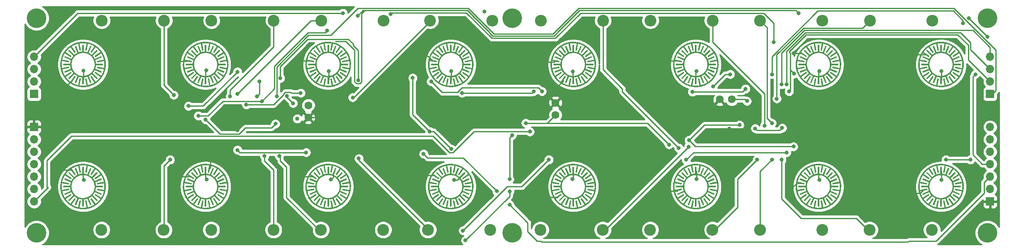
<source format=gbr>
%TF.GenerationSoftware,KiCad,Pcbnew,(5.1.7-0-10_14)*%
%TF.CreationDate,2020-11-05T14:27:49-03:00*%
%TF.ProjectId,macedo module 2,6d616365-646f-4206-9d6f-64756c652032,rev?*%
%TF.SameCoordinates,Original*%
%TF.FileFunction,Copper,L1,Top*%
%TF.FilePolarity,Positive*%
%FSLAX46Y46*%
G04 Gerber Fmt 4.6, Leading zero omitted, Abs format (unit mm)*
G04 Created by KiCad (PCBNEW (5.1.7-0-10_14)) date 2020-11-05 14:27:49*
%MOMM*%
%LPD*%
G01*
G04 APERTURE LIST*
%TA.AperFunction,WasherPad*%
%ADD10C,4.000000*%
%TD*%
%TA.AperFunction,SMDPad,CuDef*%
%ADD11O,0.500000X0.300000*%
%TD*%
%TA.AperFunction,SMDPad,CuDef*%
%ADD12O,0.300000X0.500000*%
%TD*%
%TA.AperFunction,SMDPad,CuDef*%
%ADD13O,0.300000X1.800000*%
%TD*%
%TA.AperFunction,SMDPad,CuDef*%
%ADD14O,1.800000X0.300000*%
%TD*%
%TA.AperFunction,SMDPad,CuDef*%
%ADD15O,0.400000X0.300000*%
%TD*%
%TA.AperFunction,SMDPad,CuDef*%
%ADD16O,0.300000X0.400000*%
%TD*%
%TA.AperFunction,ComponentPad*%
%ADD17O,1.700000X1.700000*%
%TD*%
%TA.AperFunction,ComponentPad*%
%ADD18R,1.700000X1.700000*%
%TD*%
%TA.AperFunction,ComponentPad*%
%ADD19O,2.400000X2.400000*%
%TD*%
%TA.AperFunction,ComponentPad*%
%ADD20C,2.400000*%
%TD*%
%TA.AperFunction,ComponentPad*%
%ADD21C,1.600000*%
%TD*%
%TA.AperFunction,ViaPad*%
%ADD22C,0.800000*%
%TD*%
%TA.AperFunction,Conductor*%
%ADD23C,0.250000*%
%TD*%
%TA.AperFunction,Conductor*%
%ADD24C,0.254000*%
%TD*%
%TA.AperFunction,Conductor*%
%ADD25C,0.100000*%
%TD*%
G04 APERTURE END LIST*
D10*
%TO.P,REF\u002A\u002A,*%
%TO.N,*%
X242000000Y-167000000D03*
%TD*%
%TO.P,REF\u002A\u002A,*%
%TO.N,*%
X145000000Y-167000000D03*
%TD*%
%TO.P,REF\u002A\u002A,*%
%TO.N,*%
X48000000Y-167000000D03*
%TD*%
%TO.P,REF\u002A\u002A,*%
%TO.N,*%
X145000000Y-123000000D03*
%TD*%
%TO.P,REF\u002A\u002A,*%
%TO.N,*%
X48000000Y-123000000D03*
%TD*%
%TO.P,REF\u002A\u002A,*%
%TO.N,*%
X242000000Y-123000000D03*
%TD*%
%TO.P,SW1,2*%
%TO.N,GND*%
%TA.AperFunction,SMDPad,CuDef*%
G36*
G01*
X61884399Y-133525050D02*
X60413092Y-133232389D01*
G75*
G02*
X60295238Y-133056007I29264J147118D01*
G01*
X60295238Y-133056007D01*
G75*
G02*
X60471620Y-132938153I147118J-29264D01*
G01*
X61942798Y-133230789D01*
G75*
G02*
X62060652Y-133407171I-29264J-147118D01*
G01*
X62060652Y-133407171D01*
G75*
G02*
X61884270Y-133525025I-147118J29264D01*
G01*
G37*
%TD.AperFunction*%
%TA.AperFunction,SMDPad,CuDef*%
G36*
G01*
X61158386Y-135124859D02*
X59911073Y-134291430D01*
G75*
G02*
X59869689Y-134083374I83336J124720D01*
G01*
X59869689Y-134083374D01*
G75*
G02*
X60077745Y-134041990I124720J-83336D01*
G01*
X61324949Y-134875346D01*
G75*
G02*
X61366333Y-135083402I-83336J-124720D01*
G01*
X61366333Y-135083402D01*
G75*
G02*
X61158277Y-135124786I-124720J83336D01*
G01*
G37*
%TD.AperFunction*%
%TA.AperFunction,SMDPad,CuDef*%
G36*
G01*
X59875419Y-136325057D02*
X59041991Y-135077745D01*
G75*
G02*
X59083375Y-134869689I124720J83336D01*
G01*
X59083375Y-134869689D01*
G75*
G02*
X59291431Y-134911073I83336J-124720D01*
G01*
X60124787Y-136158277D01*
G75*
G02*
X60083403Y-136366333I-124720J-83336D01*
G01*
X60083403Y-136366333D01*
G75*
G02*
X59875347Y-136324949I-83336J124720D01*
G01*
G37*
%TD.AperFunction*%
%TA.AperFunction,SMDPad,CuDef*%
G36*
G01*
X58230815Y-136942926D02*
X57938153Y-135471620D01*
G75*
G02*
X58056007Y-135295238I147118J29264D01*
G01*
X58056007Y-135295238D01*
G75*
G02*
X58232389Y-135413092I29264J-147118D01*
G01*
X58525025Y-136884270D01*
G75*
G02*
X58407171Y-137060652I-147118J-29264D01*
G01*
X58407171Y-137060652D01*
G75*
G02*
X58230789Y-136942798I-29264J147118D01*
G01*
G37*
%TD.AperFunction*%
%TA.AperFunction,SMDPad,CuDef*%
G36*
G01*
X56475001Y-136884142D02*
X56767611Y-135413092D01*
G75*
G02*
X56943993Y-135295238I147118J-29264D01*
G01*
X56943993Y-135295238D01*
G75*
G02*
X57061847Y-135471620I-29264J-147118D01*
G01*
X56769211Y-136942798D01*
G75*
G02*
X56592829Y-137060652I-147118J29264D01*
G01*
X56592829Y-137060652D01*
G75*
G02*
X56474975Y-136884270I29264J147118D01*
G01*
G37*
%TD.AperFunction*%
%TA.AperFunction,SMDPad,CuDef*%
G36*
G01*
X54875286Y-136158169D02*
X55708570Y-134911073D01*
G75*
G02*
X55916626Y-134869689I124720J-83336D01*
G01*
X55916626Y-134869689D01*
G75*
G02*
X55958010Y-135077745I-83336J-124720D01*
G01*
X55124654Y-136324949D01*
G75*
G02*
X54916598Y-136366333I-124720J83336D01*
G01*
X54916598Y-136366333D01*
G75*
G02*
X54875214Y-136158277I83336J124720D01*
G01*
G37*
%TD.AperFunction*%
%TA.AperFunction,SMDPad,CuDef*%
G36*
G01*
X53675160Y-134875274D02*
X54922255Y-134041991D01*
G75*
G02*
X55130311Y-134083375I83336J-124720D01*
G01*
X55130311Y-134083375D01*
G75*
G02*
X55088927Y-134291431I-124720J-83336D01*
G01*
X53841723Y-135124787D01*
G75*
G02*
X53633667Y-135083403I-83336J124720D01*
G01*
X53633667Y-135083403D01*
G75*
G02*
X53675051Y-134875347I124720J83336D01*
G01*
G37*
%TD.AperFunction*%
%TA.AperFunction,SMDPad,CuDef*%
G36*
G01*
X53057331Y-133230764D02*
X54528380Y-132938153D01*
G75*
G02*
X54704762Y-133056007I29264J-147118D01*
G01*
X54704762Y-133056007D01*
G75*
G02*
X54586908Y-133232389I-147118J-29264D01*
G01*
X53115730Y-133525025D01*
G75*
G02*
X52939348Y-133407171I-29264J147118D01*
G01*
X52939348Y-133407171D01*
G75*
G02*
X53057202Y-133230789I147118J29264D01*
G01*
G37*
%TD.AperFunction*%
%TA.AperFunction,SMDPad,CuDef*%
G36*
G01*
X53115858Y-131475001D02*
X54586908Y-131767611D01*
G75*
G02*
X54704762Y-131943993I-29264J-147118D01*
G01*
X54704762Y-131943993D01*
G75*
G02*
X54528380Y-132061847I-147118J29264D01*
G01*
X53057202Y-131769211D01*
G75*
G02*
X52939348Y-131592829I29264J147118D01*
G01*
X52939348Y-131592829D01*
G75*
G02*
X53115730Y-131474975I147118J-29264D01*
G01*
G37*
%TD.AperFunction*%
%TA.AperFunction,SMDPad,CuDef*%
G36*
G01*
X53841831Y-129875286D02*
X55088927Y-130708570D01*
G75*
G02*
X55130311Y-130916626I-83336J-124720D01*
G01*
X55130311Y-130916626D01*
G75*
G02*
X54922255Y-130958010I-124720J83336D01*
G01*
X53675051Y-130124654D01*
G75*
G02*
X53633667Y-129916598I83336J124720D01*
G01*
X53633667Y-129916598D01*
G75*
G02*
X53841723Y-129875214I124720J-83336D01*
G01*
G37*
%TD.AperFunction*%
%TA.AperFunction,SMDPad,CuDef*%
G36*
G01*
X55124726Y-128675160D02*
X55958009Y-129922255D01*
G75*
G02*
X55916625Y-130130311I-124720J-83336D01*
G01*
X55916625Y-130130311D01*
G75*
G02*
X55708569Y-130088927I-83336J124720D01*
G01*
X54875213Y-128841723D01*
G75*
G02*
X54916597Y-128633667I124720J83336D01*
G01*
X54916597Y-128633667D01*
G75*
G02*
X55124653Y-128675051I83336J-124720D01*
G01*
G37*
%TD.AperFunction*%
%TA.AperFunction,SMDPad,CuDef*%
G36*
G01*
X56769236Y-128057331D02*
X57061847Y-129528380D01*
G75*
G02*
X56943993Y-129704762I-147118J-29264D01*
G01*
X56943993Y-129704762D01*
G75*
G02*
X56767611Y-129586908I-29264J147118D01*
G01*
X56474975Y-128115730D01*
G75*
G02*
X56592829Y-127939348I147118J29264D01*
G01*
X56592829Y-127939348D01*
G75*
G02*
X56769211Y-128057202I29264J-147118D01*
G01*
G37*
%TD.AperFunction*%
%TA.AperFunction,SMDPad,CuDef*%
G36*
G01*
X58525050Y-128115601D02*
X58232389Y-129586908D01*
G75*
G02*
X58056007Y-129704762I-147118J29264D01*
G01*
X58056007Y-129704762D01*
G75*
G02*
X57938153Y-129528380I29264J147118D01*
G01*
X58230789Y-128057202D01*
G75*
G02*
X58407171Y-127939348I147118J-29264D01*
G01*
X58407171Y-127939348D01*
G75*
G02*
X58525025Y-128115730I-29264J-147118D01*
G01*
G37*
%TD.AperFunction*%
%TA.AperFunction,SMDPad,CuDef*%
G36*
G01*
X60124859Y-128841614D02*
X59291430Y-130088927D01*
G75*
G02*
X59083374Y-130130311I-124720J83336D01*
G01*
X59083374Y-130130311D01*
G75*
G02*
X59041990Y-129922255I83336J124720D01*
G01*
X59875346Y-128675051D01*
G75*
G02*
X60083402Y-128633667I124720J-83336D01*
G01*
X60083402Y-128633667D01*
G75*
G02*
X60124786Y-128841723I-83336J-124720D01*
G01*
G37*
%TD.AperFunction*%
%TA.AperFunction,SMDPad,CuDef*%
G36*
G01*
X61325057Y-130124581D02*
X60077745Y-130958009D01*
G75*
G02*
X59869689Y-130916625I-83336J124720D01*
G01*
X59869689Y-130916625D01*
G75*
G02*
X59911073Y-130708569I124720J83336D01*
G01*
X61158277Y-129875213D01*
G75*
G02*
X61366333Y-129916597I83336J-124720D01*
G01*
X61366333Y-129916597D01*
G75*
G02*
X61324949Y-130124653I-124720J-83336D01*
G01*
G37*
%TD.AperFunction*%
%TA.AperFunction,SMDPad,CuDef*%
G36*
G01*
X61942926Y-131769185D02*
X60471620Y-132061847D01*
G75*
G02*
X60295238Y-131943993I-29264J147118D01*
G01*
X60295238Y-131943993D01*
G75*
G02*
X60413092Y-131767611I147118J29264D01*
G01*
X61884270Y-131474975D01*
G75*
G02*
X62060652Y-131592829I29264J-147118D01*
G01*
X62060652Y-131592829D01*
G75*
G02*
X61942798Y-131769211I-147118J-29264D01*
G01*
G37*
%TD.AperFunction*%
%TA.AperFunction,SMDPad,CuDef*%
G36*
G01*
X61988534Y-132906896D02*
X61988534Y-132906896D01*
G75*
G02*
X61843860Y-132751752I5235J149909D01*
G01*
X61850840Y-132551874D01*
G75*
G02*
X62005984Y-132407200I149909J-5235D01*
G01*
X62005984Y-132407200D01*
G75*
G02*
X62150658Y-132562344I-5235J-149909D01*
G01*
X62143678Y-132762222D01*
G75*
G02*
X61988534Y-132906896I-149909J5235D01*
G01*
G37*
%TD.AperFunction*%
%TA.AperFunction,SMDPad,CuDef*%
G36*
G01*
X61971599Y-133063295D02*
X61971599Y-133063295D01*
G75*
G02*
X61832427Y-132903197I10463J149635D01*
G01*
X61846379Y-132703685D01*
G75*
G02*
X62006477Y-132564513I149635J-10463D01*
G01*
X62006477Y-132564513D01*
G75*
G02*
X62145649Y-132724611I-10463J-149635D01*
G01*
X62131697Y-132924123D01*
G75*
G02*
X61971599Y-133063295I-149635J10463D01*
G01*
G37*
%TD.AperFunction*%
%TA.AperFunction,SMDPad,CuDef*%
G36*
G01*
X61949217Y-133219008D02*
X61949217Y-133219008D01*
G75*
G02*
X61815718Y-133054151I15679J149178D01*
G01*
X61836624Y-132855247D01*
G75*
G02*
X62001481Y-132721748I149178J-15679D01*
G01*
X62001481Y-132721748D01*
G75*
G02*
X62134980Y-132886605I-15679J-149178D01*
G01*
X62114074Y-133085509D01*
G75*
G02*
X61949217Y-133219008I-149178J15679D01*
G01*
G37*
%TD.AperFunction*%
%TA.AperFunction,SMDPad,CuDef*%
G36*
G01*
X61921413Y-133373846D02*
X61921413Y-133373846D01*
G75*
G02*
X61793749Y-133204430I20876J148540D01*
G01*
X61821583Y-133006376D01*
G75*
G02*
X61990999Y-132878712I148540J-20876D01*
G01*
X61990999Y-132878712D01*
G75*
G02*
X62118663Y-133048128I-20876J-148540D01*
G01*
X62090829Y-133246182D01*
G75*
G02*
X61921413Y-133373846I-148540J20876D01*
G01*
G37*
%TD.AperFunction*%
%TA.AperFunction,SMDPad,CuDef*%
G36*
G01*
X61888223Y-133527619D02*
X61888223Y-133527619D01*
G75*
G02*
X61766549Y-133353851I26047J147721D01*
G01*
X61801279Y-133156889D01*
G75*
G02*
X61975047Y-133035215I147721J-26047D01*
G01*
X61975047Y-133035215D01*
G75*
G02*
X62096721Y-133208983I-26047J-147721D01*
G01*
X62061991Y-133405945D01*
G75*
G02*
X61888223Y-133527619I-147721J26047D01*
G01*
G37*
%TD.AperFunction*%
%TA.AperFunction,SMDPad,CuDef*%
G36*
G01*
X61849686Y-133680140D02*
X61849686Y-133680140D01*
G75*
G02*
X61734151Y-133502231I31187J146722D01*
G01*
X61775733Y-133306601D01*
G75*
G02*
X61953642Y-133191066I146722J-31187D01*
G01*
X61953642Y-133191066D01*
G75*
G02*
X62069177Y-133368975I-31187J-146722D01*
G01*
X62027595Y-133564605D01*
G75*
G02*
X61849686Y-133680140I-146722J31187D01*
G01*
G37*
%TD.AperFunction*%
%TA.AperFunction,SMDPad,CuDef*%
G36*
G01*
X61805851Y-133831223D02*
X61805851Y-133831223D01*
G75*
G02*
X61696595Y-133649391I36288J145544D01*
G01*
X61744979Y-133455331D01*
G75*
G02*
X61926811Y-133346075I145544J-36288D01*
G01*
X61926811Y-133346075D01*
G75*
G02*
X62036067Y-133527907I-36288J-145544D01*
G01*
X61987683Y-133721967D01*
G75*
G02*
X61805851Y-133831223I-145544J36288D01*
G01*
G37*
%TD.AperFunction*%
%TA.AperFunction,SMDPad,CuDef*%
G36*
G01*
X61756768Y-133980683D02*
X61756768Y-133980683D01*
G75*
G02*
X61653925Y-133795148I41346J144189D01*
G01*
X61709053Y-133602896D01*
G75*
G02*
X61894588Y-133500053I144189J-41346D01*
G01*
X61894588Y-133500053D01*
G75*
G02*
X61997431Y-133685588I-41346J-144189D01*
G01*
X61942303Y-133877840D01*
G75*
G02*
X61756768Y-133980683I-144189J41346D01*
G01*
G37*
%TD.AperFunction*%
%TA.AperFunction,SMDPad,CuDef*%
G36*
G01*
X61702499Y-134128340D02*
X61702499Y-134128340D01*
G75*
G02*
X61606194Y-133939329I46353J142658D01*
G01*
X61667998Y-133749117D01*
G75*
G02*
X61857009Y-133652812I142658J-46353D01*
G01*
X61857009Y-133652812D01*
G75*
G02*
X61953314Y-133841823I-46353J-142658D01*
G01*
X61891510Y-134032035D01*
G75*
G02*
X61702499Y-134128340I-142658J46353D01*
G01*
G37*
%TD.AperFunction*%
%TA.AperFunction,SMDPad,CuDef*%
G36*
G01*
X61643112Y-134274014D02*
X61643112Y-134274014D01*
G75*
G02*
X61553461Y-134081757I51303J140954D01*
G01*
X61621865Y-133893819D01*
G75*
G02*
X61814122Y-133804168I140954J-51303D01*
G01*
X61814122Y-133804168D01*
G75*
G02*
X61903773Y-133996425I-51303J-140954D01*
G01*
X61835369Y-134184363D01*
G75*
G02*
X61643112Y-134274014I-140954J51303D01*
G01*
G37*
%TD.AperFunction*%
%TA.AperFunction,SMDPad,CuDef*%
G36*
G01*
X61578675Y-134417526D02*
X61578675Y-134417526D01*
G75*
G02*
X61495788Y-134222257I56191J139078D01*
G01*
X61570710Y-134036821D01*
G75*
G02*
X61765979Y-133953934I139078J-56191D01*
G01*
X61765979Y-133953934D01*
G75*
G02*
X61848866Y-134149203I-56191J-139078D01*
G01*
X61773944Y-134334639D01*
G75*
G02*
X61578675Y-134417526I-139078J56191D01*
G01*
G37*
%TD.AperFunction*%
%TA.AperFunction,SMDPad,CuDef*%
G36*
G01*
X61509271Y-134558702D02*
X61509271Y-134558702D01*
G75*
G02*
X61433249Y-134360660I61010J137032D01*
G01*
X61514597Y-134177950D01*
G75*
G02*
X61712639Y-134101928I137032J-61010D01*
G01*
X61712639Y-134101928D01*
G75*
G02*
X61788661Y-134299970I-61010J-137032D01*
G01*
X61707313Y-134482680D01*
G75*
G02*
X61509271Y-134558702I-137032J61010D01*
G01*
G37*
%TD.AperFunction*%
%TA.AperFunction,SMDPad,CuDef*%
G36*
G01*
X61434980Y-134697368D02*
X61434980Y-134697368D01*
G75*
G02*
X61365917Y-134496793I65756J134819D01*
G01*
X61453591Y-134317035D01*
G75*
G02*
X61654166Y-134247972I134819J-65756D01*
G01*
X61654166Y-134247972D01*
G75*
G02*
X61723229Y-134448547I-65756J-134819D01*
G01*
X61635555Y-134628305D01*
G75*
G02*
X61434980Y-134697368I-134819J65756D01*
G01*
G37*
%TD.AperFunction*%
%TA.AperFunction,SMDPad,CuDef*%
G36*
G01*
X61355896Y-134833359D02*
X61355896Y-134833359D01*
G75*
G02*
X61293875Y-134630496I70421J132442D01*
G01*
X61387769Y-134453906D01*
G75*
G02*
X61590632Y-134391885I132442J-70421D01*
G01*
X61590632Y-134391885D01*
G75*
G02*
X61652653Y-134594748I-70421J-132442D01*
G01*
X61558759Y-134771338D01*
G75*
G02*
X61355896Y-134833359I-132442J70421D01*
G01*
G37*
%TD.AperFunction*%
%TA.AperFunction,SMDPad,CuDef*%
G36*
G01*
X61272114Y-134966507D02*
X61272114Y-134966507D01*
G75*
G02*
X61217210Y-134761603I75000J129904D01*
G01*
X61317210Y-134588397D01*
G75*
G02*
X61522114Y-134533493I129904J-75000D01*
G01*
X61522114Y-134533493D01*
G75*
G02*
X61577018Y-134738397I-75000J-129904D01*
G01*
X61477018Y-134911603D01*
G75*
G02*
X61272114Y-134966507I-129904J75000D01*
G01*
G37*
%TD.AperFunction*%
%TA.AperFunction,SMDPad,CuDef*%
G36*
G01*
X61183736Y-135096649D02*
X61183736Y-135096649D01*
G75*
G02*
X61136017Y-134889954I79488J127207D01*
G01*
X61242001Y-134720344D01*
G75*
G02*
X61448696Y-134672625I127207J-79488D01*
G01*
X61448696Y-134672625D01*
G75*
G02*
X61496415Y-134879320I-79488J-127207D01*
G01*
X61390431Y-135048930D01*
G75*
G02*
X61183736Y-135096649I-127207J79488D01*
G01*
G37*
%TD.AperFunction*%
%TA.AperFunction,SMDPad,CuDef*%
G36*
G01*
X61090871Y-135223628D02*
X61090871Y-135223628D01*
G75*
G02*
X61050394Y-135015393I83879J124356D01*
G01*
X61162232Y-134849585D01*
G75*
G02*
X61370467Y-134809108I124356J-83879D01*
G01*
X61370467Y-134809108D01*
G75*
G02*
X61410944Y-135017343I-83879J-124356D01*
G01*
X61299106Y-135183151D01*
G75*
G02*
X61090871Y-135223628I-124356J83879D01*
G01*
G37*
%TD.AperFunction*%
%TA.AperFunction,SMDPad,CuDef*%
G36*
G01*
X60993629Y-135347289D02*
X60993629Y-135347289D01*
G75*
G02*
X60960444Y-135137768I88168J121353D01*
G01*
X61078002Y-134975964D01*
G75*
G02*
X61287523Y-134942779I121353J-88168D01*
G01*
X61287523Y-134942779D01*
G75*
G02*
X61320708Y-135152300I-88168J-121353D01*
G01*
X61203150Y-135314104D01*
G75*
G02*
X60993629Y-135347289I-121353J88168D01*
G01*
G37*
%TD.AperFunction*%
%TA.AperFunction,SMDPad,CuDef*%
G36*
G01*
X60892133Y-135467480D02*
X60892133Y-135467480D01*
G75*
G02*
X60866280Y-135256929I92349J118202D01*
G01*
X60989412Y-135099327D01*
G75*
G02*
X61199963Y-135073474I118202J-92349D01*
G01*
X61199963Y-135073474D01*
G75*
G02*
X61225816Y-135284025I-92349J-118202D01*
G01*
X61102684Y-135441627D01*
G75*
G02*
X60892133Y-135467480I-118202J92349D01*
G01*
G37*
%TD.AperFunction*%
%TA.AperFunction,SMDPad,CuDef*%
G36*
G01*
X60786503Y-135584055D02*
X60786503Y-135584055D01*
G75*
G02*
X60768014Y-135372730I96418J114907D01*
G01*
X60896572Y-135219522D01*
G75*
G02*
X61107897Y-135201033I114907J-96418D01*
G01*
X61107897Y-135201033D01*
G75*
G02*
X61126386Y-135412358I-96418J-114907D01*
G01*
X60997828Y-135565566D01*
G75*
G02*
X60786503Y-135584055I-114907J96418D01*
G01*
G37*
%TD.AperFunction*%
%TA.AperFunction,SMDPad,CuDef*%
G36*
G01*
X60676869Y-135696874D02*
X60676869Y-135696874D01*
G75*
G02*
X60665767Y-135485032I100370J111472D01*
G01*
X60799593Y-135336404D01*
G75*
G02*
X61011435Y-135325302I111472J-100370D01*
G01*
X61011435Y-135325302D01*
G75*
G02*
X61022537Y-135537144I-100370J-111472D01*
G01*
X60888711Y-135685772D01*
G75*
G02*
X60676869Y-135696874I-111472J100370D01*
G01*
G37*
%TD.AperFunction*%
%TA.AperFunction,SMDPad,CuDef*%
G36*
G01*
X60563364Y-135805798D02*
X60563364Y-135805798D01*
G75*
G02*
X60559662Y-135593698I104199J107901D01*
G01*
X60698594Y-135449830D01*
G75*
G02*
X60910694Y-135446128I107901J-104199D01*
G01*
X60910694Y-135446128D01*
G75*
G02*
X60914396Y-135658228I-104199J-107901D01*
G01*
X60775464Y-135802096D01*
G75*
G02*
X60563364Y-135805798I-107901J104199D01*
G01*
G37*
%TD.AperFunction*%
%TA.AperFunction,SMDPad,CuDef*%
G36*
G01*
X60446128Y-135910694D02*
X60446128Y-135910694D01*
G75*
G02*
X60449830Y-135698594I107901J104199D01*
G01*
X60593698Y-135559662D01*
G75*
G02*
X60805798Y-135563364I104199J-107901D01*
G01*
X60805798Y-135563364D01*
G75*
G02*
X60802096Y-135775464I-107901J-104199D01*
G01*
X60658228Y-135914396D01*
G75*
G02*
X60446128Y-135910694I-104199J107901D01*
G01*
G37*
%TD.AperFunction*%
%TA.AperFunction,SMDPad,CuDef*%
G36*
G01*
X60325302Y-136011435D02*
X60325302Y-136011435D01*
G75*
G02*
X60336404Y-135799593I111472J100370D01*
G01*
X60485032Y-135665767D01*
G75*
G02*
X60696874Y-135676869I100370J-111472D01*
G01*
X60696874Y-135676869D01*
G75*
G02*
X60685772Y-135888711I-111472J-100370D01*
G01*
X60537144Y-136022537D01*
G75*
G02*
X60325302Y-136011435I-100370J111472D01*
G01*
G37*
%TD.AperFunction*%
%TA.AperFunction,SMDPad,CuDef*%
G36*
G01*
X60201033Y-136107897D02*
X60201033Y-136107897D01*
G75*
G02*
X60219522Y-135896572I114907J96418D01*
G01*
X60372730Y-135768014D01*
G75*
G02*
X60584055Y-135786503I96418J-114907D01*
G01*
X60584055Y-135786503D01*
G75*
G02*
X60565566Y-135997828I-114907J-96418D01*
G01*
X60412358Y-136126386D01*
G75*
G02*
X60201033Y-136107897I-96418J114907D01*
G01*
G37*
%TD.AperFunction*%
%TA.AperFunction,SMDPad,CuDef*%
G36*
G01*
X60073474Y-136199963D02*
X60073474Y-136199963D01*
G75*
G02*
X60099327Y-135989412I118202J92349D01*
G01*
X60256929Y-135866280D01*
G75*
G02*
X60467480Y-135892133I92349J-118202D01*
G01*
X60467480Y-135892133D01*
G75*
G02*
X60441627Y-136102684I-118202J-92349D01*
G01*
X60284025Y-136225816D01*
G75*
G02*
X60073474Y-136199963I-92349J118202D01*
G01*
G37*
%TD.AperFunction*%
%TA.AperFunction,SMDPad,CuDef*%
G36*
G01*
X59942779Y-136287523D02*
X59942779Y-136287523D01*
G75*
G02*
X59975964Y-136078002I121353J88168D01*
G01*
X60137768Y-135960444D01*
G75*
G02*
X60347289Y-135993629I88168J-121353D01*
G01*
X60347289Y-135993629D01*
G75*
G02*
X60314104Y-136203150I-121353J-88168D01*
G01*
X60152300Y-136320708D01*
G75*
G02*
X59942779Y-136287523I-88168J121353D01*
G01*
G37*
%TD.AperFunction*%
%TA.AperFunction,SMDPad,CuDef*%
G36*
G01*
X59809108Y-136370467D02*
X59809108Y-136370467D01*
G75*
G02*
X59849585Y-136162232I124356J83879D01*
G01*
X60015393Y-136050394D01*
G75*
G02*
X60223628Y-136090871I83879J-124356D01*
G01*
X60223628Y-136090871D01*
G75*
G02*
X60183151Y-136299106I-124356J-83879D01*
G01*
X60017343Y-136410944D01*
G75*
G02*
X59809108Y-136370467I-83879J124356D01*
G01*
G37*
%TD.AperFunction*%
%TA.AperFunction,SMDPad,CuDef*%
G36*
G01*
X59672625Y-136448696D02*
X59672625Y-136448696D01*
G75*
G02*
X59720344Y-136242001I127207J79488D01*
G01*
X59889954Y-136136017D01*
G75*
G02*
X60096649Y-136183736I79488J-127207D01*
G01*
X60096649Y-136183736D01*
G75*
G02*
X60048930Y-136390431I-127207J-79488D01*
G01*
X59879320Y-136496415D01*
G75*
G02*
X59672625Y-136448696I-79488J127207D01*
G01*
G37*
%TD.AperFunction*%
%TA.AperFunction,SMDPad,CuDef*%
G36*
G01*
X59533493Y-136522114D02*
X59533493Y-136522114D01*
G75*
G02*
X59588397Y-136317210I129904J75000D01*
G01*
X59761603Y-136217210D01*
G75*
G02*
X59966507Y-136272114I75000J-129904D01*
G01*
X59966507Y-136272114D01*
G75*
G02*
X59911603Y-136477018I-129904J-75000D01*
G01*
X59738397Y-136577018D01*
G75*
G02*
X59533493Y-136522114I-75000J129904D01*
G01*
G37*
%TD.AperFunction*%
%TA.AperFunction,SMDPad,CuDef*%
G36*
G01*
X59391885Y-136590632D02*
X59391885Y-136590632D01*
G75*
G02*
X59453906Y-136387769I132442J70421D01*
G01*
X59630496Y-136293875D01*
G75*
G02*
X59833359Y-136355896I70421J-132442D01*
G01*
X59833359Y-136355896D01*
G75*
G02*
X59771338Y-136558759I-132442J-70421D01*
G01*
X59594748Y-136652653D01*
G75*
G02*
X59391885Y-136590632I-70421J132442D01*
G01*
G37*
%TD.AperFunction*%
%TA.AperFunction,SMDPad,CuDef*%
G36*
G01*
X59247972Y-136654166D02*
X59247972Y-136654166D01*
G75*
G02*
X59317035Y-136453591I134819J65756D01*
G01*
X59496793Y-136365917D01*
G75*
G02*
X59697368Y-136434980I65756J-134819D01*
G01*
X59697368Y-136434980D01*
G75*
G02*
X59628305Y-136635555I-134819J-65756D01*
G01*
X59448547Y-136723229D01*
G75*
G02*
X59247972Y-136654166I-65756J134819D01*
G01*
G37*
%TD.AperFunction*%
%TA.AperFunction,SMDPad,CuDef*%
G36*
G01*
X59101928Y-136712639D02*
X59101928Y-136712639D01*
G75*
G02*
X59177950Y-136514597I137032J61010D01*
G01*
X59360660Y-136433249D01*
G75*
G02*
X59558702Y-136509271I61010J-137032D01*
G01*
X59558702Y-136509271D01*
G75*
G02*
X59482680Y-136707313I-137032J-61010D01*
G01*
X59299970Y-136788661D01*
G75*
G02*
X59101928Y-136712639I-61010J137032D01*
G01*
G37*
%TD.AperFunction*%
%TA.AperFunction,SMDPad,CuDef*%
G36*
G01*
X58953934Y-136765979D02*
X58953934Y-136765979D01*
G75*
G02*
X59036821Y-136570710I139078J56191D01*
G01*
X59222257Y-136495788D01*
G75*
G02*
X59417526Y-136578675I56191J-139078D01*
G01*
X59417526Y-136578675D01*
G75*
G02*
X59334639Y-136773944I-139078J-56191D01*
G01*
X59149203Y-136848866D01*
G75*
G02*
X58953934Y-136765979I-56191J139078D01*
G01*
G37*
%TD.AperFunction*%
%TA.AperFunction,SMDPad,CuDef*%
G36*
G01*
X58804168Y-136814122D02*
X58804168Y-136814122D01*
G75*
G02*
X58893819Y-136621865I140954J51303D01*
G01*
X59081757Y-136553461D01*
G75*
G02*
X59274014Y-136643112I51303J-140954D01*
G01*
X59274014Y-136643112D01*
G75*
G02*
X59184363Y-136835369I-140954J-51303D01*
G01*
X58996425Y-136903773D01*
G75*
G02*
X58804168Y-136814122I-51303J140954D01*
G01*
G37*
%TD.AperFunction*%
%TA.AperFunction,SMDPad,CuDef*%
G36*
G01*
X58652812Y-136857009D02*
X58652812Y-136857009D01*
G75*
G02*
X58749117Y-136667998I142658J46353D01*
G01*
X58939329Y-136606194D01*
G75*
G02*
X59128340Y-136702499I46353J-142658D01*
G01*
X59128340Y-136702499D01*
G75*
G02*
X59032035Y-136891510I-142658J-46353D01*
G01*
X58841823Y-136953314D01*
G75*
G02*
X58652812Y-136857009I-46353J142658D01*
G01*
G37*
%TD.AperFunction*%
%TA.AperFunction,SMDPad,CuDef*%
G36*
G01*
X58500053Y-136894588D02*
X58500053Y-136894588D01*
G75*
G02*
X58602896Y-136709053I144189J41346D01*
G01*
X58795148Y-136653925D01*
G75*
G02*
X58980683Y-136756768I41346J-144189D01*
G01*
X58980683Y-136756768D01*
G75*
G02*
X58877840Y-136942303I-144189J-41346D01*
G01*
X58685588Y-136997431D01*
G75*
G02*
X58500053Y-136894588I-41346J144189D01*
G01*
G37*
%TD.AperFunction*%
%TA.AperFunction,SMDPad,CuDef*%
G36*
G01*
X58346075Y-136926811D02*
X58346075Y-136926811D01*
G75*
G02*
X58455331Y-136744979I145544J36288D01*
G01*
X58649391Y-136696595D01*
G75*
G02*
X58831223Y-136805851I36288J-145544D01*
G01*
X58831223Y-136805851D01*
G75*
G02*
X58721967Y-136987683I-145544J-36288D01*
G01*
X58527907Y-137036067D01*
G75*
G02*
X58346075Y-136926811I-36288J145544D01*
G01*
G37*
%TD.AperFunction*%
%TA.AperFunction,SMDPad,CuDef*%
G36*
G01*
X58191066Y-136953642D02*
X58191066Y-136953642D01*
G75*
G02*
X58306601Y-136775733I146722J31187D01*
G01*
X58502231Y-136734151D01*
G75*
G02*
X58680140Y-136849686I31187J-146722D01*
G01*
X58680140Y-136849686D01*
G75*
G02*
X58564605Y-137027595I-146722J-31187D01*
G01*
X58368975Y-137069177D01*
G75*
G02*
X58191066Y-136953642I-31187J146722D01*
G01*
G37*
%TD.AperFunction*%
%TA.AperFunction,SMDPad,CuDef*%
G36*
G01*
X58035215Y-136975047D02*
X58035215Y-136975047D01*
G75*
G02*
X58156889Y-136801279I147721J26047D01*
G01*
X58353851Y-136766549D01*
G75*
G02*
X58527619Y-136888223I26047J-147721D01*
G01*
X58527619Y-136888223D01*
G75*
G02*
X58405945Y-137061991I-147721J-26047D01*
G01*
X58208983Y-137096721D01*
G75*
G02*
X58035215Y-136975047I-26047J147721D01*
G01*
G37*
%TD.AperFunction*%
%TA.AperFunction,SMDPad,CuDef*%
G36*
G01*
X57878712Y-136990999D02*
X57878712Y-136990999D01*
G75*
G02*
X58006376Y-136821583I148540J20876D01*
G01*
X58204430Y-136793749D01*
G75*
G02*
X58373846Y-136921413I20876J-148540D01*
G01*
X58373846Y-136921413D01*
G75*
G02*
X58246182Y-137090829I-148540J-20876D01*
G01*
X58048128Y-137118663D01*
G75*
G02*
X57878712Y-136990999I-20876J148540D01*
G01*
G37*
%TD.AperFunction*%
%TA.AperFunction,SMDPad,CuDef*%
G36*
G01*
X57721748Y-137001481D02*
X57721748Y-137001481D01*
G75*
G02*
X57855247Y-136836624I149178J15679D01*
G01*
X58054151Y-136815718D01*
G75*
G02*
X58219008Y-136949217I15679J-149178D01*
G01*
X58219008Y-136949217D01*
G75*
G02*
X58085509Y-137114074I-149178J-15679D01*
G01*
X57886605Y-137134980D01*
G75*
G02*
X57721748Y-137001481I-15679J149178D01*
G01*
G37*
%TD.AperFunction*%
%TA.AperFunction,SMDPad,CuDef*%
G36*
G01*
X57564513Y-137006477D02*
X57564513Y-137006477D01*
G75*
G02*
X57703685Y-136846379I149635J10463D01*
G01*
X57903197Y-136832427D01*
G75*
G02*
X58063295Y-136971599I10463J-149635D01*
G01*
X58063295Y-136971599D01*
G75*
G02*
X57924123Y-137131697I-149635J-10463D01*
G01*
X57724611Y-137145649D01*
G75*
G02*
X57564513Y-137006477I-10463J149635D01*
G01*
G37*
%TD.AperFunction*%
%TA.AperFunction,SMDPad,CuDef*%
G36*
G01*
X57407200Y-137005984D02*
X57407200Y-137005984D01*
G75*
G02*
X57551874Y-136850840I149909J5235D01*
G01*
X57751752Y-136843860D01*
G75*
G02*
X57906896Y-136988534I5235J-149909D01*
G01*
X57906896Y-136988534D01*
G75*
G02*
X57762222Y-137143678I-149909J-5235D01*
G01*
X57562344Y-137150658D01*
G75*
G02*
X57407200Y-137005984I-5235J149909D01*
G01*
G37*
%TD.AperFunction*%
D11*
X57500000Y-137000000D03*
%TA.AperFunction,SMDPad,CuDef*%
G36*
G01*
X57093104Y-136988534D02*
X57093104Y-136988534D01*
G75*
G02*
X57248248Y-136843860I149909J-5235D01*
G01*
X57448126Y-136850840D01*
G75*
G02*
X57592800Y-137005984I-5235J-149909D01*
G01*
X57592800Y-137005984D01*
G75*
G02*
X57437656Y-137150658I-149909J5235D01*
G01*
X57237778Y-137143678D01*
G75*
G02*
X57093104Y-136988534I5235J149909D01*
G01*
G37*
%TD.AperFunction*%
%TA.AperFunction,SMDPad,CuDef*%
G36*
G01*
X56936705Y-136971599D02*
X56936705Y-136971599D01*
G75*
G02*
X57096803Y-136832427I149635J-10463D01*
G01*
X57296315Y-136846379D01*
G75*
G02*
X57435487Y-137006477I-10463J-149635D01*
G01*
X57435487Y-137006477D01*
G75*
G02*
X57275389Y-137145649I-149635J10463D01*
G01*
X57075877Y-137131697D01*
G75*
G02*
X56936705Y-136971599I10463J149635D01*
G01*
G37*
%TD.AperFunction*%
%TA.AperFunction,SMDPad,CuDef*%
G36*
G01*
X56780992Y-136949217D02*
X56780992Y-136949217D01*
G75*
G02*
X56945849Y-136815718I149178J-15679D01*
G01*
X57144753Y-136836624D01*
G75*
G02*
X57278252Y-137001481I-15679J-149178D01*
G01*
X57278252Y-137001481D01*
G75*
G02*
X57113395Y-137134980I-149178J15679D01*
G01*
X56914491Y-137114074D01*
G75*
G02*
X56780992Y-136949217I15679J149178D01*
G01*
G37*
%TD.AperFunction*%
%TA.AperFunction,SMDPad,CuDef*%
G36*
G01*
X56626154Y-136921413D02*
X56626154Y-136921413D01*
G75*
G02*
X56795570Y-136793749I148540J-20876D01*
G01*
X56993624Y-136821583D01*
G75*
G02*
X57121288Y-136990999I-20876J-148540D01*
G01*
X57121288Y-136990999D01*
G75*
G02*
X56951872Y-137118663I-148540J20876D01*
G01*
X56753818Y-137090829D01*
G75*
G02*
X56626154Y-136921413I20876J148540D01*
G01*
G37*
%TD.AperFunction*%
%TA.AperFunction,SMDPad,CuDef*%
G36*
G01*
X56472381Y-136888223D02*
X56472381Y-136888223D01*
G75*
G02*
X56646149Y-136766549I147721J-26047D01*
G01*
X56843111Y-136801279D01*
G75*
G02*
X56964785Y-136975047I-26047J-147721D01*
G01*
X56964785Y-136975047D01*
G75*
G02*
X56791017Y-137096721I-147721J26047D01*
G01*
X56594055Y-137061991D01*
G75*
G02*
X56472381Y-136888223I26047J147721D01*
G01*
G37*
%TD.AperFunction*%
%TA.AperFunction,SMDPad,CuDef*%
G36*
G01*
X56319860Y-136849686D02*
X56319860Y-136849686D01*
G75*
G02*
X56497769Y-136734151I146722J-31187D01*
G01*
X56693399Y-136775733D01*
G75*
G02*
X56808934Y-136953642I-31187J-146722D01*
G01*
X56808934Y-136953642D01*
G75*
G02*
X56631025Y-137069177I-146722J31187D01*
G01*
X56435395Y-137027595D01*
G75*
G02*
X56319860Y-136849686I31187J146722D01*
G01*
G37*
%TD.AperFunction*%
%TA.AperFunction,SMDPad,CuDef*%
G36*
G01*
X56168777Y-136805851D02*
X56168777Y-136805851D01*
G75*
G02*
X56350609Y-136696595I145544J-36288D01*
G01*
X56544669Y-136744979D01*
G75*
G02*
X56653925Y-136926811I-36288J-145544D01*
G01*
X56653925Y-136926811D01*
G75*
G02*
X56472093Y-137036067I-145544J36288D01*
G01*
X56278033Y-136987683D01*
G75*
G02*
X56168777Y-136805851I36288J145544D01*
G01*
G37*
%TD.AperFunction*%
%TA.AperFunction,SMDPad,CuDef*%
G36*
G01*
X56019317Y-136756768D02*
X56019317Y-136756768D01*
G75*
G02*
X56204852Y-136653925I144189J-41346D01*
G01*
X56397104Y-136709053D01*
G75*
G02*
X56499947Y-136894588I-41346J-144189D01*
G01*
X56499947Y-136894588D01*
G75*
G02*
X56314412Y-136997431I-144189J41346D01*
G01*
X56122160Y-136942303D01*
G75*
G02*
X56019317Y-136756768I41346J144189D01*
G01*
G37*
%TD.AperFunction*%
%TA.AperFunction,SMDPad,CuDef*%
G36*
G01*
X55871660Y-136702499D02*
X55871660Y-136702499D01*
G75*
G02*
X56060671Y-136606194I142658J-46353D01*
G01*
X56250883Y-136667998D01*
G75*
G02*
X56347188Y-136857009I-46353J-142658D01*
G01*
X56347188Y-136857009D01*
G75*
G02*
X56158177Y-136953314I-142658J46353D01*
G01*
X55967965Y-136891510D01*
G75*
G02*
X55871660Y-136702499I46353J142658D01*
G01*
G37*
%TD.AperFunction*%
%TA.AperFunction,SMDPad,CuDef*%
G36*
G01*
X55725986Y-136643112D02*
X55725986Y-136643112D01*
G75*
G02*
X55918243Y-136553461I140954J-51303D01*
G01*
X56106181Y-136621865D01*
G75*
G02*
X56195832Y-136814122I-51303J-140954D01*
G01*
X56195832Y-136814122D01*
G75*
G02*
X56003575Y-136903773I-140954J51303D01*
G01*
X55815637Y-136835369D01*
G75*
G02*
X55725986Y-136643112I51303J140954D01*
G01*
G37*
%TD.AperFunction*%
%TA.AperFunction,SMDPad,CuDef*%
G36*
G01*
X55582474Y-136578675D02*
X55582474Y-136578675D01*
G75*
G02*
X55777743Y-136495788I139078J-56191D01*
G01*
X55963179Y-136570710D01*
G75*
G02*
X56046066Y-136765979I-56191J-139078D01*
G01*
X56046066Y-136765979D01*
G75*
G02*
X55850797Y-136848866I-139078J56191D01*
G01*
X55665361Y-136773944D01*
G75*
G02*
X55582474Y-136578675I56191J139078D01*
G01*
G37*
%TD.AperFunction*%
%TA.AperFunction,SMDPad,CuDef*%
G36*
G01*
X55441298Y-136509271D02*
X55441298Y-136509271D01*
G75*
G02*
X55639340Y-136433249I137032J-61010D01*
G01*
X55822050Y-136514597D01*
G75*
G02*
X55898072Y-136712639I-61010J-137032D01*
G01*
X55898072Y-136712639D01*
G75*
G02*
X55700030Y-136788661I-137032J61010D01*
G01*
X55517320Y-136707313D01*
G75*
G02*
X55441298Y-136509271I61010J137032D01*
G01*
G37*
%TD.AperFunction*%
%TA.AperFunction,SMDPad,CuDef*%
G36*
G01*
X55302632Y-136434980D02*
X55302632Y-136434980D01*
G75*
G02*
X55503207Y-136365917I134819J-65756D01*
G01*
X55682965Y-136453591D01*
G75*
G02*
X55752028Y-136654166I-65756J-134819D01*
G01*
X55752028Y-136654166D01*
G75*
G02*
X55551453Y-136723229I-134819J65756D01*
G01*
X55371695Y-136635555D01*
G75*
G02*
X55302632Y-136434980I65756J134819D01*
G01*
G37*
%TD.AperFunction*%
%TA.AperFunction,SMDPad,CuDef*%
G36*
G01*
X55166641Y-136355896D02*
X55166641Y-136355896D01*
G75*
G02*
X55369504Y-136293875I132442J-70421D01*
G01*
X55546094Y-136387769D01*
G75*
G02*
X55608115Y-136590632I-70421J-132442D01*
G01*
X55608115Y-136590632D01*
G75*
G02*
X55405252Y-136652653I-132442J70421D01*
G01*
X55228662Y-136558759D01*
G75*
G02*
X55166641Y-136355896I70421J132442D01*
G01*
G37*
%TD.AperFunction*%
%TA.AperFunction,SMDPad,CuDef*%
G36*
G01*
X55033493Y-136272114D02*
X55033493Y-136272114D01*
G75*
G02*
X55238397Y-136217210I129904J-75000D01*
G01*
X55411603Y-136317210D01*
G75*
G02*
X55466507Y-136522114I-75000J-129904D01*
G01*
X55466507Y-136522114D01*
G75*
G02*
X55261603Y-136577018I-129904J75000D01*
G01*
X55088397Y-136477018D01*
G75*
G02*
X55033493Y-136272114I75000J129904D01*
G01*
G37*
%TD.AperFunction*%
%TA.AperFunction,SMDPad,CuDef*%
G36*
G01*
X54903351Y-136183736D02*
X54903351Y-136183736D01*
G75*
G02*
X55110046Y-136136017I127207J-79488D01*
G01*
X55279656Y-136242001D01*
G75*
G02*
X55327375Y-136448696I-79488J-127207D01*
G01*
X55327375Y-136448696D01*
G75*
G02*
X55120680Y-136496415I-127207J79488D01*
G01*
X54951070Y-136390431D01*
G75*
G02*
X54903351Y-136183736I79488J127207D01*
G01*
G37*
%TD.AperFunction*%
%TA.AperFunction,SMDPad,CuDef*%
G36*
G01*
X54776372Y-136090871D02*
X54776372Y-136090871D01*
G75*
G02*
X54984607Y-136050394I124356J-83879D01*
G01*
X55150415Y-136162232D01*
G75*
G02*
X55190892Y-136370467I-83879J-124356D01*
G01*
X55190892Y-136370467D01*
G75*
G02*
X54982657Y-136410944I-124356J83879D01*
G01*
X54816849Y-136299106D01*
G75*
G02*
X54776372Y-136090871I83879J124356D01*
G01*
G37*
%TD.AperFunction*%
%TA.AperFunction,SMDPad,CuDef*%
G36*
G01*
X54652711Y-135993629D02*
X54652711Y-135993629D01*
G75*
G02*
X54862232Y-135960444I121353J-88168D01*
G01*
X55024036Y-136078002D01*
G75*
G02*
X55057221Y-136287523I-88168J-121353D01*
G01*
X55057221Y-136287523D01*
G75*
G02*
X54847700Y-136320708I-121353J88168D01*
G01*
X54685896Y-136203150D01*
G75*
G02*
X54652711Y-135993629I88168J121353D01*
G01*
G37*
%TD.AperFunction*%
%TA.AperFunction,SMDPad,CuDef*%
G36*
G01*
X54532520Y-135892133D02*
X54532520Y-135892133D01*
G75*
G02*
X54743071Y-135866280I118202J-92349D01*
G01*
X54900673Y-135989412D01*
G75*
G02*
X54926526Y-136199963I-92349J-118202D01*
G01*
X54926526Y-136199963D01*
G75*
G02*
X54715975Y-136225816I-118202J92349D01*
G01*
X54558373Y-136102684D01*
G75*
G02*
X54532520Y-135892133I92349J118202D01*
G01*
G37*
%TD.AperFunction*%
%TA.AperFunction,SMDPad,CuDef*%
G36*
G01*
X54415945Y-135786503D02*
X54415945Y-135786503D01*
G75*
G02*
X54627270Y-135768014I114907J-96418D01*
G01*
X54780478Y-135896572D01*
G75*
G02*
X54798967Y-136107897I-96418J-114907D01*
G01*
X54798967Y-136107897D01*
G75*
G02*
X54587642Y-136126386I-114907J96418D01*
G01*
X54434434Y-135997828D01*
G75*
G02*
X54415945Y-135786503I96418J114907D01*
G01*
G37*
%TD.AperFunction*%
%TA.AperFunction,SMDPad,CuDef*%
G36*
G01*
X54303126Y-135676869D02*
X54303126Y-135676869D01*
G75*
G02*
X54514968Y-135665767I111472J-100370D01*
G01*
X54663596Y-135799593D01*
G75*
G02*
X54674698Y-136011435I-100370J-111472D01*
G01*
X54674698Y-136011435D01*
G75*
G02*
X54462856Y-136022537I-111472J100370D01*
G01*
X54314228Y-135888711D01*
G75*
G02*
X54303126Y-135676869I100370J111472D01*
G01*
G37*
%TD.AperFunction*%
%TA.AperFunction,SMDPad,CuDef*%
G36*
G01*
X54194202Y-135563364D02*
X54194202Y-135563364D01*
G75*
G02*
X54406302Y-135559662I107901J-104199D01*
G01*
X54550170Y-135698594D01*
G75*
G02*
X54553872Y-135910694I-104199J-107901D01*
G01*
X54553872Y-135910694D01*
G75*
G02*
X54341772Y-135914396I-107901J104199D01*
G01*
X54197904Y-135775464D01*
G75*
G02*
X54194202Y-135563364I104199J107901D01*
G01*
G37*
%TD.AperFunction*%
%TA.AperFunction,SMDPad,CuDef*%
G36*
G01*
X54089306Y-135446128D02*
X54089306Y-135446128D01*
G75*
G02*
X54301406Y-135449830I104199J-107901D01*
G01*
X54440338Y-135593698D01*
G75*
G02*
X54436636Y-135805798I-107901J-104199D01*
G01*
X54436636Y-135805798D01*
G75*
G02*
X54224536Y-135802096I-104199J107901D01*
G01*
X54085604Y-135658228D01*
G75*
G02*
X54089306Y-135446128I107901J104199D01*
G01*
G37*
%TD.AperFunction*%
%TA.AperFunction,SMDPad,CuDef*%
G36*
G01*
X53988565Y-135325302D02*
X53988565Y-135325302D01*
G75*
G02*
X54200407Y-135336404I100370J-111472D01*
G01*
X54334233Y-135485032D01*
G75*
G02*
X54323131Y-135696874I-111472J-100370D01*
G01*
X54323131Y-135696874D01*
G75*
G02*
X54111289Y-135685772I-100370J111472D01*
G01*
X53977463Y-135537144D01*
G75*
G02*
X53988565Y-135325302I111472J100370D01*
G01*
G37*
%TD.AperFunction*%
%TA.AperFunction,SMDPad,CuDef*%
G36*
G01*
X53892103Y-135201033D02*
X53892103Y-135201033D01*
G75*
G02*
X54103428Y-135219522I96418J-114907D01*
G01*
X54231986Y-135372730D01*
G75*
G02*
X54213497Y-135584055I-114907J-96418D01*
G01*
X54213497Y-135584055D01*
G75*
G02*
X54002172Y-135565566I-96418J114907D01*
G01*
X53873614Y-135412358D01*
G75*
G02*
X53892103Y-135201033I114907J96418D01*
G01*
G37*
%TD.AperFunction*%
%TA.AperFunction,SMDPad,CuDef*%
G36*
G01*
X53800037Y-135073474D02*
X53800037Y-135073474D01*
G75*
G02*
X54010588Y-135099327I92349J-118202D01*
G01*
X54133720Y-135256929D01*
G75*
G02*
X54107867Y-135467480I-118202J-92349D01*
G01*
X54107867Y-135467480D01*
G75*
G02*
X53897316Y-135441627I-92349J118202D01*
G01*
X53774184Y-135284025D01*
G75*
G02*
X53800037Y-135073474I118202J92349D01*
G01*
G37*
%TD.AperFunction*%
%TA.AperFunction,SMDPad,CuDef*%
G36*
G01*
X53712477Y-134942779D02*
X53712477Y-134942779D01*
G75*
G02*
X53921998Y-134975964I88168J-121353D01*
G01*
X54039556Y-135137768D01*
G75*
G02*
X54006371Y-135347289I-121353J-88168D01*
G01*
X54006371Y-135347289D01*
G75*
G02*
X53796850Y-135314104I-88168J121353D01*
G01*
X53679292Y-135152300D01*
G75*
G02*
X53712477Y-134942779I121353J88168D01*
G01*
G37*
%TD.AperFunction*%
%TA.AperFunction,SMDPad,CuDef*%
G36*
G01*
X53629533Y-134809108D02*
X53629533Y-134809108D01*
G75*
G02*
X53837768Y-134849585I83879J-124356D01*
G01*
X53949606Y-135015393D01*
G75*
G02*
X53909129Y-135223628I-124356J-83879D01*
G01*
X53909129Y-135223628D01*
G75*
G02*
X53700894Y-135183151I-83879J124356D01*
G01*
X53589056Y-135017343D01*
G75*
G02*
X53629533Y-134809108I124356J83879D01*
G01*
G37*
%TD.AperFunction*%
%TA.AperFunction,SMDPad,CuDef*%
G36*
G01*
X53551304Y-134672625D02*
X53551304Y-134672625D01*
G75*
G02*
X53757999Y-134720344I79488J-127207D01*
G01*
X53863983Y-134889954D01*
G75*
G02*
X53816264Y-135096649I-127207J-79488D01*
G01*
X53816264Y-135096649D01*
G75*
G02*
X53609569Y-135048930I-79488J127207D01*
G01*
X53503585Y-134879320D01*
G75*
G02*
X53551304Y-134672625I127207J79488D01*
G01*
G37*
%TD.AperFunction*%
%TA.AperFunction,SMDPad,CuDef*%
G36*
G01*
X53477886Y-134533493D02*
X53477886Y-134533493D01*
G75*
G02*
X53682790Y-134588397I75000J-129904D01*
G01*
X53782790Y-134761603D01*
G75*
G02*
X53727886Y-134966507I-129904J-75000D01*
G01*
X53727886Y-134966507D01*
G75*
G02*
X53522982Y-134911603I-75000J129904D01*
G01*
X53422982Y-134738397D01*
G75*
G02*
X53477886Y-134533493I129904J75000D01*
G01*
G37*
%TD.AperFunction*%
%TA.AperFunction,SMDPad,CuDef*%
G36*
G01*
X53409368Y-134391885D02*
X53409368Y-134391885D01*
G75*
G02*
X53612231Y-134453906I70421J-132442D01*
G01*
X53706125Y-134630496D01*
G75*
G02*
X53644104Y-134833359I-132442J-70421D01*
G01*
X53644104Y-134833359D01*
G75*
G02*
X53441241Y-134771338I-70421J132442D01*
G01*
X53347347Y-134594748D01*
G75*
G02*
X53409368Y-134391885I132442J70421D01*
G01*
G37*
%TD.AperFunction*%
%TA.AperFunction,SMDPad,CuDef*%
G36*
G01*
X53345834Y-134247972D02*
X53345834Y-134247972D01*
G75*
G02*
X53546409Y-134317035I65756J-134819D01*
G01*
X53634083Y-134496793D01*
G75*
G02*
X53565020Y-134697368I-134819J-65756D01*
G01*
X53565020Y-134697368D01*
G75*
G02*
X53364445Y-134628305I-65756J134819D01*
G01*
X53276771Y-134448547D01*
G75*
G02*
X53345834Y-134247972I134819J65756D01*
G01*
G37*
%TD.AperFunction*%
%TA.AperFunction,SMDPad,CuDef*%
G36*
G01*
X53287361Y-134101928D02*
X53287361Y-134101928D01*
G75*
G02*
X53485403Y-134177950I61010J-137032D01*
G01*
X53566751Y-134360660D01*
G75*
G02*
X53490729Y-134558702I-137032J-61010D01*
G01*
X53490729Y-134558702D01*
G75*
G02*
X53292687Y-134482680I-61010J137032D01*
G01*
X53211339Y-134299970D01*
G75*
G02*
X53287361Y-134101928I137032J61010D01*
G01*
G37*
%TD.AperFunction*%
%TA.AperFunction,SMDPad,CuDef*%
G36*
G01*
X53234021Y-133953934D02*
X53234021Y-133953934D01*
G75*
G02*
X53429290Y-134036821I56191J-139078D01*
G01*
X53504212Y-134222257D01*
G75*
G02*
X53421325Y-134417526I-139078J-56191D01*
G01*
X53421325Y-134417526D01*
G75*
G02*
X53226056Y-134334639I-56191J139078D01*
G01*
X53151134Y-134149203D01*
G75*
G02*
X53234021Y-133953934I139078J56191D01*
G01*
G37*
%TD.AperFunction*%
%TA.AperFunction,SMDPad,CuDef*%
G36*
G01*
X53185878Y-133804168D02*
X53185878Y-133804168D01*
G75*
G02*
X53378135Y-133893819I51303J-140954D01*
G01*
X53446539Y-134081757D01*
G75*
G02*
X53356888Y-134274014I-140954J-51303D01*
G01*
X53356888Y-134274014D01*
G75*
G02*
X53164631Y-134184363I-51303J140954D01*
G01*
X53096227Y-133996425D01*
G75*
G02*
X53185878Y-133804168I140954J51303D01*
G01*
G37*
%TD.AperFunction*%
%TA.AperFunction,SMDPad,CuDef*%
G36*
G01*
X53142991Y-133652812D02*
X53142991Y-133652812D01*
G75*
G02*
X53332002Y-133749117I46353J-142658D01*
G01*
X53393806Y-133939329D01*
G75*
G02*
X53297501Y-134128340I-142658J-46353D01*
G01*
X53297501Y-134128340D01*
G75*
G02*
X53108490Y-134032035I-46353J142658D01*
G01*
X53046686Y-133841823D01*
G75*
G02*
X53142991Y-133652812I142658J46353D01*
G01*
G37*
%TD.AperFunction*%
%TA.AperFunction,SMDPad,CuDef*%
G36*
G01*
X53105412Y-133500053D02*
X53105412Y-133500053D01*
G75*
G02*
X53290947Y-133602896I41346J-144189D01*
G01*
X53346075Y-133795148D01*
G75*
G02*
X53243232Y-133980683I-144189J-41346D01*
G01*
X53243232Y-133980683D01*
G75*
G02*
X53057697Y-133877840I-41346J144189D01*
G01*
X53002569Y-133685588D01*
G75*
G02*
X53105412Y-133500053I144189J41346D01*
G01*
G37*
%TD.AperFunction*%
%TA.AperFunction,SMDPad,CuDef*%
G36*
G01*
X53073189Y-133346075D02*
X53073189Y-133346075D01*
G75*
G02*
X53255021Y-133455331I36288J-145544D01*
G01*
X53303405Y-133649391D01*
G75*
G02*
X53194149Y-133831223I-145544J-36288D01*
G01*
X53194149Y-133831223D01*
G75*
G02*
X53012317Y-133721967I-36288J145544D01*
G01*
X52963933Y-133527907D01*
G75*
G02*
X53073189Y-133346075I145544J36288D01*
G01*
G37*
%TD.AperFunction*%
%TA.AperFunction,SMDPad,CuDef*%
G36*
G01*
X53046358Y-133191066D02*
X53046358Y-133191066D01*
G75*
G02*
X53224267Y-133306601I31187J-146722D01*
G01*
X53265849Y-133502231D01*
G75*
G02*
X53150314Y-133680140I-146722J-31187D01*
G01*
X53150314Y-133680140D01*
G75*
G02*
X52972405Y-133564605I-31187J146722D01*
G01*
X52930823Y-133368975D01*
G75*
G02*
X53046358Y-133191066I146722J31187D01*
G01*
G37*
%TD.AperFunction*%
%TA.AperFunction,SMDPad,CuDef*%
G36*
G01*
X53024953Y-133035215D02*
X53024953Y-133035215D01*
G75*
G02*
X53198721Y-133156889I26047J-147721D01*
G01*
X53233451Y-133353851D01*
G75*
G02*
X53111777Y-133527619I-147721J-26047D01*
G01*
X53111777Y-133527619D01*
G75*
G02*
X52938009Y-133405945I-26047J147721D01*
G01*
X52903279Y-133208983D01*
G75*
G02*
X53024953Y-133035215I147721J26047D01*
G01*
G37*
%TD.AperFunction*%
%TA.AperFunction,SMDPad,CuDef*%
G36*
G01*
X53009001Y-132878712D02*
X53009001Y-132878712D01*
G75*
G02*
X53178417Y-133006376I20876J-148540D01*
G01*
X53206251Y-133204430D01*
G75*
G02*
X53078587Y-133373846I-148540J-20876D01*
G01*
X53078587Y-133373846D01*
G75*
G02*
X52909171Y-133246182I-20876J148540D01*
G01*
X52881337Y-133048128D01*
G75*
G02*
X53009001Y-132878712I148540J20876D01*
G01*
G37*
%TD.AperFunction*%
%TA.AperFunction,SMDPad,CuDef*%
G36*
G01*
X52998519Y-132721748D02*
X52998519Y-132721748D01*
G75*
G02*
X53163376Y-132855247I15679J-149178D01*
G01*
X53184282Y-133054151D01*
G75*
G02*
X53050783Y-133219008I-149178J-15679D01*
G01*
X53050783Y-133219008D01*
G75*
G02*
X52885926Y-133085509I-15679J149178D01*
G01*
X52865020Y-132886605D01*
G75*
G02*
X52998519Y-132721748I149178J15679D01*
G01*
G37*
%TD.AperFunction*%
%TA.AperFunction,SMDPad,CuDef*%
G36*
G01*
X52993523Y-132564513D02*
X52993523Y-132564513D01*
G75*
G02*
X53153621Y-132703685I10463J-149635D01*
G01*
X53167573Y-132903197D01*
G75*
G02*
X53028401Y-133063295I-149635J-10463D01*
G01*
X53028401Y-133063295D01*
G75*
G02*
X52868303Y-132924123I-10463J149635D01*
G01*
X52854351Y-132724611D01*
G75*
G02*
X52993523Y-132564513I149635J10463D01*
G01*
G37*
%TD.AperFunction*%
%TA.AperFunction,SMDPad,CuDef*%
G36*
G01*
X52994016Y-132407200D02*
X52994016Y-132407200D01*
G75*
G02*
X53149160Y-132551874I5235J-149909D01*
G01*
X53156140Y-132751752D01*
G75*
G02*
X53011466Y-132906896I-149909J-5235D01*
G01*
X53011466Y-132906896D01*
G75*
G02*
X52856322Y-132762222I-5235J149909D01*
G01*
X52849342Y-132562344D01*
G75*
G02*
X52994016Y-132407200I149909J5235D01*
G01*
G37*
%TD.AperFunction*%
D12*
X53000000Y-132500000D03*
%TA.AperFunction,SMDPad,CuDef*%
G36*
G01*
X53011466Y-132093104D02*
X53011466Y-132093104D01*
G75*
G02*
X53156140Y-132248248I-5235J-149909D01*
G01*
X53149160Y-132448126D01*
G75*
G02*
X52994016Y-132592800I-149909J5235D01*
G01*
X52994016Y-132592800D01*
G75*
G02*
X52849342Y-132437656I5235J149909D01*
G01*
X52856322Y-132237778D01*
G75*
G02*
X53011466Y-132093104I149909J-5235D01*
G01*
G37*
%TD.AperFunction*%
%TA.AperFunction,SMDPad,CuDef*%
G36*
G01*
X53028401Y-131936705D02*
X53028401Y-131936705D01*
G75*
G02*
X53167573Y-132096803I-10463J-149635D01*
G01*
X53153621Y-132296315D01*
G75*
G02*
X52993523Y-132435487I-149635J10463D01*
G01*
X52993523Y-132435487D01*
G75*
G02*
X52854351Y-132275389I10463J149635D01*
G01*
X52868303Y-132075877D01*
G75*
G02*
X53028401Y-131936705I149635J-10463D01*
G01*
G37*
%TD.AperFunction*%
%TA.AperFunction,SMDPad,CuDef*%
G36*
G01*
X53050783Y-131780992D02*
X53050783Y-131780992D01*
G75*
G02*
X53184282Y-131945849I-15679J-149178D01*
G01*
X53163376Y-132144753D01*
G75*
G02*
X52998519Y-132278252I-149178J15679D01*
G01*
X52998519Y-132278252D01*
G75*
G02*
X52865020Y-132113395I15679J149178D01*
G01*
X52885926Y-131914491D01*
G75*
G02*
X53050783Y-131780992I149178J-15679D01*
G01*
G37*
%TD.AperFunction*%
%TA.AperFunction,SMDPad,CuDef*%
G36*
G01*
X53078587Y-131626154D02*
X53078587Y-131626154D01*
G75*
G02*
X53206251Y-131795570I-20876J-148540D01*
G01*
X53178417Y-131993624D01*
G75*
G02*
X53009001Y-132121288I-148540J20876D01*
G01*
X53009001Y-132121288D01*
G75*
G02*
X52881337Y-131951872I20876J148540D01*
G01*
X52909171Y-131753818D01*
G75*
G02*
X53078587Y-131626154I148540J-20876D01*
G01*
G37*
%TD.AperFunction*%
%TA.AperFunction,SMDPad,CuDef*%
G36*
G01*
X53111777Y-131472381D02*
X53111777Y-131472381D01*
G75*
G02*
X53233451Y-131646149I-26047J-147721D01*
G01*
X53198721Y-131843111D01*
G75*
G02*
X53024953Y-131964785I-147721J26047D01*
G01*
X53024953Y-131964785D01*
G75*
G02*
X52903279Y-131791017I26047J147721D01*
G01*
X52938009Y-131594055D01*
G75*
G02*
X53111777Y-131472381I147721J-26047D01*
G01*
G37*
%TD.AperFunction*%
%TA.AperFunction,SMDPad,CuDef*%
G36*
G01*
X53150314Y-131319860D02*
X53150314Y-131319860D01*
G75*
G02*
X53265849Y-131497769I-31187J-146722D01*
G01*
X53224267Y-131693399D01*
G75*
G02*
X53046358Y-131808934I-146722J31187D01*
G01*
X53046358Y-131808934D01*
G75*
G02*
X52930823Y-131631025I31187J146722D01*
G01*
X52972405Y-131435395D01*
G75*
G02*
X53150314Y-131319860I146722J-31187D01*
G01*
G37*
%TD.AperFunction*%
%TA.AperFunction,SMDPad,CuDef*%
G36*
G01*
X53194149Y-131168777D02*
X53194149Y-131168777D01*
G75*
G02*
X53303405Y-131350609I-36288J-145544D01*
G01*
X53255021Y-131544669D01*
G75*
G02*
X53073189Y-131653925I-145544J36288D01*
G01*
X53073189Y-131653925D01*
G75*
G02*
X52963933Y-131472093I36288J145544D01*
G01*
X53012317Y-131278033D01*
G75*
G02*
X53194149Y-131168777I145544J-36288D01*
G01*
G37*
%TD.AperFunction*%
%TA.AperFunction,SMDPad,CuDef*%
G36*
G01*
X53243232Y-131019317D02*
X53243232Y-131019317D01*
G75*
G02*
X53346075Y-131204852I-41346J-144189D01*
G01*
X53290947Y-131397104D01*
G75*
G02*
X53105412Y-131499947I-144189J41346D01*
G01*
X53105412Y-131499947D01*
G75*
G02*
X53002569Y-131314412I41346J144189D01*
G01*
X53057697Y-131122160D01*
G75*
G02*
X53243232Y-131019317I144189J-41346D01*
G01*
G37*
%TD.AperFunction*%
%TA.AperFunction,SMDPad,CuDef*%
G36*
G01*
X53297501Y-130871660D02*
X53297501Y-130871660D01*
G75*
G02*
X53393806Y-131060671I-46353J-142658D01*
G01*
X53332002Y-131250883D01*
G75*
G02*
X53142991Y-131347188I-142658J46353D01*
G01*
X53142991Y-131347188D01*
G75*
G02*
X53046686Y-131158177I46353J142658D01*
G01*
X53108490Y-130967965D01*
G75*
G02*
X53297501Y-130871660I142658J-46353D01*
G01*
G37*
%TD.AperFunction*%
%TA.AperFunction,SMDPad,CuDef*%
G36*
G01*
X53356888Y-130725986D02*
X53356888Y-130725986D01*
G75*
G02*
X53446539Y-130918243I-51303J-140954D01*
G01*
X53378135Y-131106181D01*
G75*
G02*
X53185878Y-131195832I-140954J51303D01*
G01*
X53185878Y-131195832D01*
G75*
G02*
X53096227Y-131003575I51303J140954D01*
G01*
X53164631Y-130815637D01*
G75*
G02*
X53356888Y-130725986I140954J-51303D01*
G01*
G37*
%TD.AperFunction*%
%TA.AperFunction,SMDPad,CuDef*%
G36*
G01*
X53421325Y-130582474D02*
X53421325Y-130582474D01*
G75*
G02*
X53504212Y-130777743I-56191J-139078D01*
G01*
X53429290Y-130963179D01*
G75*
G02*
X53234021Y-131046066I-139078J56191D01*
G01*
X53234021Y-131046066D01*
G75*
G02*
X53151134Y-130850797I56191J139078D01*
G01*
X53226056Y-130665361D01*
G75*
G02*
X53421325Y-130582474I139078J-56191D01*
G01*
G37*
%TD.AperFunction*%
%TA.AperFunction,SMDPad,CuDef*%
G36*
G01*
X53490729Y-130441298D02*
X53490729Y-130441298D01*
G75*
G02*
X53566751Y-130639340I-61010J-137032D01*
G01*
X53485403Y-130822050D01*
G75*
G02*
X53287361Y-130898072I-137032J61010D01*
G01*
X53287361Y-130898072D01*
G75*
G02*
X53211339Y-130700030I61010J137032D01*
G01*
X53292687Y-130517320D01*
G75*
G02*
X53490729Y-130441298I137032J-61010D01*
G01*
G37*
%TD.AperFunction*%
%TA.AperFunction,SMDPad,CuDef*%
G36*
G01*
X53565020Y-130302632D02*
X53565020Y-130302632D01*
G75*
G02*
X53634083Y-130503207I-65756J-134819D01*
G01*
X53546409Y-130682965D01*
G75*
G02*
X53345834Y-130752028I-134819J65756D01*
G01*
X53345834Y-130752028D01*
G75*
G02*
X53276771Y-130551453I65756J134819D01*
G01*
X53364445Y-130371695D01*
G75*
G02*
X53565020Y-130302632I134819J-65756D01*
G01*
G37*
%TD.AperFunction*%
%TA.AperFunction,SMDPad,CuDef*%
G36*
G01*
X53644104Y-130166641D02*
X53644104Y-130166641D01*
G75*
G02*
X53706125Y-130369504I-70421J-132442D01*
G01*
X53612231Y-130546094D01*
G75*
G02*
X53409368Y-130608115I-132442J70421D01*
G01*
X53409368Y-130608115D01*
G75*
G02*
X53347347Y-130405252I70421J132442D01*
G01*
X53441241Y-130228662D01*
G75*
G02*
X53644104Y-130166641I132442J-70421D01*
G01*
G37*
%TD.AperFunction*%
%TA.AperFunction,SMDPad,CuDef*%
G36*
G01*
X53727886Y-130033493D02*
X53727886Y-130033493D01*
G75*
G02*
X53782790Y-130238397I-75000J-129904D01*
G01*
X53682790Y-130411603D01*
G75*
G02*
X53477886Y-130466507I-129904J75000D01*
G01*
X53477886Y-130466507D01*
G75*
G02*
X53422982Y-130261603I75000J129904D01*
G01*
X53522982Y-130088397D01*
G75*
G02*
X53727886Y-130033493I129904J-75000D01*
G01*
G37*
%TD.AperFunction*%
%TA.AperFunction,SMDPad,CuDef*%
G36*
G01*
X53816264Y-129903351D02*
X53816264Y-129903351D01*
G75*
G02*
X53863983Y-130110046I-79488J-127207D01*
G01*
X53757999Y-130279656D01*
G75*
G02*
X53551304Y-130327375I-127207J79488D01*
G01*
X53551304Y-130327375D01*
G75*
G02*
X53503585Y-130120680I79488J127207D01*
G01*
X53609569Y-129951070D01*
G75*
G02*
X53816264Y-129903351I127207J-79488D01*
G01*
G37*
%TD.AperFunction*%
%TA.AperFunction,SMDPad,CuDef*%
G36*
G01*
X53909129Y-129776372D02*
X53909129Y-129776372D01*
G75*
G02*
X53949606Y-129984607I-83879J-124356D01*
G01*
X53837768Y-130150415D01*
G75*
G02*
X53629533Y-130190892I-124356J83879D01*
G01*
X53629533Y-130190892D01*
G75*
G02*
X53589056Y-129982657I83879J124356D01*
G01*
X53700894Y-129816849D01*
G75*
G02*
X53909129Y-129776372I124356J-83879D01*
G01*
G37*
%TD.AperFunction*%
%TA.AperFunction,SMDPad,CuDef*%
G36*
G01*
X54006371Y-129652711D02*
X54006371Y-129652711D01*
G75*
G02*
X54039556Y-129862232I-88168J-121353D01*
G01*
X53921998Y-130024036D01*
G75*
G02*
X53712477Y-130057221I-121353J88168D01*
G01*
X53712477Y-130057221D01*
G75*
G02*
X53679292Y-129847700I88168J121353D01*
G01*
X53796850Y-129685896D01*
G75*
G02*
X54006371Y-129652711I121353J-88168D01*
G01*
G37*
%TD.AperFunction*%
%TA.AperFunction,SMDPad,CuDef*%
G36*
G01*
X54107867Y-129532520D02*
X54107867Y-129532520D01*
G75*
G02*
X54133720Y-129743071I-92349J-118202D01*
G01*
X54010588Y-129900673D01*
G75*
G02*
X53800037Y-129926526I-118202J92349D01*
G01*
X53800037Y-129926526D01*
G75*
G02*
X53774184Y-129715975I92349J118202D01*
G01*
X53897316Y-129558373D01*
G75*
G02*
X54107867Y-129532520I118202J-92349D01*
G01*
G37*
%TD.AperFunction*%
%TA.AperFunction,SMDPad,CuDef*%
G36*
G01*
X54213497Y-129415945D02*
X54213497Y-129415945D01*
G75*
G02*
X54231986Y-129627270I-96418J-114907D01*
G01*
X54103428Y-129780478D01*
G75*
G02*
X53892103Y-129798967I-114907J96418D01*
G01*
X53892103Y-129798967D01*
G75*
G02*
X53873614Y-129587642I96418J114907D01*
G01*
X54002172Y-129434434D01*
G75*
G02*
X54213497Y-129415945I114907J-96418D01*
G01*
G37*
%TD.AperFunction*%
%TA.AperFunction,SMDPad,CuDef*%
G36*
G01*
X54323131Y-129303126D02*
X54323131Y-129303126D01*
G75*
G02*
X54334233Y-129514968I-100370J-111472D01*
G01*
X54200407Y-129663596D01*
G75*
G02*
X53988565Y-129674698I-111472J100370D01*
G01*
X53988565Y-129674698D01*
G75*
G02*
X53977463Y-129462856I100370J111472D01*
G01*
X54111289Y-129314228D01*
G75*
G02*
X54323131Y-129303126I111472J-100370D01*
G01*
G37*
%TD.AperFunction*%
%TA.AperFunction,SMDPad,CuDef*%
G36*
G01*
X54436636Y-129194202D02*
X54436636Y-129194202D01*
G75*
G02*
X54440338Y-129406302I-104199J-107901D01*
G01*
X54301406Y-129550170D01*
G75*
G02*
X54089306Y-129553872I-107901J104199D01*
G01*
X54089306Y-129553872D01*
G75*
G02*
X54085604Y-129341772I104199J107901D01*
G01*
X54224536Y-129197904D01*
G75*
G02*
X54436636Y-129194202I107901J-104199D01*
G01*
G37*
%TD.AperFunction*%
%TA.AperFunction,SMDPad,CuDef*%
G36*
G01*
X54553872Y-129089306D02*
X54553872Y-129089306D01*
G75*
G02*
X54550170Y-129301406I-107901J-104199D01*
G01*
X54406302Y-129440338D01*
G75*
G02*
X54194202Y-129436636I-104199J107901D01*
G01*
X54194202Y-129436636D01*
G75*
G02*
X54197904Y-129224536I107901J104199D01*
G01*
X54341772Y-129085604D01*
G75*
G02*
X54553872Y-129089306I104199J-107901D01*
G01*
G37*
%TD.AperFunction*%
%TA.AperFunction,SMDPad,CuDef*%
G36*
G01*
X54674698Y-128988565D02*
X54674698Y-128988565D01*
G75*
G02*
X54663596Y-129200407I-111472J-100370D01*
G01*
X54514968Y-129334233D01*
G75*
G02*
X54303126Y-129323131I-100370J111472D01*
G01*
X54303126Y-129323131D01*
G75*
G02*
X54314228Y-129111289I111472J100370D01*
G01*
X54462856Y-128977463D01*
G75*
G02*
X54674698Y-128988565I100370J-111472D01*
G01*
G37*
%TD.AperFunction*%
%TA.AperFunction,SMDPad,CuDef*%
G36*
G01*
X54798967Y-128892103D02*
X54798967Y-128892103D01*
G75*
G02*
X54780478Y-129103428I-114907J-96418D01*
G01*
X54627270Y-129231986D01*
G75*
G02*
X54415945Y-129213497I-96418J114907D01*
G01*
X54415945Y-129213497D01*
G75*
G02*
X54434434Y-129002172I114907J96418D01*
G01*
X54587642Y-128873614D01*
G75*
G02*
X54798967Y-128892103I96418J-114907D01*
G01*
G37*
%TD.AperFunction*%
%TA.AperFunction,SMDPad,CuDef*%
G36*
G01*
X54926526Y-128800037D02*
X54926526Y-128800037D01*
G75*
G02*
X54900673Y-129010588I-118202J-92349D01*
G01*
X54743071Y-129133720D01*
G75*
G02*
X54532520Y-129107867I-92349J118202D01*
G01*
X54532520Y-129107867D01*
G75*
G02*
X54558373Y-128897316I118202J92349D01*
G01*
X54715975Y-128774184D01*
G75*
G02*
X54926526Y-128800037I92349J-118202D01*
G01*
G37*
%TD.AperFunction*%
%TA.AperFunction,SMDPad,CuDef*%
G36*
G01*
X55057221Y-128712477D02*
X55057221Y-128712477D01*
G75*
G02*
X55024036Y-128921998I-121353J-88168D01*
G01*
X54862232Y-129039556D01*
G75*
G02*
X54652711Y-129006371I-88168J121353D01*
G01*
X54652711Y-129006371D01*
G75*
G02*
X54685896Y-128796850I121353J88168D01*
G01*
X54847700Y-128679292D01*
G75*
G02*
X55057221Y-128712477I88168J-121353D01*
G01*
G37*
%TD.AperFunction*%
%TA.AperFunction,SMDPad,CuDef*%
G36*
G01*
X55190892Y-128629533D02*
X55190892Y-128629533D01*
G75*
G02*
X55150415Y-128837768I-124356J-83879D01*
G01*
X54984607Y-128949606D01*
G75*
G02*
X54776372Y-128909129I-83879J124356D01*
G01*
X54776372Y-128909129D01*
G75*
G02*
X54816849Y-128700894I124356J83879D01*
G01*
X54982657Y-128589056D01*
G75*
G02*
X55190892Y-128629533I83879J-124356D01*
G01*
G37*
%TD.AperFunction*%
%TA.AperFunction,SMDPad,CuDef*%
G36*
G01*
X55327375Y-128551304D02*
X55327375Y-128551304D01*
G75*
G02*
X55279656Y-128757999I-127207J-79488D01*
G01*
X55110046Y-128863983D01*
G75*
G02*
X54903351Y-128816264I-79488J127207D01*
G01*
X54903351Y-128816264D01*
G75*
G02*
X54951070Y-128609569I127207J79488D01*
G01*
X55120680Y-128503585D01*
G75*
G02*
X55327375Y-128551304I79488J-127207D01*
G01*
G37*
%TD.AperFunction*%
%TA.AperFunction,SMDPad,CuDef*%
G36*
G01*
X55466507Y-128477886D02*
X55466507Y-128477886D01*
G75*
G02*
X55411603Y-128682790I-129904J-75000D01*
G01*
X55238397Y-128782790D01*
G75*
G02*
X55033493Y-128727886I-75000J129904D01*
G01*
X55033493Y-128727886D01*
G75*
G02*
X55088397Y-128522982I129904J75000D01*
G01*
X55261603Y-128422982D01*
G75*
G02*
X55466507Y-128477886I75000J-129904D01*
G01*
G37*
%TD.AperFunction*%
%TA.AperFunction,SMDPad,CuDef*%
G36*
G01*
X55608115Y-128409368D02*
X55608115Y-128409368D01*
G75*
G02*
X55546094Y-128612231I-132442J-70421D01*
G01*
X55369504Y-128706125D01*
G75*
G02*
X55166641Y-128644104I-70421J132442D01*
G01*
X55166641Y-128644104D01*
G75*
G02*
X55228662Y-128441241I132442J70421D01*
G01*
X55405252Y-128347347D01*
G75*
G02*
X55608115Y-128409368I70421J-132442D01*
G01*
G37*
%TD.AperFunction*%
%TA.AperFunction,SMDPad,CuDef*%
G36*
G01*
X55752028Y-128345834D02*
X55752028Y-128345834D01*
G75*
G02*
X55682965Y-128546409I-134819J-65756D01*
G01*
X55503207Y-128634083D01*
G75*
G02*
X55302632Y-128565020I-65756J134819D01*
G01*
X55302632Y-128565020D01*
G75*
G02*
X55371695Y-128364445I134819J65756D01*
G01*
X55551453Y-128276771D01*
G75*
G02*
X55752028Y-128345834I65756J-134819D01*
G01*
G37*
%TD.AperFunction*%
%TA.AperFunction,SMDPad,CuDef*%
G36*
G01*
X55898072Y-128287361D02*
X55898072Y-128287361D01*
G75*
G02*
X55822050Y-128485403I-137032J-61010D01*
G01*
X55639340Y-128566751D01*
G75*
G02*
X55441298Y-128490729I-61010J137032D01*
G01*
X55441298Y-128490729D01*
G75*
G02*
X55517320Y-128292687I137032J61010D01*
G01*
X55700030Y-128211339D01*
G75*
G02*
X55898072Y-128287361I61010J-137032D01*
G01*
G37*
%TD.AperFunction*%
%TA.AperFunction,SMDPad,CuDef*%
G36*
G01*
X56046066Y-128234021D02*
X56046066Y-128234021D01*
G75*
G02*
X55963179Y-128429290I-139078J-56191D01*
G01*
X55777743Y-128504212D01*
G75*
G02*
X55582474Y-128421325I-56191J139078D01*
G01*
X55582474Y-128421325D01*
G75*
G02*
X55665361Y-128226056I139078J56191D01*
G01*
X55850797Y-128151134D01*
G75*
G02*
X56046066Y-128234021I56191J-139078D01*
G01*
G37*
%TD.AperFunction*%
%TA.AperFunction,SMDPad,CuDef*%
G36*
G01*
X56195832Y-128185878D02*
X56195832Y-128185878D01*
G75*
G02*
X56106181Y-128378135I-140954J-51303D01*
G01*
X55918243Y-128446539D01*
G75*
G02*
X55725986Y-128356888I-51303J140954D01*
G01*
X55725986Y-128356888D01*
G75*
G02*
X55815637Y-128164631I140954J51303D01*
G01*
X56003575Y-128096227D01*
G75*
G02*
X56195832Y-128185878I51303J-140954D01*
G01*
G37*
%TD.AperFunction*%
%TA.AperFunction,SMDPad,CuDef*%
G36*
G01*
X56347188Y-128142991D02*
X56347188Y-128142991D01*
G75*
G02*
X56250883Y-128332002I-142658J-46353D01*
G01*
X56060671Y-128393806D01*
G75*
G02*
X55871660Y-128297501I-46353J142658D01*
G01*
X55871660Y-128297501D01*
G75*
G02*
X55967965Y-128108490I142658J46353D01*
G01*
X56158177Y-128046686D01*
G75*
G02*
X56347188Y-128142991I46353J-142658D01*
G01*
G37*
%TD.AperFunction*%
%TA.AperFunction,SMDPad,CuDef*%
G36*
G01*
X56499947Y-128105412D02*
X56499947Y-128105412D01*
G75*
G02*
X56397104Y-128290947I-144189J-41346D01*
G01*
X56204852Y-128346075D01*
G75*
G02*
X56019317Y-128243232I-41346J144189D01*
G01*
X56019317Y-128243232D01*
G75*
G02*
X56122160Y-128057697I144189J41346D01*
G01*
X56314412Y-128002569D01*
G75*
G02*
X56499947Y-128105412I41346J-144189D01*
G01*
G37*
%TD.AperFunction*%
%TA.AperFunction,SMDPad,CuDef*%
G36*
G01*
X56653925Y-128073189D02*
X56653925Y-128073189D01*
G75*
G02*
X56544669Y-128255021I-145544J-36288D01*
G01*
X56350609Y-128303405D01*
G75*
G02*
X56168777Y-128194149I-36288J145544D01*
G01*
X56168777Y-128194149D01*
G75*
G02*
X56278033Y-128012317I145544J36288D01*
G01*
X56472093Y-127963933D01*
G75*
G02*
X56653925Y-128073189I36288J-145544D01*
G01*
G37*
%TD.AperFunction*%
%TA.AperFunction,SMDPad,CuDef*%
G36*
G01*
X56808934Y-128046358D02*
X56808934Y-128046358D01*
G75*
G02*
X56693399Y-128224267I-146722J-31187D01*
G01*
X56497769Y-128265849D01*
G75*
G02*
X56319860Y-128150314I-31187J146722D01*
G01*
X56319860Y-128150314D01*
G75*
G02*
X56435395Y-127972405I146722J31187D01*
G01*
X56631025Y-127930823D01*
G75*
G02*
X56808934Y-128046358I31187J-146722D01*
G01*
G37*
%TD.AperFunction*%
%TA.AperFunction,SMDPad,CuDef*%
G36*
G01*
X56964785Y-128024953D02*
X56964785Y-128024953D01*
G75*
G02*
X56843111Y-128198721I-147721J-26047D01*
G01*
X56646149Y-128233451D01*
G75*
G02*
X56472381Y-128111777I-26047J147721D01*
G01*
X56472381Y-128111777D01*
G75*
G02*
X56594055Y-127938009I147721J26047D01*
G01*
X56791017Y-127903279D01*
G75*
G02*
X56964785Y-128024953I26047J-147721D01*
G01*
G37*
%TD.AperFunction*%
%TA.AperFunction,SMDPad,CuDef*%
G36*
G01*
X57121288Y-128009001D02*
X57121288Y-128009001D01*
G75*
G02*
X56993624Y-128178417I-148540J-20876D01*
G01*
X56795570Y-128206251D01*
G75*
G02*
X56626154Y-128078587I-20876J148540D01*
G01*
X56626154Y-128078587D01*
G75*
G02*
X56753818Y-127909171I148540J20876D01*
G01*
X56951872Y-127881337D01*
G75*
G02*
X57121288Y-128009001I20876J-148540D01*
G01*
G37*
%TD.AperFunction*%
%TA.AperFunction,SMDPad,CuDef*%
G36*
G01*
X57278252Y-127998519D02*
X57278252Y-127998519D01*
G75*
G02*
X57144753Y-128163376I-149178J-15679D01*
G01*
X56945849Y-128184282D01*
G75*
G02*
X56780992Y-128050783I-15679J149178D01*
G01*
X56780992Y-128050783D01*
G75*
G02*
X56914491Y-127885926I149178J15679D01*
G01*
X57113395Y-127865020D01*
G75*
G02*
X57278252Y-127998519I15679J-149178D01*
G01*
G37*
%TD.AperFunction*%
%TA.AperFunction,SMDPad,CuDef*%
G36*
G01*
X57435487Y-127993523D02*
X57435487Y-127993523D01*
G75*
G02*
X57296315Y-128153621I-149635J-10463D01*
G01*
X57096803Y-128167573D01*
G75*
G02*
X56936705Y-128028401I-10463J149635D01*
G01*
X56936705Y-128028401D01*
G75*
G02*
X57075877Y-127868303I149635J10463D01*
G01*
X57275389Y-127854351D01*
G75*
G02*
X57435487Y-127993523I10463J-149635D01*
G01*
G37*
%TD.AperFunction*%
%TA.AperFunction,SMDPad,CuDef*%
G36*
G01*
X57592800Y-127994016D02*
X57592800Y-127994016D01*
G75*
G02*
X57448126Y-128149160I-149909J-5235D01*
G01*
X57248248Y-128156140D01*
G75*
G02*
X57093104Y-128011466I-5235J149909D01*
G01*
X57093104Y-128011466D01*
G75*
G02*
X57237778Y-127856322I149909J5235D01*
G01*
X57437656Y-127849342D01*
G75*
G02*
X57592800Y-127994016I5235J-149909D01*
G01*
G37*
%TD.AperFunction*%
D11*
X57500000Y-128000000D03*
%TA.AperFunction,SMDPad,CuDef*%
G36*
G01*
X57906896Y-128011466D02*
X57906896Y-128011466D01*
G75*
G02*
X57751752Y-128156140I-149909J5235D01*
G01*
X57551874Y-128149160D01*
G75*
G02*
X57407200Y-127994016I5235J149909D01*
G01*
X57407200Y-127994016D01*
G75*
G02*
X57562344Y-127849342I149909J-5235D01*
G01*
X57762222Y-127856322D01*
G75*
G02*
X57906896Y-128011466I-5235J-149909D01*
G01*
G37*
%TD.AperFunction*%
%TA.AperFunction,SMDPad,CuDef*%
G36*
G01*
X58063295Y-128028401D02*
X58063295Y-128028401D01*
G75*
G02*
X57903197Y-128167573I-149635J10463D01*
G01*
X57703685Y-128153621D01*
G75*
G02*
X57564513Y-127993523I10463J149635D01*
G01*
X57564513Y-127993523D01*
G75*
G02*
X57724611Y-127854351I149635J-10463D01*
G01*
X57924123Y-127868303D01*
G75*
G02*
X58063295Y-128028401I-10463J-149635D01*
G01*
G37*
%TD.AperFunction*%
%TA.AperFunction,SMDPad,CuDef*%
G36*
G01*
X58219008Y-128050783D02*
X58219008Y-128050783D01*
G75*
G02*
X58054151Y-128184282I-149178J15679D01*
G01*
X57855247Y-128163376D01*
G75*
G02*
X57721748Y-127998519I15679J149178D01*
G01*
X57721748Y-127998519D01*
G75*
G02*
X57886605Y-127865020I149178J-15679D01*
G01*
X58085509Y-127885926D01*
G75*
G02*
X58219008Y-128050783I-15679J-149178D01*
G01*
G37*
%TD.AperFunction*%
%TA.AperFunction,SMDPad,CuDef*%
G36*
G01*
X58373846Y-128078587D02*
X58373846Y-128078587D01*
G75*
G02*
X58204430Y-128206251I-148540J20876D01*
G01*
X58006376Y-128178417D01*
G75*
G02*
X57878712Y-128009001I20876J148540D01*
G01*
X57878712Y-128009001D01*
G75*
G02*
X58048128Y-127881337I148540J-20876D01*
G01*
X58246182Y-127909171D01*
G75*
G02*
X58373846Y-128078587I-20876J-148540D01*
G01*
G37*
%TD.AperFunction*%
%TA.AperFunction,SMDPad,CuDef*%
G36*
G01*
X58527619Y-128111777D02*
X58527619Y-128111777D01*
G75*
G02*
X58353851Y-128233451I-147721J26047D01*
G01*
X58156889Y-128198721D01*
G75*
G02*
X58035215Y-128024953I26047J147721D01*
G01*
X58035215Y-128024953D01*
G75*
G02*
X58208983Y-127903279I147721J-26047D01*
G01*
X58405945Y-127938009D01*
G75*
G02*
X58527619Y-128111777I-26047J-147721D01*
G01*
G37*
%TD.AperFunction*%
%TA.AperFunction,SMDPad,CuDef*%
G36*
G01*
X58680140Y-128150314D02*
X58680140Y-128150314D01*
G75*
G02*
X58502231Y-128265849I-146722J31187D01*
G01*
X58306601Y-128224267D01*
G75*
G02*
X58191066Y-128046358I31187J146722D01*
G01*
X58191066Y-128046358D01*
G75*
G02*
X58368975Y-127930823I146722J-31187D01*
G01*
X58564605Y-127972405D01*
G75*
G02*
X58680140Y-128150314I-31187J-146722D01*
G01*
G37*
%TD.AperFunction*%
%TA.AperFunction,SMDPad,CuDef*%
G36*
G01*
X58831223Y-128194149D02*
X58831223Y-128194149D01*
G75*
G02*
X58649391Y-128303405I-145544J36288D01*
G01*
X58455331Y-128255021D01*
G75*
G02*
X58346075Y-128073189I36288J145544D01*
G01*
X58346075Y-128073189D01*
G75*
G02*
X58527907Y-127963933I145544J-36288D01*
G01*
X58721967Y-128012317D01*
G75*
G02*
X58831223Y-128194149I-36288J-145544D01*
G01*
G37*
%TD.AperFunction*%
%TA.AperFunction,SMDPad,CuDef*%
G36*
G01*
X58980683Y-128243232D02*
X58980683Y-128243232D01*
G75*
G02*
X58795148Y-128346075I-144189J41346D01*
G01*
X58602896Y-128290947D01*
G75*
G02*
X58500053Y-128105412I41346J144189D01*
G01*
X58500053Y-128105412D01*
G75*
G02*
X58685588Y-128002569I144189J-41346D01*
G01*
X58877840Y-128057697D01*
G75*
G02*
X58980683Y-128243232I-41346J-144189D01*
G01*
G37*
%TD.AperFunction*%
%TA.AperFunction,SMDPad,CuDef*%
G36*
G01*
X59128340Y-128297501D02*
X59128340Y-128297501D01*
G75*
G02*
X58939329Y-128393806I-142658J46353D01*
G01*
X58749117Y-128332002D01*
G75*
G02*
X58652812Y-128142991I46353J142658D01*
G01*
X58652812Y-128142991D01*
G75*
G02*
X58841823Y-128046686I142658J-46353D01*
G01*
X59032035Y-128108490D01*
G75*
G02*
X59128340Y-128297501I-46353J-142658D01*
G01*
G37*
%TD.AperFunction*%
%TA.AperFunction,SMDPad,CuDef*%
G36*
G01*
X59274014Y-128356888D02*
X59274014Y-128356888D01*
G75*
G02*
X59081757Y-128446539I-140954J51303D01*
G01*
X58893819Y-128378135D01*
G75*
G02*
X58804168Y-128185878I51303J140954D01*
G01*
X58804168Y-128185878D01*
G75*
G02*
X58996425Y-128096227I140954J-51303D01*
G01*
X59184363Y-128164631D01*
G75*
G02*
X59274014Y-128356888I-51303J-140954D01*
G01*
G37*
%TD.AperFunction*%
%TA.AperFunction,SMDPad,CuDef*%
G36*
G01*
X59417526Y-128421325D02*
X59417526Y-128421325D01*
G75*
G02*
X59222257Y-128504212I-139078J56191D01*
G01*
X59036821Y-128429290D01*
G75*
G02*
X58953934Y-128234021I56191J139078D01*
G01*
X58953934Y-128234021D01*
G75*
G02*
X59149203Y-128151134I139078J-56191D01*
G01*
X59334639Y-128226056D01*
G75*
G02*
X59417526Y-128421325I-56191J-139078D01*
G01*
G37*
%TD.AperFunction*%
%TA.AperFunction,SMDPad,CuDef*%
G36*
G01*
X59558702Y-128490729D02*
X59558702Y-128490729D01*
G75*
G02*
X59360660Y-128566751I-137032J61010D01*
G01*
X59177950Y-128485403D01*
G75*
G02*
X59101928Y-128287361I61010J137032D01*
G01*
X59101928Y-128287361D01*
G75*
G02*
X59299970Y-128211339I137032J-61010D01*
G01*
X59482680Y-128292687D01*
G75*
G02*
X59558702Y-128490729I-61010J-137032D01*
G01*
G37*
%TD.AperFunction*%
%TA.AperFunction,SMDPad,CuDef*%
G36*
G01*
X59697368Y-128565020D02*
X59697368Y-128565020D01*
G75*
G02*
X59496793Y-128634083I-134819J65756D01*
G01*
X59317035Y-128546409D01*
G75*
G02*
X59247972Y-128345834I65756J134819D01*
G01*
X59247972Y-128345834D01*
G75*
G02*
X59448547Y-128276771I134819J-65756D01*
G01*
X59628305Y-128364445D01*
G75*
G02*
X59697368Y-128565020I-65756J-134819D01*
G01*
G37*
%TD.AperFunction*%
%TA.AperFunction,SMDPad,CuDef*%
G36*
G01*
X59833359Y-128644104D02*
X59833359Y-128644104D01*
G75*
G02*
X59630496Y-128706125I-132442J70421D01*
G01*
X59453906Y-128612231D01*
G75*
G02*
X59391885Y-128409368I70421J132442D01*
G01*
X59391885Y-128409368D01*
G75*
G02*
X59594748Y-128347347I132442J-70421D01*
G01*
X59771338Y-128441241D01*
G75*
G02*
X59833359Y-128644104I-70421J-132442D01*
G01*
G37*
%TD.AperFunction*%
%TA.AperFunction,SMDPad,CuDef*%
G36*
G01*
X59966507Y-128727886D02*
X59966507Y-128727886D01*
G75*
G02*
X59761603Y-128782790I-129904J75000D01*
G01*
X59588397Y-128682790D01*
G75*
G02*
X59533493Y-128477886I75000J129904D01*
G01*
X59533493Y-128477886D01*
G75*
G02*
X59738397Y-128422982I129904J-75000D01*
G01*
X59911603Y-128522982D01*
G75*
G02*
X59966507Y-128727886I-75000J-129904D01*
G01*
G37*
%TD.AperFunction*%
%TA.AperFunction,SMDPad,CuDef*%
G36*
G01*
X60096649Y-128816264D02*
X60096649Y-128816264D01*
G75*
G02*
X59889954Y-128863983I-127207J79488D01*
G01*
X59720344Y-128757999D01*
G75*
G02*
X59672625Y-128551304I79488J127207D01*
G01*
X59672625Y-128551304D01*
G75*
G02*
X59879320Y-128503585I127207J-79488D01*
G01*
X60048930Y-128609569D01*
G75*
G02*
X60096649Y-128816264I-79488J-127207D01*
G01*
G37*
%TD.AperFunction*%
%TA.AperFunction,SMDPad,CuDef*%
G36*
G01*
X60223628Y-128909129D02*
X60223628Y-128909129D01*
G75*
G02*
X60015393Y-128949606I-124356J83879D01*
G01*
X59849585Y-128837768D01*
G75*
G02*
X59809108Y-128629533I83879J124356D01*
G01*
X59809108Y-128629533D01*
G75*
G02*
X60017343Y-128589056I124356J-83879D01*
G01*
X60183151Y-128700894D01*
G75*
G02*
X60223628Y-128909129I-83879J-124356D01*
G01*
G37*
%TD.AperFunction*%
%TA.AperFunction,SMDPad,CuDef*%
G36*
G01*
X60347289Y-129006371D02*
X60347289Y-129006371D01*
G75*
G02*
X60137768Y-129039556I-121353J88168D01*
G01*
X59975964Y-128921998D01*
G75*
G02*
X59942779Y-128712477I88168J121353D01*
G01*
X59942779Y-128712477D01*
G75*
G02*
X60152300Y-128679292I121353J-88168D01*
G01*
X60314104Y-128796850D01*
G75*
G02*
X60347289Y-129006371I-88168J-121353D01*
G01*
G37*
%TD.AperFunction*%
%TA.AperFunction,SMDPad,CuDef*%
G36*
G01*
X60467480Y-129107867D02*
X60467480Y-129107867D01*
G75*
G02*
X60256929Y-129133720I-118202J92349D01*
G01*
X60099327Y-129010588D01*
G75*
G02*
X60073474Y-128800037I92349J118202D01*
G01*
X60073474Y-128800037D01*
G75*
G02*
X60284025Y-128774184I118202J-92349D01*
G01*
X60441627Y-128897316D01*
G75*
G02*
X60467480Y-129107867I-92349J-118202D01*
G01*
G37*
%TD.AperFunction*%
%TA.AperFunction,SMDPad,CuDef*%
G36*
G01*
X60584055Y-129213497D02*
X60584055Y-129213497D01*
G75*
G02*
X60372730Y-129231986I-114907J96418D01*
G01*
X60219522Y-129103428D01*
G75*
G02*
X60201033Y-128892103I96418J114907D01*
G01*
X60201033Y-128892103D01*
G75*
G02*
X60412358Y-128873614I114907J-96418D01*
G01*
X60565566Y-129002172D01*
G75*
G02*
X60584055Y-129213497I-96418J-114907D01*
G01*
G37*
%TD.AperFunction*%
%TA.AperFunction,SMDPad,CuDef*%
G36*
G01*
X60696874Y-129323131D02*
X60696874Y-129323131D01*
G75*
G02*
X60485032Y-129334233I-111472J100370D01*
G01*
X60336404Y-129200407D01*
G75*
G02*
X60325302Y-128988565I100370J111472D01*
G01*
X60325302Y-128988565D01*
G75*
G02*
X60537144Y-128977463I111472J-100370D01*
G01*
X60685772Y-129111289D01*
G75*
G02*
X60696874Y-129323131I-100370J-111472D01*
G01*
G37*
%TD.AperFunction*%
%TA.AperFunction,SMDPad,CuDef*%
G36*
G01*
X60805798Y-129436636D02*
X60805798Y-129436636D01*
G75*
G02*
X60593698Y-129440338I-107901J104199D01*
G01*
X60449830Y-129301406D01*
G75*
G02*
X60446128Y-129089306I104199J107901D01*
G01*
X60446128Y-129089306D01*
G75*
G02*
X60658228Y-129085604I107901J-104199D01*
G01*
X60802096Y-129224536D01*
G75*
G02*
X60805798Y-129436636I-104199J-107901D01*
G01*
G37*
%TD.AperFunction*%
%TA.AperFunction,SMDPad,CuDef*%
G36*
G01*
X60910694Y-129553872D02*
X60910694Y-129553872D01*
G75*
G02*
X60698594Y-129550170I-104199J107901D01*
G01*
X60559662Y-129406302D01*
G75*
G02*
X60563364Y-129194202I107901J104199D01*
G01*
X60563364Y-129194202D01*
G75*
G02*
X60775464Y-129197904I104199J-107901D01*
G01*
X60914396Y-129341772D01*
G75*
G02*
X60910694Y-129553872I-107901J-104199D01*
G01*
G37*
%TD.AperFunction*%
%TA.AperFunction,SMDPad,CuDef*%
G36*
G01*
X61011435Y-129674698D02*
X61011435Y-129674698D01*
G75*
G02*
X60799593Y-129663596I-100370J111472D01*
G01*
X60665767Y-129514968D01*
G75*
G02*
X60676869Y-129303126I111472J100370D01*
G01*
X60676869Y-129303126D01*
G75*
G02*
X60888711Y-129314228I100370J-111472D01*
G01*
X61022537Y-129462856D01*
G75*
G02*
X61011435Y-129674698I-111472J-100370D01*
G01*
G37*
%TD.AperFunction*%
%TA.AperFunction,SMDPad,CuDef*%
G36*
G01*
X61107897Y-129798967D02*
X61107897Y-129798967D01*
G75*
G02*
X60896572Y-129780478I-96418J114907D01*
G01*
X60768014Y-129627270D01*
G75*
G02*
X60786503Y-129415945I114907J96418D01*
G01*
X60786503Y-129415945D01*
G75*
G02*
X60997828Y-129434434I96418J-114907D01*
G01*
X61126386Y-129587642D01*
G75*
G02*
X61107897Y-129798967I-114907J-96418D01*
G01*
G37*
%TD.AperFunction*%
%TA.AperFunction,SMDPad,CuDef*%
G36*
G01*
X61199963Y-129926526D02*
X61199963Y-129926526D01*
G75*
G02*
X60989412Y-129900673I-92349J118202D01*
G01*
X60866280Y-129743071D01*
G75*
G02*
X60892133Y-129532520I118202J92349D01*
G01*
X60892133Y-129532520D01*
G75*
G02*
X61102684Y-129558373I92349J-118202D01*
G01*
X61225816Y-129715975D01*
G75*
G02*
X61199963Y-129926526I-118202J-92349D01*
G01*
G37*
%TD.AperFunction*%
%TA.AperFunction,SMDPad,CuDef*%
G36*
G01*
X61287523Y-130057221D02*
X61287523Y-130057221D01*
G75*
G02*
X61078002Y-130024036I-88168J121353D01*
G01*
X60960444Y-129862232D01*
G75*
G02*
X60993629Y-129652711I121353J88168D01*
G01*
X60993629Y-129652711D01*
G75*
G02*
X61203150Y-129685896I88168J-121353D01*
G01*
X61320708Y-129847700D01*
G75*
G02*
X61287523Y-130057221I-121353J-88168D01*
G01*
G37*
%TD.AperFunction*%
%TA.AperFunction,SMDPad,CuDef*%
G36*
G01*
X61370467Y-130190892D02*
X61370467Y-130190892D01*
G75*
G02*
X61162232Y-130150415I-83879J124356D01*
G01*
X61050394Y-129984607D01*
G75*
G02*
X61090871Y-129776372I124356J83879D01*
G01*
X61090871Y-129776372D01*
G75*
G02*
X61299106Y-129816849I83879J-124356D01*
G01*
X61410944Y-129982657D01*
G75*
G02*
X61370467Y-130190892I-124356J-83879D01*
G01*
G37*
%TD.AperFunction*%
%TA.AperFunction,SMDPad,CuDef*%
G36*
G01*
X61448696Y-130327375D02*
X61448696Y-130327375D01*
G75*
G02*
X61242001Y-130279656I-79488J127207D01*
G01*
X61136017Y-130110046D01*
G75*
G02*
X61183736Y-129903351I127207J79488D01*
G01*
X61183736Y-129903351D01*
G75*
G02*
X61390431Y-129951070I79488J-127207D01*
G01*
X61496415Y-130120680D01*
G75*
G02*
X61448696Y-130327375I-127207J-79488D01*
G01*
G37*
%TD.AperFunction*%
%TA.AperFunction,SMDPad,CuDef*%
G36*
G01*
X61522114Y-130466507D02*
X61522114Y-130466507D01*
G75*
G02*
X61317210Y-130411603I-75000J129904D01*
G01*
X61217210Y-130238397D01*
G75*
G02*
X61272114Y-130033493I129904J75000D01*
G01*
X61272114Y-130033493D01*
G75*
G02*
X61477018Y-130088397I75000J-129904D01*
G01*
X61577018Y-130261603D01*
G75*
G02*
X61522114Y-130466507I-129904J-75000D01*
G01*
G37*
%TD.AperFunction*%
%TA.AperFunction,SMDPad,CuDef*%
G36*
G01*
X61590632Y-130608115D02*
X61590632Y-130608115D01*
G75*
G02*
X61387769Y-130546094I-70421J132442D01*
G01*
X61293875Y-130369504D01*
G75*
G02*
X61355896Y-130166641I132442J70421D01*
G01*
X61355896Y-130166641D01*
G75*
G02*
X61558759Y-130228662I70421J-132442D01*
G01*
X61652653Y-130405252D01*
G75*
G02*
X61590632Y-130608115I-132442J-70421D01*
G01*
G37*
%TD.AperFunction*%
%TA.AperFunction,SMDPad,CuDef*%
G36*
G01*
X61654166Y-130752028D02*
X61654166Y-130752028D01*
G75*
G02*
X61453591Y-130682965I-65756J134819D01*
G01*
X61365917Y-130503207D01*
G75*
G02*
X61434980Y-130302632I134819J65756D01*
G01*
X61434980Y-130302632D01*
G75*
G02*
X61635555Y-130371695I65756J-134819D01*
G01*
X61723229Y-130551453D01*
G75*
G02*
X61654166Y-130752028I-134819J-65756D01*
G01*
G37*
%TD.AperFunction*%
%TA.AperFunction,SMDPad,CuDef*%
G36*
G01*
X61712639Y-130898072D02*
X61712639Y-130898072D01*
G75*
G02*
X61514597Y-130822050I-61010J137032D01*
G01*
X61433249Y-130639340D01*
G75*
G02*
X61509271Y-130441298I137032J61010D01*
G01*
X61509271Y-130441298D01*
G75*
G02*
X61707313Y-130517320I61010J-137032D01*
G01*
X61788661Y-130700030D01*
G75*
G02*
X61712639Y-130898072I-137032J-61010D01*
G01*
G37*
%TD.AperFunction*%
%TA.AperFunction,SMDPad,CuDef*%
G36*
G01*
X61765979Y-131046066D02*
X61765979Y-131046066D01*
G75*
G02*
X61570710Y-130963179I-56191J139078D01*
G01*
X61495788Y-130777743D01*
G75*
G02*
X61578675Y-130582474I139078J56191D01*
G01*
X61578675Y-130582474D01*
G75*
G02*
X61773944Y-130665361I56191J-139078D01*
G01*
X61848866Y-130850797D01*
G75*
G02*
X61765979Y-131046066I-139078J-56191D01*
G01*
G37*
%TD.AperFunction*%
%TA.AperFunction,SMDPad,CuDef*%
G36*
G01*
X61814122Y-131195832D02*
X61814122Y-131195832D01*
G75*
G02*
X61621865Y-131106181I-51303J140954D01*
G01*
X61553461Y-130918243D01*
G75*
G02*
X61643112Y-130725986I140954J51303D01*
G01*
X61643112Y-130725986D01*
G75*
G02*
X61835369Y-130815637I51303J-140954D01*
G01*
X61903773Y-131003575D01*
G75*
G02*
X61814122Y-131195832I-140954J-51303D01*
G01*
G37*
%TD.AperFunction*%
%TA.AperFunction,SMDPad,CuDef*%
G36*
G01*
X61857009Y-131347188D02*
X61857009Y-131347188D01*
G75*
G02*
X61667998Y-131250883I-46353J142658D01*
G01*
X61606194Y-131060671D01*
G75*
G02*
X61702499Y-130871660I142658J46353D01*
G01*
X61702499Y-130871660D01*
G75*
G02*
X61891510Y-130967965I46353J-142658D01*
G01*
X61953314Y-131158177D01*
G75*
G02*
X61857009Y-131347188I-142658J-46353D01*
G01*
G37*
%TD.AperFunction*%
%TA.AperFunction,SMDPad,CuDef*%
G36*
G01*
X61894588Y-131499947D02*
X61894588Y-131499947D01*
G75*
G02*
X61709053Y-131397104I-41346J144189D01*
G01*
X61653925Y-131204852D01*
G75*
G02*
X61756768Y-131019317I144189J41346D01*
G01*
X61756768Y-131019317D01*
G75*
G02*
X61942303Y-131122160I41346J-144189D01*
G01*
X61997431Y-131314412D01*
G75*
G02*
X61894588Y-131499947I-144189J-41346D01*
G01*
G37*
%TD.AperFunction*%
%TA.AperFunction,SMDPad,CuDef*%
G36*
G01*
X61926811Y-131653925D02*
X61926811Y-131653925D01*
G75*
G02*
X61744979Y-131544669I-36288J145544D01*
G01*
X61696595Y-131350609D01*
G75*
G02*
X61805851Y-131168777I145544J36288D01*
G01*
X61805851Y-131168777D01*
G75*
G02*
X61987683Y-131278033I36288J-145544D01*
G01*
X62036067Y-131472093D01*
G75*
G02*
X61926811Y-131653925I-145544J-36288D01*
G01*
G37*
%TD.AperFunction*%
%TA.AperFunction,SMDPad,CuDef*%
G36*
G01*
X61953642Y-131808934D02*
X61953642Y-131808934D01*
G75*
G02*
X61775733Y-131693399I-31187J146722D01*
G01*
X61734151Y-131497769D01*
G75*
G02*
X61849686Y-131319860I146722J31187D01*
G01*
X61849686Y-131319860D01*
G75*
G02*
X62027595Y-131435395I31187J-146722D01*
G01*
X62069177Y-131631025D01*
G75*
G02*
X61953642Y-131808934I-146722J-31187D01*
G01*
G37*
%TD.AperFunction*%
%TA.AperFunction,SMDPad,CuDef*%
G36*
G01*
X61975047Y-131964785D02*
X61975047Y-131964785D01*
G75*
G02*
X61801279Y-131843111I-26047J147721D01*
G01*
X61766549Y-131646149D01*
G75*
G02*
X61888223Y-131472381I147721J26047D01*
G01*
X61888223Y-131472381D01*
G75*
G02*
X62061991Y-131594055I26047J-147721D01*
G01*
X62096721Y-131791017D01*
G75*
G02*
X61975047Y-131964785I-147721J-26047D01*
G01*
G37*
%TD.AperFunction*%
%TA.AperFunction,SMDPad,CuDef*%
G36*
G01*
X61990999Y-132121288D02*
X61990999Y-132121288D01*
G75*
G02*
X61821583Y-131993624I-20876J148540D01*
G01*
X61793749Y-131795570D01*
G75*
G02*
X61921413Y-131626154I148540J20876D01*
G01*
X61921413Y-131626154D01*
G75*
G02*
X62090829Y-131753818I20876J-148540D01*
G01*
X62118663Y-131951872D01*
G75*
G02*
X61990999Y-132121288I-148540J-20876D01*
G01*
G37*
%TD.AperFunction*%
%TA.AperFunction,SMDPad,CuDef*%
G36*
G01*
X62001481Y-132278252D02*
X62001481Y-132278252D01*
G75*
G02*
X61836624Y-132144753I-15679J149178D01*
G01*
X61815718Y-131945849D01*
G75*
G02*
X61949217Y-131780992I149178J15679D01*
G01*
X61949217Y-131780992D01*
G75*
G02*
X62114074Y-131914491I15679J-149178D01*
G01*
X62134980Y-132113395D01*
G75*
G02*
X62001481Y-132278252I-149178J-15679D01*
G01*
G37*
%TD.AperFunction*%
%TA.AperFunction,SMDPad,CuDef*%
G36*
G01*
X62006477Y-132435487D02*
X62006477Y-132435487D01*
G75*
G02*
X61846379Y-132296315I-10463J149635D01*
G01*
X61832427Y-132096803D01*
G75*
G02*
X61971599Y-131936705I149635J10463D01*
G01*
X61971599Y-131936705D01*
G75*
G02*
X62131697Y-132075877I10463J-149635D01*
G01*
X62145649Y-132275389D01*
G75*
G02*
X62006477Y-132435487I-149635J-10463D01*
G01*
G37*
%TD.AperFunction*%
%TA.AperFunction,SMDPad,CuDef*%
G36*
G01*
X62005984Y-132592800D02*
X62005984Y-132592800D01*
G75*
G02*
X61850840Y-132448126I-5235J149909D01*
G01*
X61843860Y-132248248D01*
G75*
G02*
X61988534Y-132093104I149909J5235D01*
G01*
X61988534Y-132093104D01*
G75*
G02*
X62143678Y-132237778I5235J-149909D01*
G01*
X62150658Y-132437656D01*
G75*
G02*
X62005984Y-132592800I-149909J-5235D01*
G01*
G37*
%TD.AperFunction*%
%TO.P,SW1,1*%
%TO.N,/mux_7*%
%TA.AperFunction,SMDPad,CuDef*%
G36*
G01*
X61138115Y-134169316D02*
X59752295Y-133595290D01*
G75*
G02*
X59671116Y-133399305I57403J138582D01*
G01*
X59671116Y-133399305D01*
G75*
G02*
X59867101Y-133318126I138582J-57403D01*
G01*
X61252921Y-133892152D01*
G75*
G02*
X61334100Y-134088137I-57403J-138582D01*
G01*
X61334100Y-134088137D01*
G75*
G02*
X61138115Y-134169316I-138582J57403D01*
G01*
G37*
%TD.AperFunction*%
%TA.AperFunction,SMDPad,CuDef*%
G36*
G01*
X60222361Y-135434493D02*
X59161701Y-134373833D01*
G75*
G02*
X59161701Y-134161701I106066J106066D01*
G01*
X59161701Y-134161701D01*
G75*
G02*
X59373833Y-134161701I106066J-106066D01*
G01*
X60434493Y-135222361D01*
G75*
G02*
X60434493Y-135434493I-106066J-106066D01*
G01*
X60434493Y-135434493D01*
G75*
G02*
X60222361Y-135434493I-106066J106066D01*
G01*
G37*
%TD.AperFunction*%
%TA.AperFunction,SMDPad,CuDef*%
G36*
G01*
X58892152Y-136252921D02*
X58318126Y-134867101D01*
G75*
G02*
X58399305Y-134671116I138582J57403D01*
G01*
X58399305Y-134671116D01*
G75*
G02*
X58595290Y-134752295I57403J-138582D01*
G01*
X59169316Y-136138115D01*
G75*
G02*
X59088137Y-136334100I-138582J-57403D01*
G01*
X59088137Y-136334100D01*
G75*
G02*
X58892152Y-136252921I-57403J138582D01*
G01*
G37*
%TD.AperFunction*%
D13*
X57500000Y-135750000D03*
%TA.AperFunction,SMDPad,CuDef*%
G36*
G01*
X55830684Y-136138115D02*
X56404710Y-134752295D01*
G75*
G02*
X56600695Y-134671116I138582J-57403D01*
G01*
X56600695Y-134671116D01*
G75*
G02*
X56681874Y-134867101I-57403J-138582D01*
G01*
X56107848Y-136252921D01*
G75*
G02*
X55911863Y-136334100I-138582J57403D01*
G01*
X55911863Y-136334100D01*
G75*
G02*
X55830684Y-136138115I57403J138582D01*
G01*
G37*
%TD.AperFunction*%
%TA.AperFunction,SMDPad,CuDef*%
G36*
G01*
X54565507Y-135222361D02*
X55626167Y-134161701D01*
G75*
G02*
X55838299Y-134161701I106066J-106066D01*
G01*
X55838299Y-134161701D01*
G75*
G02*
X55838299Y-134373833I-106066J-106066D01*
G01*
X54777639Y-135434493D01*
G75*
G02*
X54565507Y-135434493I-106066J106066D01*
G01*
X54565507Y-135434493D01*
G75*
G02*
X54565507Y-135222361I106066J106066D01*
G01*
G37*
%TD.AperFunction*%
%TA.AperFunction,SMDPad,CuDef*%
G36*
G01*
X53747079Y-133892152D02*
X55132899Y-133318126D01*
G75*
G02*
X55328884Y-133399305I57403J-138582D01*
G01*
X55328884Y-133399305D01*
G75*
G02*
X55247705Y-133595290I-138582J-57403D01*
G01*
X53861885Y-134169316D01*
G75*
G02*
X53665900Y-134088137I-57403J138582D01*
G01*
X53665900Y-134088137D01*
G75*
G02*
X53747079Y-133892152I138582J57403D01*
G01*
G37*
%TD.AperFunction*%
D14*
X54250000Y-132500000D03*
%TA.AperFunction,SMDPad,CuDef*%
G36*
G01*
X53861885Y-130830684D02*
X55247705Y-131404710D01*
G75*
G02*
X55328884Y-131600695I-57403J-138582D01*
G01*
X55328884Y-131600695D01*
G75*
G02*
X55132899Y-131681874I-138582J57403D01*
G01*
X53747079Y-131107848D01*
G75*
G02*
X53665900Y-130911863I57403J138582D01*
G01*
X53665900Y-130911863D01*
G75*
G02*
X53861885Y-130830684I138582J-57403D01*
G01*
G37*
%TD.AperFunction*%
%TA.AperFunction,SMDPad,CuDef*%
G36*
G01*
X54777639Y-129565507D02*
X55838299Y-130626167D01*
G75*
G02*
X55838299Y-130838299I-106066J-106066D01*
G01*
X55838299Y-130838299D01*
G75*
G02*
X55626167Y-130838299I-106066J106066D01*
G01*
X54565507Y-129777639D01*
G75*
G02*
X54565507Y-129565507I106066J106066D01*
G01*
X54565507Y-129565507D01*
G75*
G02*
X54777639Y-129565507I106066J-106066D01*
G01*
G37*
%TD.AperFunction*%
%TA.AperFunction,SMDPad,CuDef*%
G36*
G01*
X56107848Y-128747079D02*
X56681874Y-130132899D01*
G75*
G02*
X56600695Y-130328884I-138582J-57403D01*
G01*
X56600695Y-130328884D01*
G75*
G02*
X56404710Y-130247705I-57403J138582D01*
G01*
X55830684Y-128861885D01*
G75*
G02*
X55911863Y-128665900I138582J57403D01*
G01*
X55911863Y-128665900D01*
G75*
G02*
X56107848Y-128747079I57403J-138582D01*
G01*
G37*
%TD.AperFunction*%
D13*
X57500000Y-129250000D03*
%TA.AperFunction,SMDPad,CuDef*%
G36*
G01*
X59169316Y-128861885D02*
X58595290Y-130247705D01*
G75*
G02*
X58399305Y-130328884I-138582J57403D01*
G01*
X58399305Y-130328884D01*
G75*
G02*
X58318126Y-130132899I57403J138582D01*
G01*
X58892152Y-128747079D01*
G75*
G02*
X59088137Y-128665900I138582J-57403D01*
G01*
X59088137Y-128665900D01*
G75*
G02*
X59169316Y-128861885I-57403J-138582D01*
G01*
G37*
%TD.AperFunction*%
%TA.AperFunction,SMDPad,CuDef*%
G36*
G01*
X60434493Y-129777639D02*
X59373833Y-130838299D01*
G75*
G02*
X59161701Y-130838299I-106066J106066D01*
G01*
X59161701Y-130838299D01*
G75*
G02*
X59161701Y-130626167I106066J106066D01*
G01*
X60222361Y-129565507D01*
G75*
G02*
X60434493Y-129565507I106066J-106066D01*
G01*
X60434493Y-129565507D01*
G75*
G02*
X60434493Y-129777639I-106066J-106066D01*
G01*
G37*
%TD.AperFunction*%
%TA.AperFunction,SMDPad,CuDef*%
G36*
G01*
X61252921Y-131107848D02*
X59867101Y-131681874D01*
G75*
G02*
X59671116Y-131600695I-57403J138582D01*
G01*
X59671116Y-131600695D01*
G75*
G02*
X59752295Y-131404710I138582J57403D01*
G01*
X61138115Y-130830684D01*
G75*
G02*
X61334100Y-130911863I57403J-138582D01*
G01*
X61334100Y-130911863D01*
G75*
G02*
X61252921Y-131107848I-138582J-57403D01*
G01*
G37*
%TD.AperFunction*%
%TA.AperFunction,SMDPad,CuDef*%
G36*
G01*
X59991497Y-132787128D02*
X59991497Y-132787128D01*
G75*
G02*
X59846823Y-132631984I5235J149909D01*
G01*
X59850313Y-132532044D01*
G75*
G02*
X60005457Y-132387370I149909J-5235D01*
G01*
X60005457Y-132387370D01*
G75*
G02*
X60150131Y-132542514I-5235J-149909D01*
G01*
X60146641Y-132642454D01*
G75*
G02*
X59991497Y-132787128I-149909J5235D01*
G01*
G37*
%TD.AperFunction*%
%TA.AperFunction,SMDPad,CuDef*%
G36*
G01*
X59979959Y-132873904D02*
X59979959Y-132873904D01*
G75*
G02*
X59840787Y-132713806I10463J149635D01*
G01*
X59847763Y-132614050D01*
G75*
G02*
X60007861Y-132474878I149635J-10463D01*
G01*
X60007861Y-132474878D01*
G75*
G02*
X60147033Y-132634976I-10463J-149635D01*
G01*
X60140057Y-132734732D01*
G75*
G02*
X59979959Y-132873904I-149635J10463D01*
G01*
G37*
%TD.AperFunction*%
%TA.AperFunction,SMDPad,CuDef*%
G36*
G01*
X59965400Y-132960225D02*
X59965400Y-132960225D01*
G75*
G02*
X59831901Y-132795368I15679J149178D01*
G01*
X59842353Y-132695916D01*
G75*
G02*
X60007210Y-132562417I149178J-15679D01*
G01*
X60007210Y-132562417D01*
G75*
G02*
X60140709Y-132727274I-15679J-149178D01*
G01*
X60130257Y-132826726D01*
G75*
G02*
X59965400Y-132960225I-149178J15679D01*
G01*
G37*
%TD.AperFunction*%
%TA.AperFunction,SMDPad,CuDef*%
G36*
G01*
X59947835Y-133045986D02*
X59947835Y-133045986D01*
G75*
G02*
X59820171Y-132876570I20876J148540D01*
G01*
X59834089Y-132777544D01*
G75*
G02*
X60003505Y-132649880I148540J-20876D01*
G01*
X60003505Y-132649880D01*
G75*
G02*
X60131169Y-132819296I-20876J-148540D01*
G01*
X60117251Y-132918322D01*
G75*
G02*
X59947835Y-133045986I-148540J20876D01*
G01*
G37*
%TD.AperFunction*%
%TA.AperFunction,SMDPad,CuDef*%
G36*
G01*
X59927290Y-133131081D02*
X59927290Y-133131081D01*
G75*
G02*
X59805616Y-132957313I26047J147721D01*
G01*
X59822980Y-132858833D01*
G75*
G02*
X59996748Y-132737159I147721J-26047D01*
G01*
X59996748Y-132737159D01*
G75*
G02*
X60118422Y-132910927I-26047J-147721D01*
G01*
X60101058Y-133009407D01*
G75*
G02*
X59927290Y-133131081I-147721J26047D01*
G01*
G37*
%TD.AperFunction*%
%TA.AperFunction,SMDPad,CuDef*%
G36*
G01*
X59903786Y-133215408D02*
X59903786Y-133215408D01*
G75*
G02*
X59788251Y-133037499I31187J146722D01*
G01*
X59809043Y-132939685D01*
G75*
G02*
X59986952Y-132824150I146722J-31187D01*
G01*
X59986952Y-132824150D01*
G75*
G02*
X60102487Y-133002059I-31187J-146722D01*
G01*
X60081695Y-133099873D01*
G75*
G02*
X59903786Y-133215408I-146722J31187D01*
G01*
G37*
%TD.AperFunction*%
%TA.AperFunction,SMDPad,CuDef*%
G36*
G01*
X59877355Y-133298864D02*
X59877355Y-133298864D01*
G75*
G02*
X59768099Y-133117032I36288J145544D01*
G01*
X59792291Y-133020002D01*
G75*
G02*
X59974123Y-132910746I145544J-36288D01*
G01*
X59974123Y-132910746D01*
G75*
G02*
X60083379Y-133092578I-36288J-145544D01*
G01*
X60059187Y-133189608D01*
G75*
G02*
X59877355Y-133298864I-145544J36288D01*
G01*
G37*
%TD.AperFunction*%
%TA.AperFunction,SMDPad,CuDef*%
G36*
G01*
X59848026Y-133381345D02*
X59848026Y-133381345D01*
G75*
G02*
X59745183Y-133195810I41346J144189D01*
G01*
X59772747Y-133099684D01*
G75*
G02*
X59958282Y-132996841I144189J-41346D01*
G01*
X59958282Y-132996841D01*
G75*
G02*
X60061125Y-133182376I-41346J-144189D01*
G01*
X60033561Y-133278502D01*
G75*
G02*
X59848026Y-133381345I-144189J41346D01*
G01*
G37*
%TD.AperFunction*%
%TA.AperFunction,SMDPad,CuDef*%
G36*
G01*
X59815837Y-133462753D02*
X59815837Y-133462753D01*
G75*
G02*
X59719532Y-133273742I46353J142658D01*
G01*
X59750434Y-133178636D01*
G75*
G02*
X59939445Y-133082331I142658J-46353D01*
G01*
X59939445Y-133082331D01*
G75*
G02*
X60035750Y-133271342I-46353J-142658D01*
G01*
X60004848Y-133366448D01*
G75*
G02*
X59815837Y-133462753I-142658J46353D01*
G01*
G37*
%TD.AperFunction*%
%TA.AperFunction,SMDPad,CuDef*%
G36*
G01*
X59780828Y-133542989D02*
X59780828Y-133542989D01*
G75*
G02*
X59691177Y-133350732I51303J140954D01*
G01*
X59725379Y-133256762D01*
G75*
G02*
X59917636Y-133167111I140954J-51303D01*
G01*
X59917636Y-133167111D01*
G75*
G02*
X60007287Y-133359368I-51303J-140954D01*
G01*
X59973085Y-133453338D01*
G75*
G02*
X59780828Y-133542989I-140954J51303D01*
G01*
G37*
%TD.AperFunction*%
%TA.AperFunction,SMDPad,CuDef*%
G36*
G01*
X59743039Y-133621953D02*
X59743039Y-133621953D01*
G75*
G02*
X59660152Y-133426684I56191J139078D01*
G01*
X59697612Y-133333966D01*
G75*
G02*
X59892881Y-133251079I139078J-56191D01*
G01*
X59892881Y-133251079D01*
G75*
G02*
X59975768Y-133446348I-56191J-139078D01*
G01*
X59938308Y-133539066D01*
G75*
G02*
X59743039Y-133621953I-139078J56191D01*
G01*
G37*
%TD.AperFunction*%
%TA.AperFunction,SMDPad,CuDef*%
G36*
G01*
X59702517Y-133699551D02*
X59702517Y-133699551D01*
G75*
G02*
X59626495Y-133501509I61010J137032D01*
G01*
X59667169Y-133410155D01*
G75*
G02*
X59865211Y-133334133I137032J-61010D01*
G01*
X59865211Y-133334133D01*
G75*
G02*
X59941233Y-133532175I-61010J-137032D01*
G01*
X59900559Y-133623529D01*
G75*
G02*
X59702517Y-133699551I-137032J61010D01*
G01*
G37*
%TD.AperFunction*%
%TA.AperFunction,SMDPad,CuDef*%
G36*
G01*
X59659310Y-133775687D02*
X59659310Y-133775687D01*
G75*
G02*
X59590247Y-133575112I65756J134819D01*
G01*
X59634085Y-133485232D01*
G75*
G02*
X59834660Y-133416169I134819J-65756D01*
G01*
X59834660Y-133416169D01*
G75*
G02*
X59903723Y-133616744I-65756J-134819D01*
G01*
X59859885Y-133706624D01*
G75*
G02*
X59659310Y-133775687I-134819J65756D01*
G01*
G37*
%TD.AperFunction*%
%TA.AperFunction,SMDPad,CuDef*%
G36*
G01*
X59613474Y-133850268D02*
X59613474Y-133850268D01*
G75*
G02*
X59551453Y-133647405I70421J132442D01*
G01*
X59598401Y-133559111D01*
G75*
G02*
X59801264Y-133497090I132442J-70421D01*
G01*
X59801264Y-133497090D01*
G75*
G02*
X59863285Y-133699953I-70421J-132442D01*
G01*
X59816337Y-133788247D01*
G75*
G02*
X59613474Y-133850268I-132442J70421D01*
G01*
G37*
%TD.AperFunction*%
%TA.AperFunction,SMDPad,CuDef*%
G36*
G01*
X59565064Y-133923205D02*
X59565064Y-133923205D01*
G75*
G02*
X59510160Y-133718301I75000J129904D01*
G01*
X59560160Y-133631699D01*
G75*
G02*
X59765064Y-133576795I129904J-75000D01*
G01*
X59765064Y-133576795D01*
G75*
G02*
X59819968Y-133781699I-75000J-129904D01*
G01*
X59769968Y-133868301D01*
G75*
G02*
X59565064Y-133923205I-129904J75000D01*
G01*
G37*
%TD.AperFunction*%
%TA.AperFunction,SMDPad,CuDef*%
G36*
G01*
X59514136Y-133994407D02*
X59514136Y-133994407D01*
G75*
G02*
X59466417Y-133787712I79488J127207D01*
G01*
X59519409Y-133702908D01*
G75*
G02*
X59726104Y-133655189I127207J-79488D01*
G01*
X59726104Y-133655189D01*
G75*
G02*
X59773823Y-133861884I-79488J-127207D01*
G01*
X59720831Y-133946688D01*
G75*
G02*
X59514136Y-133994407I-127207J79488D01*
G01*
G37*
%TD.AperFunction*%
%TA.AperFunction,SMDPad,CuDef*%
G36*
G01*
X59460755Y-134063790D02*
X59460755Y-134063790D01*
G75*
G02*
X59420278Y-133855555I83879J124356D01*
G01*
X59476198Y-133772651D01*
G75*
G02*
X59684433Y-133732174I124356J-83879D01*
G01*
X59684433Y-133732174D01*
G75*
G02*
X59724910Y-133940409I-83879J-124356D01*
G01*
X59668990Y-134023313D01*
G75*
G02*
X59460755Y-134063790I-124356J83879D01*
G01*
G37*
%TD.AperFunction*%
%TA.AperFunction,SMDPad,CuDef*%
G36*
G01*
X59404985Y-134131267D02*
X59404985Y-134131267D01*
G75*
G02*
X59371800Y-133921746I88168J121353D01*
G01*
X59430578Y-133840844D01*
G75*
G02*
X59640099Y-133807659I121353J-88168D01*
G01*
X59640099Y-133807659D01*
G75*
G02*
X59673284Y-134017180I-88168J-121353D01*
G01*
X59614506Y-134098082D01*
G75*
G02*
X59404985Y-134131267I-121353J88168D01*
G01*
G37*
%TD.AperFunction*%
%TA.AperFunction,SMDPad,CuDef*%
G36*
G01*
X59346895Y-134196757D02*
X59346895Y-134196757D01*
G75*
G02*
X59321042Y-133986206I92349J118202D01*
G01*
X59382608Y-133907404D01*
G75*
G02*
X59593159Y-133881551I118202J-92349D01*
G01*
X59593159Y-133881551D01*
G75*
G02*
X59619012Y-134092102I-92349J-118202D01*
G01*
X59557446Y-134170904D01*
G75*
G02*
X59346895Y-134196757I-118202J92349D01*
G01*
G37*
%TD.AperFunction*%
%TA.AperFunction,SMDPad,CuDef*%
G36*
G01*
X59286554Y-134260178D02*
X59286554Y-134260178D01*
G75*
G02*
X59268065Y-134048853I96418J114907D01*
G01*
X59332343Y-133972249D01*
G75*
G02*
X59543668Y-133953760I114907J-96418D01*
G01*
X59543668Y-133953760D01*
G75*
G02*
X59562157Y-134165085I-96418J-114907D01*
G01*
X59497879Y-134241689D01*
G75*
G02*
X59286554Y-134260178I-114907J96418D01*
G01*
G37*
%TD.AperFunction*%
%TA.AperFunction,SMDPad,CuDef*%
G36*
G01*
X59224035Y-134321456D02*
X59224035Y-134321456D01*
G75*
G02*
X59212933Y-134109614I100370J111472D01*
G01*
X59279847Y-134035300D01*
G75*
G02*
X59491689Y-134024198I111472J-100370D01*
G01*
X59491689Y-134024198D01*
G75*
G02*
X59502791Y-134236040I-100370J-111472D01*
G01*
X59435877Y-134310354D01*
G75*
G02*
X59224035Y-134321456I-111472J100370D01*
G01*
G37*
%TD.AperFunction*%
%TA.AperFunction,SMDPad,CuDef*%
G36*
G01*
X59159418Y-134380514D02*
X59159418Y-134380514D01*
G75*
G02*
X59155716Y-134168414I104199J107901D01*
G01*
X59225182Y-134096480D01*
G75*
G02*
X59437282Y-134092778I107901J-104199D01*
G01*
X59437282Y-134092778D01*
G75*
G02*
X59440984Y-134304878I-104199J-107901D01*
G01*
X59371518Y-134376812D01*
G75*
G02*
X59159418Y-134380514I-107901J104199D01*
G01*
G37*
%TD.AperFunction*%
%TA.AperFunction,SMDPad,CuDef*%
G36*
G01*
X59092778Y-134437282D02*
X59092778Y-134437282D01*
G75*
G02*
X59096480Y-134225182I107901J104199D01*
G01*
X59168414Y-134155716D01*
G75*
G02*
X59380514Y-134159418I104199J-107901D01*
G01*
X59380514Y-134159418D01*
G75*
G02*
X59376812Y-134371518I-107901J-104199D01*
G01*
X59304878Y-134440984D01*
G75*
G02*
X59092778Y-134437282I-104199J107901D01*
G01*
G37*
%TD.AperFunction*%
%TA.AperFunction,SMDPad,CuDef*%
G36*
G01*
X59024198Y-134491689D02*
X59024198Y-134491689D01*
G75*
G02*
X59035300Y-134279847I111472J100370D01*
G01*
X59109614Y-134212933D01*
G75*
G02*
X59321456Y-134224035I100370J-111472D01*
G01*
X59321456Y-134224035D01*
G75*
G02*
X59310354Y-134435877I-111472J-100370D01*
G01*
X59236040Y-134502791D01*
G75*
G02*
X59024198Y-134491689I-100370J111472D01*
G01*
G37*
%TD.AperFunction*%
%TA.AperFunction,SMDPad,CuDef*%
G36*
G01*
X58953760Y-134543668D02*
X58953760Y-134543668D01*
G75*
G02*
X58972249Y-134332343I114907J96418D01*
G01*
X59048853Y-134268065D01*
G75*
G02*
X59260178Y-134286554I96418J-114907D01*
G01*
X59260178Y-134286554D01*
G75*
G02*
X59241689Y-134497879I-114907J-96418D01*
G01*
X59165085Y-134562157D01*
G75*
G02*
X58953760Y-134543668I-96418J114907D01*
G01*
G37*
%TD.AperFunction*%
%TA.AperFunction,SMDPad,CuDef*%
G36*
G01*
X58881551Y-134593159D02*
X58881551Y-134593159D01*
G75*
G02*
X58907404Y-134382608I118202J92349D01*
G01*
X58986206Y-134321042D01*
G75*
G02*
X59196757Y-134346895I92349J-118202D01*
G01*
X59196757Y-134346895D01*
G75*
G02*
X59170904Y-134557446I-118202J-92349D01*
G01*
X59092102Y-134619012D01*
G75*
G02*
X58881551Y-134593159I-92349J118202D01*
G01*
G37*
%TD.AperFunction*%
%TA.AperFunction,SMDPad,CuDef*%
G36*
G01*
X58807659Y-134640099D02*
X58807659Y-134640099D01*
G75*
G02*
X58840844Y-134430578I121353J88168D01*
G01*
X58921746Y-134371800D01*
G75*
G02*
X59131267Y-134404985I88168J-121353D01*
G01*
X59131267Y-134404985D01*
G75*
G02*
X59098082Y-134614506I-121353J-88168D01*
G01*
X59017180Y-134673284D01*
G75*
G02*
X58807659Y-134640099I-88168J121353D01*
G01*
G37*
%TD.AperFunction*%
%TA.AperFunction,SMDPad,CuDef*%
G36*
G01*
X58732174Y-134684433D02*
X58732174Y-134684433D01*
G75*
G02*
X58772651Y-134476198I124356J83879D01*
G01*
X58855555Y-134420278D01*
G75*
G02*
X59063790Y-134460755I83879J-124356D01*
G01*
X59063790Y-134460755D01*
G75*
G02*
X59023313Y-134668990I-124356J-83879D01*
G01*
X58940409Y-134724910D01*
G75*
G02*
X58732174Y-134684433I-83879J124356D01*
G01*
G37*
%TD.AperFunction*%
%TA.AperFunction,SMDPad,CuDef*%
G36*
G01*
X58655189Y-134726104D02*
X58655189Y-134726104D01*
G75*
G02*
X58702908Y-134519409I127207J79488D01*
G01*
X58787712Y-134466417D01*
G75*
G02*
X58994407Y-134514136I79488J-127207D01*
G01*
X58994407Y-134514136D01*
G75*
G02*
X58946688Y-134720831I-127207J-79488D01*
G01*
X58861884Y-134773823D01*
G75*
G02*
X58655189Y-134726104I-79488J127207D01*
G01*
G37*
%TD.AperFunction*%
%TA.AperFunction,SMDPad,CuDef*%
G36*
G01*
X58576795Y-134765064D02*
X58576795Y-134765064D01*
G75*
G02*
X58631699Y-134560160I129904J75000D01*
G01*
X58718301Y-134510160D01*
G75*
G02*
X58923205Y-134565064I75000J-129904D01*
G01*
X58923205Y-134565064D01*
G75*
G02*
X58868301Y-134769968I-129904J-75000D01*
G01*
X58781699Y-134819968D01*
G75*
G02*
X58576795Y-134765064I-75000J129904D01*
G01*
G37*
%TD.AperFunction*%
%TA.AperFunction,SMDPad,CuDef*%
G36*
G01*
X58497090Y-134801264D02*
X58497090Y-134801264D01*
G75*
G02*
X58559111Y-134598401I132442J70421D01*
G01*
X58647405Y-134551453D01*
G75*
G02*
X58850268Y-134613474I70421J-132442D01*
G01*
X58850268Y-134613474D01*
G75*
G02*
X58788247Y-134816337I-132442J-70421D01*
G01*
X58699953Y-134863285D01*
G75*
G02*
X58497090Y-134801264I-70421J132442D01*
G01*
G37*
%TD.AperFunction*%
%TA.AperFunction,SMDPad,CuDef*%
G36*
G01*
X58416169Y-134834660D02*
X58416169Y-134834660D01*
G75*
G02*
X58485232Y-134634085I134819J65756D01*
G01*
X58575112Y-134590247D01*
G75*
G02*
X58775687Y-134659310I65756J-134819D01*
G01*
X58775687Y-134659310D01*
G75*
G02*
X58706624Y-134859885I-134819J-65756D01*
G01*
X58616744Y-134903723D01*
G75*
G02*
X58416169Y-134834660I-65756J134819D01*
G01*
G37*
%TD.AperFunction*%
%TA.AperFunction,SMDPad,CuDef*%
G36*
G01*
X58334133Y-134865211D02*
X58334133Y-134865211D01*
G75*
G02*
X58410155Y-134667169I137032J61010D01*
G01*
X58501509Y-134626495D01*
G75*
G02*
X58699551Y-134702517I61010J-137032D01*
G01*
X58699551Y-134702517D01*
G75*
G02*
X58623529Y-134900559I-137032J-61010D01*
G01*
X58532175Y-134941233D01*
G75*
G02*
X58334133Y-134865211I-61010J137032D01*
G01*
G37*
%TD.AperFunction*%
%TA.AperFunction,SMDPad,CuDef*%
G36*
G01*
X58251079Y-134892881D02*
X58251079Y-134892881D01*
G75*
G02*
X58333966Y-134697612I139078J56191D01*
G01*
X58426684Y-134660152D01*
G75*
G02*
X58621953Y-134743039I56191J-139078D01*
G01*
X58621953Y-134743039D01*
G75*
G02*
X58539066Y-134938308I-139078J-56191D01*
G01*
X58446348Y-134975768D01*
G75*
G02*
X58251079Y-134892881I-56191J139078D01*
G01*
G37*
%TD.AperFunction*%
%TA.AperFunction,SMDPad,CuDef*%
G36*
G01*
X58167111Y-134917636D02*
X58167111Y-134917636D01*
G75*
G02*
X58256762Y-134725379I140954J51303D01*
G01*
X58350732Y-134691177D01*
G75*
G02*
X58542989Y-134780828I51303J-140954D01*
G01*
X58542989Y-134780828D01*
G75*
G02*
X58453338Y-134973085I-140954J-51303D01*
G01*
X58359368Y-135007287D01*
G75*
G02*
X58167111Y-134917636I-51303J140954D01*
G01*
G37*
%TD.AperFunction*%
%TA.AperFunction,SMDPad,CuDef*%
G36*
G01*
X58082331Y-134939445D02*
X58082331Y-134939445D01*
G75*
G02*
X58178636Y-134750434I142658J46353D01*
G01*
X58273742Y-134719532D01*
G75*
G02*
X58462753Y-134815837I46353J-142658D01*
G01*
X58462753Y-134815837D01*
G75*
G02*
X58366448Y-135004848I-142658J-46353D01*
G01*
X58271342Y-135035750D01*
G75*
G02*
X58082331Y-134939445I-46353J142658D01*
G01*
G37*
%TD.AperFunction*%
%TA.AperFunction,SMDPad,CuDef*%
G36*
G01*
X57996841Y-134958282D02*
X57996841Y-134958282D01*
G75*
G02*
X58099684Y-134772747I144189J41346D01*
G01*
X58195810Y-134745183D01*
G75*
G02*
X58381345Y-134848026I41346J-144189D01*
G01*
X58381345Y-134848026D01*
G75*
G02*
X58278502Y-135033561I-144189J-41346D01*
G01*
X58182376Y-135061125D01*
G75*
G02*
X57996841Y-134958282I-41346J144189D01*
G01*
G37*
%TD.AperFunction*%
%TA.AperFunction,SMDPad,CuDef*%
G36*
G01*
X57910746Y-134974123D02*
X57910746Y-134974123D01*
G75*
G02*
X58020002Y-134792291I145544J36288D01*
G01*
X58117032Y-134768099D01*
G75*
G02*
X58298864Y-134877355I36288J-145544D01*
G01*
X58298864Y-134877355D01*
G75*
G02*
X58189608Y-135059187I-145544J-36288D01*
G01*
X58092578Y-135083379D01*
G75*
G02*
X57910746Y-134974123I-36288J145544D01*
G01*
G37*
%TD.AperFunction*%
%TA.AperFunction,SMDPad,CuDef*%
G36*
G01*
X57824150Y-134986952D02*
X57824150Y-134986952D01*
G75*
G02*
X57939685Y-134809043I146722J31187D01*
G01*
X58037499Y-134788251D01*
G75*
G02*
X58215408Y-134903786I31187J-146722D01*
G01*
X58215408Y-134903786D01*
G75*
G02*
X58099873Y-135081695I-146722J-31187D01*
G01*
X58002059Y-135102487D01*
G75*
G02*
X57824150Y-134986952I-31187J146722D01*
G01*
G37*
%TD.AperFunction*%
%TA.AperFunction,SMDPad,CuDef*%
G36*
G01*
X57737159Y-134996748D02*
X57737159Y-134996748D01*
G75*
G02*
X57858833Y-134822980I147721J26047D01*
G01*
X57957313Y-134805616D01*
G75*
G02*
X58131081Y-134927290I26047J-147721D01*
G01*
X58131081Y-134927290D01*
G75*
G02*
X58009407Y-135101058I-147721J-26047D01*
G01*
X57910927Y-135118422D01*
G75*
G02*
X57737159Y-134996748I-26047J147721D01*
G01*
G37*
%TD.AperFunction*%
%TA.AperFunction,SMDPad,CuDef*%
G36*
G01*
X57649880Y-135003505D02*
X57649880Y-135003505D01*
G75*
G02*
X57777544Y-134834089I148540J20876D01*
G01*
X57876570Y-134820171D01*
G75*
G02*
X58045986Y-134947835I20876J-148540D01*
G01*
X58045986Y-134947835D01*
G75*
G02*
X57918322Y-135117251I-148540J-20876D01*
G01*
X57819296Y-135131169D01*
G75*
G02*
X57649880Y-135003505I-20876J148540D01*
G01*
G37*
%TD.AperFunction*%
%TA.AperFunction,SMDPad,CuDef*%
G36*
G01*
X57562417Y-135007210D02*
X57562417Y-135007210D01*
G75*
G02*
X57695916Y-134842353I149178J15679D01*
G01*
X57795368Y-134831901D01*
G75*
G02*
X57960225Y-134965400I15679J-149178D01*
G01*
X57960225Y-134965400D01*
G75*
G02*
X57826726Y-135130257I-149178J-15679D01*
G01*
X57727274Y-135140709D01*
G75*
G02*
X57562417Y-135007210I-15679J149178D01*
G01*
G37*
%TD.AperFunction*%
%TA.AperFunction,SMDPad,CuDef*%
G36*
G01*
X57474878Y-135007861D02*
X57474878Y-135007861D01*
G75*
G02*
X57614050Y-134847763I149635J10463D01*
G01*
X57713806Y-134840787D01*
G75*
G02*
X57873904Y-134979959I10463J-149635D01*
G01*
X57873904Y-134979959D01*
G75*
G02*
X57734732Y-135140057I-149635J-10463D01*
G01*
X57634976Y-135147033D01*
G75*
G02*
X57474878Y-135007861I-10463J149635D01*
G01*
G37*
%TD.AperFunction*%
%TA.AperFunction,SMDPad,CuDef*%
G36*
G01*
X57387370Y-135005457D02*
X57387370Y-135005457D01*
G75*
G02*
X57532044Y-134850313I149909J5235D01*
G01*
X57631984Y-134846823D01*
G75*
G02*
X57787128Y-134991497I5235J-149909D01*
G01*
X57787128Y-134991497D01*
G75*
G02*
X57642454Y-135146641I-149909J-5235D01*
G01*
X57542514Y-135150131D01*
G75*
G02*
X57387370Y-135005457I-5235J149909D01*
G01*
G37*
%TD.AperFunction*%
D15*
X57500000Y-135000000D03*
%TA.AperFunction,SMDPad,CuDef*%
G36*
G01*
X57212872Y-134991497D02*
X57212872Y-134991497D01*
G75*
G02*
X57368016Y-134846823I149909J-5235D01*
G01*
X57467956Y-134850313D01*
G75*
G02*
X57612630Y-135005457I-5235J-149909D01*
G01*
X57612630Y-135005457D01*
G75*
G02*
X57457486Y-135150131I-149909J5235D01*
G01*
X57357546Y-135146641D01*
G75*
G02*
X57212872Y-134991497I5235J149909D01*
G01*
G37*
%TD.AperFunction*%
%TA.AperFunction,SMDPad,CuDef*%
G36*
G01*
X57126096Y-134979959D02*
X57126096Y-134979959D01*
G75*
G02*
X57286194Y-134840787I149635J-10463D01*
G01*
X57385950Y-134847763D01*
G75*
G02*
X57525122Y-135007861I-10463J-149635D01*
G01*
X57525122Y-135007861D01*
G75*
G02*
X57365024Y-135147033I-149635J10463D01*
G01*
X57265268Y-135140057D01*
G75*
G02*
X57126096Y-134979959I10463J149635D01*
G01*
G37*
%TD.AperFunction*%
%TA.AperFunction,SMDPad,CuDef*%
G36*
G01*
X57039775Y-134965400D02*
X57039775Y-134965400D01*
G75*
G02*
X57204632Y-134831901I149178J-15679D01*
G01*
X57304084Y-134842353D01*
G75*
G02*
X57437583Y-135007210I-15679J-149178D01*
G01*
X57437583Y-135007210D01*
G75*
G02*
X57272726Y-135140709I-149178J15679D01*
G01*
X57173274Y-135130257D01*
G75*
G02*
X57039775Y-134965400I15679J149178D01*
G01*
G37*
%TD.AperFunction*%
%TA.AperFunction,SMDPad,CuDef*%
G36*
G01*
X56954014Y-134947835D02*
X56954014Y-134947835D01*
G75*
G02*
X57123430Y-134820171I148540J-20876D01*
G01*
X57222456Y-134834089D01*
G75*
G02*
X57350120Y-135003505I-20876J-148540D01*
G01*
X57350120Y-135003505D01*
G75*
G02*
X57180704Y-135131169I-148540J20876D01*
G01*
X57081678Y-135117251D01*
G75*
G02*
X56954014Y-134947835I20876J148540D01*
G01*
G37*
%TD.AperFunction*%
%TA.AperFunction,SMDPad,CuDef*%
G36*
G01*
X56868919Y-134927290D02*
X56868919Y-134927290D01*
G75*
G02*
X57042687Y-134805616I147721J-26047D01*
G01*
X57141167Y-134822980D01*
G75*
G02*
X57262841Y-134996748I-26047J-147721D01*
G01*
X57262841Y-134996748D01*
G75*
G02*
X57089073Y-135118422I-147721J26047D01*
G01*
X56990593Y-135101058D01*
G75*
G02*
X56868919Y-134927290I26047J147721D01*
G01*
G37*
%TD.AperFunction*%
%TA.AperFunction,SMDPad,CuDef*%
G36*
G01*
X56784592Y-134903786D02*
X56784592Y-134903786D01*
G75*
G02*
X56962501Y-134788251I146722J-31187D01*
G01*
X57060315Y-134809043D01*
G75*
G02*
X57175850Y-134986952I-31187J-146722D01*
G01*
X57175850Y-134986952D01*
G75*
G02*
X56997941Y-135102487I-146722J31187D01*
G01*
X56900127Y-135081695D01*
G75*
G02*
X56784592Y-134903786I31187J146722D01*
G01*
G37*
%TD.AperFunction*%
%TA.AperFunction,SMDPad,CuDef*%
G36*
G01*
X56701136Y-134877355D02*
X56701136Y-134877355D01*
G75*
G02*
X56882968Y-134768099I145544J-36288D01*
G01*
X56979998Y-134792291D01*
G75*
G02*
X57089254Y-134974123I-36288J-145544D01*
G01*
X57089254Y-134974123D01*
G75*
G02*
X56907422Y-135083379I-145544J36288D01*
G01*
X56810392Y-135059187D01*
G75*
G02*
X56701136Y-134877355I36288J145544D01*
G01*
G37*
%TD.AperFunction*%
%TA.AperFunction,SMDPad,CuDef*%
G36*
G01*
X56618655Y-134848026D02*
X56618655Y-134848026D01*
G75*
G02*
X56804190Y-134745183I144189J-41346D01*
G01*
X56900316Y-134772747D01*
G75*
G02*
X57003159Y-134958282I-41346J-144189D01*
G01*
X57003159Y-134958282D01*
G75*
G02*
X56817624Y-135061125I-144189J41346D01*
G01*
X56721498Y-135033561D01*
G75*
G02*
X56618655Y-134848026I41346J144189D01*
G01*
G37*
%TD.AperFunction*%
%TA.AperFunction,SMDPad,CuDef*%
G36*
G01*
X56537247Y-134815837D02*
X56537247Y-134815837D01*
G75*
G02*
X56726258Y-134719532I142658J-46353D01*
G01*
X56821364Y-134750434D01*
G75*
G02*
X56917669Y-134939445I-46353J-142658D01*
G01*
X56917669Y-134939445D01*
G75*
G02*
X56728658Y-135035750I-142658J46353D01*
G01*
X56633552Y-135004848D01*
G75*
G02*
X56537247Y-134815837I46353J142658D01*
G01*
G37*
%TD.AperFunction*%
%TA.AperFunction,SMDPad,CuDef*%
G36*
G01*
X56457011Y-134780828D02*
X56457011Y-134780828D01*
G75*
G02*
X56649268Y-134691177I140954J-51303D01*
G01*
X56743238Y-134725379D01*
G75*
G02*
X56832889Y-134917636I-51303J-140954D01*
G01*
X56832889Y-134917636D01*
G75*
G02*
X56640632Y-135007287I-140954J51303D01*
G01*
X56546662Y-134973085D01*
G75*
G02*
X56457011Y-134780828I51303J140954D01*
G01*
G37*
%TD.AperFunction*%
%TA.AperFunction,SMDPad,CuDef*%
G36*
G01*
X56378047Y-134743039D02*
X56378047Y-134743039D01*
G75*
G02*
X56573316Y-134660152I139078J-56191D01*
G01*
X56666034Y-134697612D01*
G75*
G02*
X56748921Y-134892881I-56191J-139078D01*
G01*
X56748921Y-134892881D01*
G75*
G02*
X56553652Y-134975768I-139078J56191D01*
G01*
X56460934Y-134938308D01*
G75*
G02*
X56378047Y-134743039I56191J139078D01*
G01*
G37*
%TD.AperFunction*%
%TA.AperFunction,SMDPad,CuDef*%
G36*
G01*
X56300449Y-134702517D02*
X56300449Y-134702517D01*
G75*
G02*
X56498491Y-134626495I137032J-61010D01*
G01*
X56589845Y-134667169D01*
G75*
G02*
X56665867Y-134865211I-61010J-137032D01*
G01*
X56665867Y-134865211D01*
G75*
G02*
X56467825Y-134941233I-137032J61010D01*
G01*
X56376471Y-134900559D01*
G75*
G02*
X56300449Y-134702517I61010J137032D01*
G01*
G37*
%TD.AperFunction*%
%TA.AperFunction,SMDPad,CuDef*%
G36*
G01*
X56224313Y-134659310D02*
X56224313Y-134659310D01*
G75*
G02*
X56424888Y-134590247I134819J-65756D01*
G01*
X56514768Y-134634085D01*
G75*
G02*
X56583831Y-134834660I-65756J-134819D01*
G01*
X56583831Y-134834660D01*
G75*
G02*
X56383256Y-134903723I-134819J65756D01*
G01*
X56293376Y-134859885D01*
G75*
G02*
X56224313Y-134659310I65756J134819D01*
G01*
G37*
%TD.AperFunction*%
%TA.AperFunction,SMDPad,CuDef*%
G36*
G01*
X56149732Y-134613474D02*
X56149732Y-134613474D01*
G75*
G02*
X56352595Y-134551453I132442J-70421D01*
G01*
X56440889Y-134598401D01*
G75*
G02*
X56502910Y-134801264I-70421J-132442D01*
G01*
X56502910Y-134801264D01*
G75*
G02*
X56300047Y-134863285I-132442J70421D01*
G01*
X56211753Y-134816337D01*
G75*
G02*
X56149732Y-134613474I70421J132442D01*
G01*
G37*
%TD.AperFunction*%
%TA.AperFunction,SMDPad,CuDef*%
G36*
G01*
X56076795Y-134565064D02*
X56076795Y-134565064D01*
G75*
G02*
X56281699Y-134510160I129904J-75000D01*
G01*
X56368301Y-134560160D01*
G75*
G02*
X56423205Y-134765064I-75000J-129904D01*
G01*
X56423205Y-134765064D01*
G75*
G02*
X56218301Y-134819968I-129904J75000D01*
G01*
X56131699Y-134769968D01*
G75*
G02*
X56076795Y-134565064I75000J129904D01*
G01*
G37*
%TD.AperFunction*%
%TA.AperFunction,SMDPad,CuDef*%
G36*
G01*
X56005593Y-134514136D02*
X56005593Y-134514136D01*
G75*
G02*
X56212288Y-134466417I127207J-79488D01*
G01*
X56297092Y-134519409D01*
G75*
G02*
X56344811Y-134726104I-79488J-127207D01*
G01*
X56344811Y-134726104D01*
G75*
G02*
X56138116Y-134773823I-127207J79488D01*
G01*
X56053312Y-134720831D01*
G75*
G02*
X56005593Y-134514136I79488J127207D01*
G01*
G37*
%TD.AperFunction*%
%TA.AperFunction,SMDPad,CuDef*%
G36*
G01*
X55936210Y-134460755D02*
X55936210Y-134460755D01*
G75*
G02*
X56144445Y-134420278I124356J-83879D01*
G01*
X56227349Y-134476198D01*
G75*
G02*
X56267826Y-134684433I-83879J-124356D01*
G01*
X56267826Y-134684433D01*
G75*
G02*
X56059591Y-134724910I-124356J83879D01*
G01*
X55976687Y-134668990D01*
G75*
G02*
X55936210Y-134460755I83879J124356D01*
G01*
G37*
%TD.AperFunction*%
%TA.AperFunction,SMDPad,CuDef*%
G36*
G01*
X55868733Y-134404985D02*
X55868733Y-134404985D01*
G75*
G02*
X56078254Y-134371800I121353J-88168D01*
G01*
X56159156Y-134430578D01*
G75*
G02*
X56192341Y-134640099I-88168J-121353D01*
G01*
X56192341Y-134640099D01*
G75*
G02*
X55982820Y-134673284I-121353J88168D01*
G01*
X55901918Y-134614506D01*
G75*
G02*
X55868733Y-134404985I88168J121353D01*
G01*
G37*
%TD.AperFunction*%
%TA.AperFunction,SMDPad,CuDef*%
G36*
G01*
X55803243Y-134346895D02*
X55803243Y-134346895D01*
G75*
G02*
X56013794Y-134321042I118202J-92349D01*
G01*
X56092596Y-134382608D01*
G75*
G02*
X56118449Y-134593159I-92349J-118202D01*
G01*
X56118449Y-134593159D01*
G75*
G02*
X55907898Y-134619012I-118202J92349D01*
G01*
X55829096Y-134557446D01*
G75*
G02*
X55803243Y-134346895I92349J118202D01*
G01*
G37*
%TD.AperFunction*%
%TA.AperFunction,SMDPad,CuDef*%
G36*
G01*
X55739822Y-134286554D02*
X55739822Y-134286554D01*
G75*
G02*
X55951147Y-134268065I114907J-96418D01*
G01*
X56027751Y-134332343D01*
G75*
G02*
X56046240Y-134543668I-96418J-114907D01*
G01*
X56046240Y-134543668D01*
G75*
G02*
X55834915Y-134562157I-114907J96418D01*
G01*
X55758311Y-134497879D01*
G75*
G02*
X55739822Y-134286554I96418J114907D01*
G01*
G37*
%TD.AperFunction*%
%TA.AperFunction,SMDPad,CuDef*%
G36*
G01*
X55678544Y-134224035D02*
X55678544Y-134224035D01*
G75*
G02*
X55890386Y-134212933I111472J-100370D01*
G01*
X55964700Y-134279847D01*
G75*
G02*
X55975802Y-134491689I-100370J-111472D01*
G01*
X55975802Y-134491689D01*
G75*
G02*
X55763960Y-134502791I-111472J100370D01*
G01*
X55689646Y-134435877D01*
G75*
G02*
X55678544Y-134224035I100370J111472D01*
G01*
G37*
%TD.AperFunction*%
%TA.AperFunction,SMDPad,CuDef*%
G36*
G01*
X55619486Y-134159418D02*
X55619486Y-134159418D01*
G75*
G02*
X55831586Y-134155716I107901J-104199D01*
G01*
X55903520Y-134225182D01*
G75*
G02*
X55907222Y-134437282I-104199J-107901D01*
G01*
X55907222Y-134437282D01*
G75*
G02*
X55695122Y-134440984I-107901J104199D01*
G01*
X55623188Y-134371518D01*
G75*
G02*
X55619486Y-134159418I104199J107901D01*
G01*
G37*
%TD.AperFunction*%
%TA.AperFunction,SMDPad,CuDef*%
G36*
G01*
X55562718Y-134092778D02*
X55562718Y-134092778D01*
G75*
G02*
X55774818Y-134096480I104199J-107901D01*
G01*
X55844284Y-134168414D01*
G75*
G02*
X55840582Y-134380514I-107901J-104199D01*
G01*
X55840582Y-134380514D01*
G75*
G02*
X55628482Y-134376812I-104199J107901D01*
G01*
X55559016Y-134304878D01*
G75*
G02*
X55562718Y-134092778I107901J104199D01*
G01*
G37*
%TD.AperFunction*%
%TA.AperFunction,SMDPad,CuDef*%
G36*
G01*
X55508311Y-134024198D02*
X55508311Y-134024198D01*
G75*
G02*
X55720153Y-134035300I100370J-111472D01*
G01*
X55787067Y-134109614D01*
G75*
G02*
X55775965Y-134321456I-111472J-100370D01*
G01*
X55775965Y-134321456D01*
G75*
G02*
X55564123Y-134310354I-100370J111472D01*
G01*
X55497209Y-134236040D01*
G75*
G02*
X55508311Y-134024198I111472J100370D01*
G01*
G37*
%TD.AperFunction*%
%TA.AperFunction,SMDPad,CuDef*%
G36*
G01*
X55456332Y-133953760D02*
X55456332Y-133953760D01*
G75*
G02*
X55667657Y-133972249I96418J-114907D01*
G01*
X55731935Y-134048853D01*
G75*
G02*
X55713446Y-134260178I-114907J-96418D01*
G01*
X55713446Y-134260178D01*
G75*
G02*
X55502121Y-134241689I-96418J114907D01*
G01*
X55437843Y-134165085D01*
G75*
G02*
X55456332Y-133953760I114907J96418D01*
G01*
G37*
%TD.AperFunction*%
%TA.AperFunction,SMDPad,CuDef*%
G36*
G01*
X55406841Y-133881551D02*
X55406841Y-133881551D01*
G75*
G02*
X55617392Y-133907404I92349J-118202D01*
G01*
X55678958Y-133986206D01*
G75*
G02*
X55653105Y-134196757I-118202J-92349D01*
G01*
X55653105Y-134196757D01*
G75*
G02*
X55442554Y-134170904I-92349J118202D01*
G01*
X55380988Y-134092102D01*
G75*
G02*
X55406841Y-133881551I118202J92349D01*
G01*
G37*
%TD.AperFunction*%
%TA.AperFunction,SMDPad,CuDef*%
G36*
G01*
X55359901Y-133807659D02*
X55359901Y-133807659D01*
G75*
G02*
X55569422Y-133840844I88168J-121353D01*
G01*
X55628200Y-133921746D01*
G75*
G02*
X55595015Y-134131267I-121353J-88168D01*
G01*
X55595015Y-134131267D01*
G75*
G02*
X55385494Y-134098082I-88168J121353D01*
G01*
X55326716Y-134017180D01*
G75*
G02*
X55359901Y-133807659I121353J88168D01*
G01*
G37*
%TD.AperFunction*%
%TA.AperFunction,SMDPad,CuDef*%
G36*
G01*
X55315567Y-133732174D02*
X55315567Y-133732174D01*
G75*
G02*
X55523802Y-133772651I83879J-124356D01*
G01*
X55579722Y-133855555D01*
G75*
G02*
X55539245Y-134063790I-124356J-83879D01*
G01*
X55539245Y-134063790D01*
G75*
G02*
X55331010Y-134023313I-83879J124356D01*
G01*
X55275090Y-133940409D01*
G75*
G02*
X55315567Y-133732174I124356J83879D01*
G01*
G37*
%TD.AperFunction*%
%TA.AperFunction,SMDPad,CuDef*%
G36*
G01*
X55273896Y-133655189D02*
X55273896Y-133655189D01*
G75*
G02*
X55480591Y-133702908I79488J-127207D01*
G01*
X55533583Y-133787712D01*
G75*
G02*
X55485864Y-133994407I-127207J-79488D01*
G01*
X55485864Y-133994407D01*
G75*
G02*
X55279169Y-133946688I-79488J127207D01*
G01*
X55226177Y-133861884D01*
G75*
G02*
X55273896Y-133655189I127207J79488D01*
G01*
G37*
%TD.AperFunction*%
%TA.AperFunction,SMDPad,CuDef*%
G36*
G01*
X55234936Y-133576795D02*
X55234936Y-133576795D01*
G75*
G02*
X55439840Y-133631699I75000J-129904D01*
G01*
X55489840Y-133718301D01*
G75*
G02*
X55434936Y-133923205I-129904J-75000D01*
G01*
X55434936Y-133923205D01*
G75*
G02*
X55230032Y-133868301I-75000J129904D01*
G01*
X55180032Y-133781699D01*
G75*
G02*
X55234936Y-133576795I129904J75000D01*
G01*
G37*
%TD.AperFunction*%
%TA.AperFunction,SMDPad,CuDef*%
G36*
G01*
X55198736Y-133497090D02*
X55198736Y-133497090D01*
G75*
G02*
X55401599Y-133559111I70421J-132442D01*
G01*
X55448547Y-133647405D01*
G75*
G02*
X55386526Y-133850268I-132442J-70421D01*
G01*
X55386526Y-133850268D01*
G75*
G02*
X55183663Y-133788247I-70421J132442D01*
G01*
X55136715Y-133699953D01*
G75*
G02*
X55198736Y-133497090I132442J70421D01*
G01*
G37*
%TD.AperFunction*%
%TA.AperFunction,SMDPad,CuDef*%
G36*
G01*
X55165340Y-133416169D02*
X55165340Y-133416169D01*
G75*
G02*
X55365915Y-133485232I65756J-134819D01*
G01*
X55409753Y-133575112D01*
G75*
G02*
X55340690Y-133775687I-134819J-65756D01*
G01*
X55340690Y-133775687D01*
G75*
G02*
X55140115Y-133706624I-65756J134819D01*
G01*
X55096277Y-133616744D01*
G75*
G02*
X55165340Y-133416169I134819J65756D01*
G01*
G37*
%TD.AperFunction*%
%TA.AperFunction,SMDPad,CuDef*%
G36*
G01*
X55134789Y-133334133D02*
X55134789Y-133334133D01*
G75*
G02*
X55332831Y-133410155I61010J-137032D01*
G01*
X55373505Y-133501509D01*
G75*
G02*
X55297483Y-133699551I-137032J-61010D01*
G01*
X55297483Y-133699551D01*
G75*
G02*
X55099441Y-133623529I-61010J137032D01*
G01*
X55058767Y-133532175D01*
G75*
G02*
X55134789Y-133334133I137032J61010D01*
G01*
G37*
%TD.AperFunction*%
%TA.AperFunction,SMDPad,CuDef*%
G36*
G01*
X55107119Y-133251079D02*
X55107119Y-133251079D01*
G75*
G02*
X55302388Y-133333966I56191J-139078D01*
G01*
X55339848Y-133426684D01*
G75*
G02*
X55256961Y-133621953I-139078J-56191D01*
G01*
X55256961Y-133621953D01*
G75*
G02*
X55061692Y-133539066I-56191J139078D01*
G01*
X55024232Y-133446348D01*
G75*
G02*
X55107119Y-133251079I139078J56191D01*
G01*
G37*
%TD.AperFunction*%
%TA.AperFunction,SMDPad,CuDef*%
G36*
G01*
X55082364Y-133167111D02*
X55082364Y-133167111D01*
G75*
G02*
X55274621Y-133256762I51303J-140954D01*
G01*
X55308823Y-133350732D01*
G75*
G02*
X55219172Y-133542989I-140954J-51303D01*
G01*
X55219172Y-133542989D01*
G75*
G02*
X55026915Y-133453338I-51303J140954D01*
G01*
X54992713Y-133359368D01*
G75*
G02*
X55082364Y-133167111I140954J51303D01*
G01*
G37*
%TD.AperFunction*%
%TA.AperFunction,SMDPad,CuDef*%
G36*
G01*
X55060555Y-133082331D02*
X55060555Y-133082331D01*
G75*
G02*
X55249566Y-133178636I46353J-142658D01*
G01*
X55280468Y-133273742D01*
G75*
G02*
X55184163Y-133462753I-142658J-46353D01*
G01*
X55184163Y-133462753D01*
G75*
G02*
X54995152Y-133366448I-46353J142658D01*
G01*
X54964250Y-133271342D01*
G75*
G02*
X55060555Y-133082331I142658J46353D01*
G01*
G37*
%TD.AperFunction*%
%TA.AperFunction,SMDPad,CuDef*%
G36*
G01*
X55041718Y-132996841D02*
X55041718Y-132996841D01*
G75*
G02*
X55227253Y-133099684I41346J-144189D01*
G01*
X55254817Y-133195810D01*
G75*
G02*
X55151974Y-133381345I-144189J-41346D01*
G01*
X55151974Y-133381345D01*
G75*
G02*
X54966439Y-133278502I-41346J144189D01*
G01*
X54938875Y-133182376D01*
G75*
G02*
X55041718Y-132996841I144189J41346D01*
G01*
G37*
%TD.AperFunction*%
%TA.AperFunction,SMDPad,CuDef*%
G36*
G01*
X55025877Y-132910746D02*
X55025877Y-132910746D01*
G75*
G02*
X55207709Y-133020002I36288J-145544D01*
G01*
X55231901Y-133117032D01*
G75*
G02*
X55122645Y-133298864I-145544J-36288D01*
G01*
X55122645Y-133298864D01*
G75*
G02*
X54940813Y-133189608I-36288J145544D01*
G01*
X54916621Y-133092578D01*
G75*
G02*
X55025877Y-132910746I145544J36288D01*
G01*
G37*
%TD.AperFunction*%
%TA.AperFunction,SMDPad,CuDef*%
G36*
G01*
X55013048Y-132824150D02*
X55013048Y-132824150D01*
G75*
G02*
X55190957Y-132939685I31187J-146722D01*
G01*
X55211749Y-133037499D01*
G75*
G02*
X55096214Y-133215408I-146722J-31187D01*
G01*
X55096214Y-133215408D01*
G75*
G02*
X54918305Y-133099873I-31187J146722D01*
G01*
X54897513Y-133002059D01*
G75*
G02*
X55013048Y-132824150I146722J31187D01*
G01*
G37*
%TD.AperFunction*%
%TA.AperFunction,SMDPad,CuDef*%
G36*
G01*
X55003252Y-132737159D02*
X55003252Y-132737159D01*
G75*
G02*
X55177020Y-132858833I26047J-147721D01*
G01*
X55194384Y-132957313D01*
G75*
G02*
X55072710Y-133131081I-147721J-26047D01*
G01*
X55072710Y-133131081D01*
G75*
G02*
X54898942Y-133009407I-26047J147721D01*
G01*
X54881578Y-132910927D01*
G75*
G02*
X55003252Y-132737159I147721J26047D01*
G01*
G37*
%TD.AperFunction*%
%TA.AperFunction,SMDPad,CuDef*%
G36*
G01*
X54996495Y-132649880D02*
X54996495Y-132649880D01*
G75*
G02*
X55165911Y-132777544I20876J-148540D01*
G01*
X55179829Y-132876570D01*
G75*
G02*
X55052165Y-133045986I-148540J-20876D01*
G01*
X55052165Y-133045986D01*
G75*
G02*
X54882749Y-132918322I-20876J148540D01*
G01*
X54868831Y-132819296D01*
G75*
G02*
X54996495Y-132649880I148540J20876D01*
G01*
G37*
%TD.AperFunction*%
%TA.AperFunction,SMDPad,CuDef*%
G36*
G01*
X54992790Y-132562417D02*
X54992790Y-132562417D01*
G75*
G02*
X55157647Y-132695916I15679J-149178D01*
G01*
X55168099Y-132795368D01*
G75*
G02*
X55034600Y-132960225I-149178J-15679D01*
G01*
X55034600Y-132960225D01*
G75*
G02*
X54869743Y-132826726I-15679J149178D01*
G01*
X54859291Y-132727274D01*
G75*
G02*
X54992790Y-132562417I149178J15679D01*
G01*
G37*
%TD.AperFunction*%
%TA.AperFunction,SMDPad,CuDef*%
G36*
G01*
X54992139Y-132474878D02*
X54992139Y-132474878D01*
G75*
G02*
X55152237Y-132614050I10463J-149635D01*
G01*
X55159213Y-132713806D01*
G75*
G02*
X55020041Y-132873904I-149635J-10463D01*
G01*
X55020041Y-132873904D01*
G75*
G02*
X54859943Y-132734732I-10463J149635D01*
G01*
X54852967Y-132634976D01*
G75*
G02*
X54992139Y-132474878I149635J10463D01*
G01*
G37*
%TD.AperFunction*%
%TA.AperFunction,SMDPad,CuDef*%
G36*
G01*
X54994543Y-132387370D02*
X54994543Y-132387370D01*
G75*
G02*
X55149687Y-132532044I5235J-149909D01*
G01*
X55153177Y-132631984D01*
G75*
G02*
X55008503Y-132787128I-149909J-5235D01*
G01*
X55008503Y-132787128D01*
G75*
G02*
X54853359Y-132642454I-5235J149909D01*
G01*
X54849869Y-132542514D01*
G75*
G02*
X54994543Y-132387370I149909J5235D01*
G01*
G37*
%TD.AperFunction*%
D16*
X55000000Y-132500000D03*
%TA.AperFunction,SMDPad,CuDef*%
G36*
G01*
X55008503Y-132212872D02*
X55008503Y-132212872D01*
G75*
G02*
X55153177Y-132368016I-5235J-149909D01*
G01*
X55149687Y-132467956D01*
G75*
G02*
X54994543Y-132612630I-149909J5235D01*
G01*
X54994543Y-132612630D01*
G75*
G02*
X54849869Y-132457486I5235J149909D01*
G01*
X54853359Y-132357546D01*
G75*
G02*
X55008503Y-132212872I149909J-5235D01*
G01*
G37*
%TD.AperFunction*%
%TA.AperFunction,SMDPad,CuDef*%
G36*
G01*
X55020041Y-132126096D02*
X55020041Y-132126096D01*
G75*
G02*
X55159213Y-132286194I-10463J-149635D01*
G01*
X55152237Y-132385950D01*
G75*
G02*
X54992139Y-132525122I-149635J10463D01*
G01*
X54992139Y-132525122D01*
G75*
G02*
X54852967Y-132365024I10463J149635D01*
G01*
X54859943Y-132265268D01*
G75*
G02*
X55020041Y-132126096I149635J-10463D01*
G01*
G37*
%TD.AperFunction*%
%TA.AperFunction,SMDPad,CuDef*%
G36*
G01*
X55034600Y-132039775D02*
X55034600Y-132039775D01*
G75*
G02*
X55168099Y-132204632I-15679J-149178D01*
G01*
X55157647Y-132304084D01*
G75*
G02*
X54992790Y-132437583I-149178J15679D01*
G01*
X54992790Y-132437583D01*
G75*
G02*
X54859291Y-132272726I15679J149178D01*
G01*
X54869743Y-132173274D01*
G75*
G02*
X55034600Y-132039775I149178J-15679D01*
G01*
G37*
%TD.AperFunction*%
%TA.AperFunction,SMDPad,CuDef*%
G36*
G01*
X55052165Y-131954014D02*
X55052165Y-131954014D01*
G75*
G02*
X55179829Y-132123430I-20876J-148540D01*
G01*
X55165911Y-132222456D01*
G75*
G02*
X54996495Y-132350120I-148540J20876D01*
G01*
X54996495Y-132350120D01*
G75*
G02*
X54868831Y-132180704I20876J148540D01*
G01*
X54882749Y-132081678D01*
G75*
G02*
X55052165Y-131954014I148540J-20876D01*
G01*
G37*
%TD.AperFunction*%
%TA.AperFunction,SMDPad,CuDef*%
G36*
G01*
X55072710Y-131868919D02*
X55072710Y-131868919D01*
G75*
G02*
X55194384Y-132042687I-26047J-147721D01*
G01*
X55177020Y-132141167D01*
G75*
G02*
X55003252Y-132262841I-147721J26047D01*
G01*
X55003252Y-132262841D01*
G75*
G02*
X54881578Y-132089073I26047J147721D01*
G01*
X54898942Y-131990593D01*
G75*
G02*
X55072710Y-131868919I147721J-26047D01*
G01*
G37*
%TD.AperFunction*%
%TA.AperFunction,SMDPad,CuDef*%
G36*
G01*
X55096214Y-131784592D02*
X55096214Y-131784592D01*
G75*
G02*
X55211749Y-131962501I-31187J-146722D01*
G01*
X55190957Y-132060315D01*
G75*
G02*
X55013048Y-132175850I-146722J31187D01*
G01*
X55013048Y-132175850D01*
G75*
G02*
X54897513Y-131997941I31187J146722D01*
G01*
X54918305Y-131900127D01*
G75*
G02*
X55096214Y-131784592I146722J-31187D01*
G01*
G37*
%TD.AperFunction*%
%TA.AperFunction,SMDPad,CuDef*%
G36*
G01*
X55122645Y-131701136D02*
X55122645Y-131701136D01*
G75*
G02*
X55231901Y-131882968I-36288J-145544D01*
G01*
X55207709Y-131979998D01*
G75*
G02*
X55025877Y-132089254I-145544J36288D01*
G01*
X55025877Y-132089254D01*
G75*
G02*
X54916621Y-131907422I36288J145544D01*
G01*
X54940813Y-131810392D01*
G75*
G02*
X55122645Y-131701136I145544J-36288D01*
G01*
G37*
%TD.AperFunction*%
%TA.AperFunction,SMDPad,CuDef*%
G36*
G01*
X55151974Y-131618655D02*
X55151974Y-131618655D01*
G75*
G02*
X55254817Y-131804190I-41346J-144189D01*
G01*
X55227253Y-131900316D01*
G75*
G02*
X55041718Y-132003159I-144189J41346D01*
G01*
X55041718Y-132003159D01*
G75*
G02*
X54938875Y-131817624I41346J144189D01*
G01*
X54966439Y-131721498D01*
G75*
G02*
X55151974Y-131618655I144189J-41346D01*
G01*
G37*
%TD.AperFunction*%
%TA.AperFunction,SMDPad,CuDef*%
G36*
G01*
X55184163Y-131537247D02*
X55184163Y-131537247D01*
G75*
G02*
X55280468Y-131726258I-46353J-142658D01*
G01*
X55249566Y-131821364D01*
G75*
G02*
X55060555Y-131917669I-142658J46353D01*
G01*
X55060555Y-131917669D01*
G75*
G02*
X54964250Y-131728658I46353J142658D01*
G01*
X54995152Y-131633552D01*
G75*
G02*
X55184163Y-131537247I142658J-46353D01*
G01*
G37*
%TD.AperFunction*%
%TA.AperFunction,SMDPad,CuDef*%
G36*
G01*
X55219172Y-131457011D02*
X55219172Y-131457011D01*
G75*
G02*
X55308823Y-131649268I-51303J-140954D01*
G01*
X55274621Y-131743238D01*
G75*
G02*
X55082364Y-131832889I-140954J51303D01*
G01*
X55082364Y-131832889D01*
G75*
G02*
X54992713Y-131640632I51303J140954D01*
G01*
X55026915Y-131546662D01*
G75*
G02*
X55219172Y-131457011I140954J-51303D01*
G01*
G37*
%TD.AperFunction*%
%TA.AperFunction,SMDPad,CuDef*%
G36*
G01*
X55256961Y-131378047D02*
X55256961Y-131378047D01*
G75*
G02*
X55339848Y-131573316I-56191J-139078D01*
G01*
X55302388Y-131666034D01*
G75*
G02*
X55107119Y-131748921I-139078J56191D01*
G01*
X55107119Y-131748921D01*
G75*
G02*
X55024232Y-131553652I56191J139078D01*
G01*
X55061692Y-131460934D01*
G75*
G02*
X55256961Y-131378047I139078J-56191D01*
G01*
G37*
%TD.AperFunction*%
%TA.AperFunction,SMDPad,CuDef*%
G36*
G01*
X55297483Y-131300449D02*
X55297483Y-131300449D01*
G75*
G02*
X55373505Y-131498491I-61010J-137032D01*
G01*
X55332831Y-131589845D01*
G75*
G02*
X55134789Y-131665867I-137032J61010D01*
G01*
X55134789Y-131665867D01*
G75*
G02*
X55058767Y-131467825I61010J137032D01*
G01*
X55099441Y-131376471D01*
G75*
G02*
X55297483Y-131300449I137032J-61010D01*
G01*
G37*
%TD.AperFunction*%
%TA.AperFunction,SMDPad,CuDef*%
G36*
G01*
X55340690Y-131224313D02*
X55340690Y-131224313D01*
G75*
G02*
X55409753Y-131424888I-65756J-134819D01*
G01*
X55365915Y-131514768D01*
G75*
G02*
X55165340Y-131583831I-134819J65756D01*
G01*
X55165340Y-131583831D01*
G75*
G02*
X55096277Y-131383256I65756J134819D01*
G01*
X55140115Y-131293376D01*
G75*
G02*
X55340690Y-131224313I134819J-65756D01*
G01*
G37*
%TD.AperFunction*%
%TA.AperFunction,SMDPad,CuDef*%
G36*
G01*
X55386526Y-131149732D02*
X55386526Y-131149732D01*
G75*
G02*
X55448547Y-131352595I-70421J-132442D01*
G01*
X55401599Y-131440889D01*
G75*
G02*
X55198736Y-131502910I-132442J70421D01*
G01*
X55198736Y-131502910D01*
G75*
G02*
X55136715Y-131300047I70421J132442D01*
G01*
X55183663Y-131211753D01*
G75*
G02*
X55386526Y-131149732I132442J-70421D01*
G01*
G37*
%TD.AperFunction*%
%TA.AperFunction,SMDPad,CuDef*%
G36*
G01*
X55434936Y-131076795D02*
X55434936Y-131076795D01*
G75*
G02*
X55489840Y-131281699I-75000J-129904D01*
G01*
X55439840Y-131368301D01*
G75*
G02*
X55234936Y-131423205I-129904J75000D01*
G01*
X55234936Y-131423205D01*
G75*
G02*
X55180032Y-131218301I75000J129904D01*
G01*
X55230032Y-131131699D01*
G75*
G02*
X55434936Y-131076795I129904J-75000D01*
G01*
G37*
%TD.AperFunction*%
%TA.AperFunction,SMDPad,CuDef*%
G36*
G01*
X55485864Y-131005593D02*
X55485864Y-131005593D01*
G75*
G02*
X55533583Y-131212288I-79488J-127207D01*
G01*
X55480591Y-131297092D01*
G75*
G02*
X55273896Y-131344811I-127207J79488D01*
G01*
X55273896Y-131344811D01*
G75*
G02*
X55226177Y-131138116I79488J127207D01*
G01*
X55279169Y-131053312D01*
G75*
G02*
X55485864Y-131005593I127207J-79488D01*
G01*
G37*
%TD.AperFunction*%
%TA.AperFunction,SMDPad,CuDef*%
G36*
G01*
X55539245Y-130936210D02*
X55539245Y-130936210D01*
G75*
G02*
X55579722Y-131144445I-83879J-124356D01*
G01*
X55523802Y-131227349D01*
G75*
G02*
X55315567Y-131267826I-124356J83879D01*
G01*
X55315567Y-131267826D01*
G75*
G02*
X55275090Y-131059591I83879J124356D01*
G01*
X55331010Y-130976687D01*
G75*
G02*
X55539245Y-130936210I124356J-83879D01*
G01*
G37*
%TD.AperFunction*%
%TA.AperFunction,SMDPad,CuDef*%
G36*
G01*
X55595015Y-130868733D02*
X55595015Y-130868733D01*
G75*
G02*
X55628200Y-131078254I-88168J-121353D01*
G01*
X55569422Y-131159156D01*
G75*
G02*
X55359901Y-131192341I-121353J88168D01*
G01*
X55359901Y-131192341D01*
G75*
G02*
X55326716Y-130982820I88168J121353D01*
G01*
X55385494Y-130901918D01*
G75*
G02*
X55595015Y-130868733I121353J-88168D01*
G01*
G37*
%TD.AperFunction*%
%TA.AperFunction,SMDPad,CuDef*%
G36*
G01*
X55653105Y-130803243D02*
X55653105Y-130803243D01*
G75*
G02*
X55678958Y-131013794I-92349J-118202D01*
G01*
X55617392Y-131092596D01*
G75*
G02*
X55406841Y-131118449I-118202J92349D01*
G01*
X55406841Y-131118449D01*
G75*
G02*
X55380988Y-130907898I92349J118202D01*
G01*
X55442554Y-130829096D01*
G75*
G02*
X55653105Y-130803243I118202J-92349D01*
G01*
G37*
%TD.AperFunction*%
%TA.AperFunction,SMDPad,CuDef*%
G36*
G01*
X55713446Y-130739822D02*
X55713446Y-130739822D01*
G75*
G02*
X55731935Y-130951147I-96418J-114907D01*
G01*
X55667657Y-131027751D01*
G75*
G02*
X55456332Y-131046240I-114907J96418D01*
G01*
X55456332Y-131046240D01*
G75*
G02*
X55437843Y-130834915I96418J114907D01*
G01*
X55502121Y-130758311D01*
G75*
G02*
X55713446Y-130739822I114907J-96418D01*
G01*
G37*
%TD.AperFunction*%
%TA.AperFunction,SMDPad,CuDef*%
G36*
G01*
X55775965Y-130678544D02*
X55775965Y-130678544D01*
G75*
G02*
X55787067Y-130890386I-100370J-111472D01*
G01*
X55720153Y-130964700D01*
G75*
G02*
X55508311Y-130975802I-111472J100370D01*
G01*
X55508311Y-130975802D01*
G75*
G02*
X55497209Y-130763960I100370J111472D01*
G01*
X55564123Y-130689646D01*
G75*
G02*
X55775965Y-130678544I111472J-100370D01*
G01*
G37*
%TD.AperFunction*%
%TA.AperFunction,SMDPad,CuDef*%
G36*
G01*
X55840582Y-130619486D02*
X55840582Y-130619486D01*
G75*
G02*
X55844284Y-130831586I-104199J-107901D01*
G01*
X55774818Y-130903520D01*
G75*
G02*
X55562718Y-130907222I-107901J104199D01*
G01*
X55562718Y-130907222D01*
G75*
G02*
X55559016Y-130695122I104199J107901D01*
G01*
X55628482Y-130623188D01*
G75*
G02*
X55840582Y-130619486I107901J-104199D01*
G01*
G37*
%TD.AperFunction*%
%TA.AperFunction,SMDPad,CuDef*%
G36*
G01*
X55907222Y-130562718D02*
X55907222Y-130562718D01*
G75*
G02*
X55903520Y-130774818I-107901J-104199D01*
G01*
X55831586Y-130844284D01*
G75*
G02*
X55619486Y-130840582I-104199J107901D01*
G01*
X55619486Y-130840582D01*
G75*
G02*
X55623188Y-130628482I107901J104199D01*
G01*
X55695122Y-130559016D01*
G75*
G02*
X55907222Y-130562718I104199J-107901D01*
G01*
G37*
%TD.AperFunction*%
%TA.AperFunction,SMDPad,CuDef*%
G36*
G01*
X55975802Y-130508311D02*
X55975802Y-130508311D01*
G75*
G02*
X55964700Y-130720153I-111472J-100370D01*
G01*
X55890386Y-130787067D01*
G75*
G02*
X55678544Y-130775965I-100370J111472D01*
G01*
X55678544Y-130775965D01*
G75*
G02*
X55689646Y-130564123I111472J100370D01*
G01*
X55763960Y-130497209D01*
G75*
G02*
X55975802Y-130508311I100370J-111472D01*
G01*
G37*
%TD.AperFunction*%
%TA.AperFunction,SMDPad,CuDef*%
G36*
G01*
X56046240Y-130456332D02*
X56046240Y-130456332D01*
G75*
G02*
X56027751Y-130667657I-114907J-96418D01*
G01*
X55951147Y-130731935D01*
G75*
G02*
X55739822Y-130713446I-96418J114907D01*
G01*
X55739822Y-130713446D01*
G75*
G02*
X55758311Y-130502121I114907J96418D01*
G01*
X55834915Y-130437843D01*
G75*
G02*
X56046240Y-130456332I96418J-114907D01*
G01*
G37*
%TD.AperFunction*%
%TA.AperFunction,SMDPad,CuDef*%
G36*
G01*
X56118449Y-130406841D02*
X56118449Y-130406841D01*
G75*
G02*
X56092596Y-130617392I-118202J-92349D01*
G01*
X56013794Y-130678958D01*
G75*
G02*
X55803243Y-130653105I-92349J118202D01*
G01*
X55803243Y-130653105D01*
G75*
G02*
X55829096Y-130442554I118202J92349D01*
G01*
X55907898Y-130380988D01*
G75*
G02*
X56118449Y-130406841I92349J-118202D01*
G01*
G37*
%TD.AperFunction*%
%TA.AperFunction,SMDPad,CuDef*%
G36*
G01*
X56192341Y-130359901D02*
X56192341Y-130359901D01*
G75*
G02*
X56159156Y-130569422I-121353J-88168D01*
G01*
X56078254Y-130628200D01*
G75*
G02*
X55868733Y-130595015I-88168J121353D01*
G01*
X55868733Y-130595015D01*
G75*
G02*
X55901918Y-130385494I121353J88168D01*
G01*
X55982820Y-130326716D01*
G75*
G02*
X56192341Y-130359901I88168J-121353D01*
G01*
G37*
%TD.AperFunction*%
%TA.AperFunction,SMDPad,CuDef*%
G36*
G01*
X56267826Y-130315567D02*
X56267826Y-130315567D01*
G75*
G02*
X56227349Y-130523802I-124356J-83879D01*
G01*
X56144445Y-130579722D01*
G75*
G02*
X55936210Y-130539245I-83879J124356D01*
G01*
X55936210Y-130539245D01*
G75*
G02*
X55976687Y-130331010I124356J83879D01*
G01*
X56059591Y-130275090D01*
G75*
G02*
X56267826Y-130315567I83879J-124356D01*
G01*
G37*
%TD.AperFunction*%
%TA.AperFunction,SMDPad,CuDef*%
G36*
G01*
X56344811Y-130273896D02*
X56344811Y-130273896D01*
G75*
G02*
X56297092Y-130480591I-127207J-79488D01*
G01*
X56212288Y-130533583D01*
G75*
G02*
X56005593Y-130485864I-79488J127207D01*
G01*
X56005593Y-130485864D01*
G75*
G02*
X56053312Y-130279169I127207J79488D01*
G01*
X56138116Y-130226177D01*
G75*
G02*
X56344811Y-130273896I79488J-127207D01*
G01*
G37*
%TD.AperFunction*%
%TA.AperFunction,SMDPad,CuDef*%
G36*
G01*
X56423205Y-130234936D02*
X56423205Y-130234936D01*
G75*
G02*
X56368301Y-130439840I-129904J-75000D01*
G01*
X56281699Y-130489840D01*
G75*
G02*
X56076795Y-130434936I-75000J129904D01*
G01*
X56076795Y-130434936D01*
G75*
G02*
X56131699Y-130230032I129904J75000D01*
G01*
X56218301Y-130180032D01*
G75*
G02*
X56423205Y-130234936I75000J-129904D01*
G01*
G37*
%TD.AperFunction*%
%TA.AperFunction,SMDPad,CuDef*%
G36*
G01*
X56502910Y-130198736D02*
X56502910Y-130198736D01*
G75*
G02*
X56440889Y-130401599I-132442J-70421D01*
G01*
X56352595Y-130448547D01*
G75*
G02*
X56149732Y-130386526I-70421J132442D01*
G01*
X56149732Y-130386526D01*
G75*
G02*
X56211753Y-130183663I132442J70421D01*
G01*
X56300047Y-130136715D01*
G75*
G02*
X56502910Y-130198736I70421J-132442D01*
G01*
G37*
%TD.AperFunction*%
%TA.AperFunction,SMDPad,CuDef*%
G36*
G01*
X56583831Y-130165340D02*
X56583831Y-130165340D01*
G75*
G02*
X56514768Y-130365915I-134819J-65756D01*
G01*
X56424888Y-130409753D01*
G75*
G02*
X56224313Y-130340690I-65756J134819D01*
G01*
X56224313Y-130340690D01*
G75*
G02*
X56293376Y-130140115I134819J65756D01*
G01*
X56383256Y-130096277D01*
G75*
G02*
X56583831Y-130165340I65756J-134819D01*
G01*
G37*
%TD.AperFunction*%
%TA.AperFunction,SMDPad,CuDef*%
G36*
G01*
X56665867Y-130134789D02*
X56665867Y-130134789D01*
G75*
G02*
X56589845Y-130332831I-137032J-61010D01*
G01*
X56498491Y-130373505D01*
G75*
G02*
X56300449Y-130297483I-61010J137032D01*
G01*
X56300449Y-130297483D01*
G75*
G02*
X56376471Y-130099441I137032J61010D01*
G01*
X56467825Y-130058767D01*
G75*
G02*
X56665867Y-130134789I61010J-137032D01*
G01*
G37*
%TD.AperFunction*%
%TA.AperFunction,SMDPad,CuDef*%
G36*
G01*
X56748921Y-130107119D02*
X56748921Y-130107119D01*
G75*
G02*
X56666034Y-130302388I-139078J-56191D01*
G01*
X56573316Y-130339848D01*
G75*
G02*
X56378047Y-130256961I-56191J139078D01*
G01*
X56378047Y-130256961D01*
G75*
G02*
X56460934Y-130061692I139078J56191D01*
G01*
X56553652Y-130024232D01*
G75*
G02*
X56748921Y-130107119I56191J-139078D01*
G01*
G37*
%TD.AperFunction*%
%TA.AperFunction,SMDPad,CuDef*%
G36*
G01*
X56832889Y-130082364D02*
X56832889Y-130082364D01*
G75*
G02*
X56743238Y-130274621I-140954J-51303D01*
G01*
X56649268Y-130308823D01*
G75*
G02*
X56457011Y-130219172I-51303J140954D01*
G01*
X56457011Y-130219172D01*
G75*
G02*
X56546662Y-130026915I140954J51303D01*
G01*
X56640632Y-129992713D01*
G75*
G02*
X56832889Y-130082364I51303J-140954D01*
G01*
G37*
%TD.AperFunction*%
%TA.AperFunction,SMDPad,CuDef*%
G36*
G01*
X56917669Y-130060555D02*
X56917669Y-130060555D01*
G75*
G02*
X56821364Y-130249566I-142658J-46353D01*
G01*
X56726258Y-130280468D01*
G75*
G02*
X56537247Y-130184163I-46353J142658D01*
G01*
X56537247Y-130184163D01*
G75*
G02*
X56633552Y-129995152I142658J46353D01*
G01*
X56728658Y-129964250D01*
G75*
G02*
X56917669Y-130060555I46353J-142658D01*
G01*
G37*
%TD.AperFunction*%
%TA.AperFunction,SMDPad,CuDef*%
G36*
G01*
X57003159Y-130041718D02*
X57003159Y-130041718D01*
G75*
G02*
X56900316Y-130227253I-144189J-41346D01*
G01*
X56804190Y-130254817D01*
G75*
G02*
X56618655Y-130151974I-41346J144189D01*
G01*
X56618655Y-130151974D01*
G75*
G02*
X56721498Y-129966439I144189J41346D01*
G01*
X56817624Y-129938875D01*
G75*
G02*
X57003159Y-130041718I41346J-144189D01*
G01*
G37*
%TD.AperFunction*%
%TA.AperFunction,SMDPad,CuDef*%
G36*
G01*
X57089254Y-130025877D02*
X57089254Y-130025877D01*
G75*
G02*
X56979998Y-130207709I-145544J-36288D01*
G01*
X56882968Y-130231901D01*
G75*
G02*
X56701136Y-130122645I-36288J145544D01*
G01*
X56701136Y-130122645D01*
G75*
G02*
X56810392Y-129940813I145544J36288D01*
G01*
X56907422Y-129916621D01*
G75*
G02*
X57089254Y-130025877I36288J-145544D01*
G01*
G37*
%TD.AperFunction*%
%TA.AperFunction,SMDPad,CuDef*%
G36*
G01*
X57175850Y-130013048D02*
X57175850Y-130013048D01*
G75*
G02*
X57060315Y-130190957I-146722J-31187D01*
G01*
X56962501Y-130211749D01*
G75*
G02*
X56784592Y-130096214I-31187J146722D01*
G01*
X56784592Y-130096214D01*
G75*
G02*
X56900127Y-129918305I146722J31187D01*
G01*
X56997941Y-129897513D01*
G75*
G02*
X57175850Y-130013048I31187J-146722D01*
G01*
G37*
%TD.AperFunction*%
%TA.AperFunction,SMDPad,CuDef*%
G36*
G01*
X57262841Y-130003252D02*
X57262841Y-130003252D01*
G75*
G02*
X57141167Y-130177020I-147721J-26047D01*
G01*
X57042687Y-130194384D01*
G75*
G02*
X56868919Y-130072710I-26047J147721D01*
G01*
X56868919Y-130072710D01*
G75*
G02*
X56990593Y-129898942I147721J26047D01*
G01*
X57089073Y-129881578D01*
G75*
G02*
X57262841Y-130003252I26047J-147721D01*
G01*
G37*
%TD.AperFunction*%
%TA.AperFunction,SMDPad,CuDef*%
G36*
G01*
X57350120Y-129996495D02*
X57350120Y-129996495D01*
G75*
G02*
X57222456Y-130165911I-148540J-20876D01*
G01*
X57123430Y-130179829D01*
G75*
G02*
X56954014Y-130052165I-20876J148540D01*
G01*
X56954014Y-130052165D01*
G75*
G02*
X57081678Y-129882749I148540J20876D01*
G01*
X57180704Y-129868831D01*
G75*
G02*
X57350120Y-129996495I20876J-148540D01*
G01*
G37*
%TD.AperFunction*%
%TA.AperFunction,SMDPad,CuDef*%
G36*
G01*
X57437583Y-129992790D02*
X57437583Y-129992790D01*
G75*
G02*
X57304084Y-130157647I-149178J-15679D01*
G01*
X57204632Y-130168099D01*
G75*
G02*
X57039775Y-130034600I-15679J149178D01*
G01*
X57039775Y-130034600D01*
G75*
G02*
X57173274Y-129869743I149178J15679D01*
G01*
X57272726Y-129859291D01*
G75*
G02*
X57437583Y-129992790I15679J-149178D01*
G01*
G37*
%TD.AperFunction*%
%TA.AperFunction,SMDPad,CuDef*%
G36*
G01*
X57525122Y-129992139D02*
X57525122Y-129992139D01*
G75*
G02*
X57385950Y-130152237I-149635J-10463D01*
G01*
X57286194Y-130159213D01*
G75*
G02*
X57126096Y-130020041I-10463J149635D01*
G01*
X57126096Y-130020041D01*
G75*
G02*
X57265268Y-129859943I149635J10463D01*
G01*
X57365024Y-129852967D01*
G75*
G02*
X57525122Y-129992139I10463J-149635D01*
G01*
G37*
%TD.AperFunction*%
%TA.AperFunction,SMDPad,CuDef*%
G36*
G01*
X57612630Y-129994543D02*
X57612630Y-129994543D01*
G75*
G02*
X57467956Y-130149687I-149909J-5235D01*
G01*
X57368016Y-130153177D01*
G75*
G02*
X57212872Y-130008503I-5235J149909D01*
G01*
X57212872Y-130008503D01*
G75*
G02*
X57357546Y-129853359I149909J5235D01*
G01*
X57457486Y-129849869D01*
G75*
G02*
X57612630Y-129994543I5235J-149909D01*
G01*
G37*
%TD.AperFunction*%
D15*
X57500000Y-130000000D03*
%TA.AperFunction,SMDPad,CuDef*%
G36*
G01*
X57787128Y-130008503D02*
X57787128Y-130008503D01*
G75*
G02*
X57631984Y-130153177I-149909J5235D01*
G01*
X57532044Y-130149687D01*
G75*
G02*
X57387370Y-129994543I5235J149909D01*
G01*
X57387370Y-129994543D01*
G75*
G02*
X57542514Y-129849869I149909J-5235D01*
G01*
X57642454Y-129853359D01*
G75*
G02*
X57787128Y-130008503I-5235J-149909D01*
G01*
G37*
%TD.AperFunction*%
%TA.AperFunction,SMDPad,CuDef*%
G36*
G01*
X57873904Y-130020041D02*
X57873904Y-130020041D01*
G75*
G02*
X57713806Y-130159213I-149635J10463D01*
G01*
X57614050Y-130152237D01*
G75*
G02*
X57474878Y-129992139I10463J149635D01*
G01*
X57474878Y-129992139D01*
G75*
G02*
X57634976Y-129852967I149635J-10463D01*
G01*
X57734732Y-129859943D01*
G75*
G02*
X57873904Y-130020041I-10463J-149635D01*
G01*
G37*
%TD.AperFunction*%
%TA.AperFunction,SMDPad,CuDef*%
G36*
G01*
X57960225Y-130034600D02*
X57960225Y-130034600D01*
G75*
G02*
X57795368Y-130168099I-149178J15679D01*
G01*
X57695916Y-130157647D01*
G75*
G02*
X57562417Y-129992790I15679J149178D01*
G01*
X57562417Y-129992790D01*
G75*
G02*
X57727274Y-129859291I149178J-15679D01*
G01*
X57826726Y-129869743D01*
G75*
G02*
X57960225Y-130034600I-15679J-149178D01*
G01*
G37*
%TD.AperFunction*%
%TA.AperFunction,SMDPad,CuDef*%
G36*
G01*
X58045986Y-130052165D02*
X58045986Y-130052165D01*
G75*
G02*
X57876570Y-130179829I-148540J20876D01*
G01*
X57777544Y-130165911D01*
G75*
G02*
X57649880Y-129996495I20876J148540D01*
G01*
X57649880Y-129996495D01*
G75*
G02*
X57819296Y-129868831I148540J-20876D01*
G01*
X57918322Y-129882749D01*
G75*
G02*
X58045986Y-130052165I-20876J-148540D01*
G01*
G37*
%TD.AperFunction*%
%TA.AperFunction,SMDPad,CuDef*%
G36*
G01*
X58131081Y-130072710D02*
X58131081Y-130072710D01*
G75*
G02*
X57957313Y-130194384I-147721J26047D01*
G01*
X57858833Y-130177020D01*
G75*
G02*
X57737159Y-130003252I26047J147721D01*
G01*
X57737159Y-130003252D01*
G75*
G02*
X57910927Y-129881578I147721J-26047D01*
G01*
X58009407Y-129898942D01*
G75*
G02*
X58131081Y-130072710I-26047J-147721D01*
G01*
G37*
%TD.AperFunction*%
%TA.AperFunction,SMDPad,CuDef*%
G36*
G01*
X58215408Y-130096214D02*
X58215408Y-130096214D01*
G75*
G02*
X58037499Y-130211749I-146722J31187D01*
G01*
X57939685Y-130190957D01*
G75*
G02*
X57824150Y-130013048I31187J146722D01*
G01*
X57824150Y-130013048D01*
G75*
G02*
X58002059Y-129897513I146722J-31187D01*
G01*
X58099873Y-129918305D01*
G75*
G02*
X58215408Y-130096214I-31187J-146722D01*
G01*
G37*
%TD.AperFunction*%
%TA.AperFunction,SMDPad,CuDef*%
G36*
G01*
X58298864Y-130122645D02*
X58298864Y-130122645D01*
G75*
G02*
X58117032Y-130231901I-145544J36288D01*
G01*
X58020002Y-130207709D01*
G75*
G02*
X57910746Y-130025877I36288J145544D01*
G01*
X57910746Y-130025877D01*
G75*
G02*
X58092578Y-129916621I145544J-36288D01*
G01*
X58189608Y-129940813D01*
G75*
G02*
X58298864Y-130122645I-36288J-145544D01*
G01*
G37*
%TD.AperFunction*%
%TA.AperFunction,SMDPad,CuDef*%
G36*
G01*
X58381345Y-130151974D02*
X58381345Y-130151974D01*
G75*
G02*
X58195810Y-130254817I-144189J41346D01*
G01*
X58099684Y-130227253D01*
G75*
G02*
X57996841Y-130041718I41346J144189D01*
G01*
X57996841Y-130041718D01*
G75*
G02*
X58182376Y-129938875I144189J-41346D01*
G01*
X58278502Y-129966439D01*
G75*
G02*
X58381345Y-130151974I-41346J-144189D01*
G01*
G37*
%TD.AperFunction*%
%TA.AperFunction,SMDPad,CuDef*%
G36*
G01*
X58462753Y-130184163D02*
X58462753Y-130184163D01*
G75*
G02*
X58273742Y-130280468I-142658J46353D01*
G01*
X58178636Y-130249566D01*
G75*
G02*
X58082331Y-130060555I46353J142658D01*
G01*
X58082331Y-130060555D01*
G75*
G02*
X58271342Y-129964250I142658J-46353D01*
G01*
X58366448Y-129995152D01*
G75*
G02*
X58462753Y-130184163I-46353J-142658D01*
G01*
G37*
%TD.AperFunction*%
%TA.AperFunction,SMDPad,CuDef*%
G36*
G01*
X58542989Y-130219172D02*
X58542989Y-130219172D01*
G75*
G02*
X58350732Y-130308823I-140954J51303D01*
G01*
X58256762Y-130274621D01*
G75*
G02*
X58167111Y-130082364I51303J140954D01*
G01*
X58167111Y-130082364D01*
G75*
G02*
X58359368Y-129992713I140954J-51303D01*
G01*
X58453338Y-130026915D01*
G75*
G02*
X58542989Y-130219172I-51303J-140954D01*
G01*
G37*
%TD.AperFunction*%
%TA.AperFunction,SMDPad,CuDef*%
G36*
G01*
X58621953Y-130256961D02*
X58621953Y-130256961D01*
G75*
G02*
X58426684Y-130339848I-139078J56191D01*
G01*
X58333966Y-130302388D01*
G75*
G02*
X58251079Y-130107119I56191J139078D01*
G01*
X58251079Y-130107119D01*
G75*
G02*
X58446348Y-130024232I139078J-56191D01*
G01*
X58539066Y-130061692D01*
G75*
G02*
X58621953Y-130256961I-56191J-139078D01*
G01*
G37*
%TD.AperFunction*%
%TA.AperFunction,SMDPad,CuDef*%
G36*
G01*
X58699551Y-130297483D02*
X58699551Y-130297483D01*
G75*
G02*
X58501509Y-130373505I-137032J61010D01*
G01*
X58410155Y-130332831D01*
G75*
G02*
X58334133Y-130134789I61010J137032D01*
G01*
X58334133Y-130134789D01*
G75*
G02*
X58532175Y-130058767I137032J-61010D01*
G01*
X58623529Y-130099441D01*
G75*
G02*
X58699551Y-130297483I-61010J-137032D01*
G01*
G37*
%TD.AperFunction*%
%TA.AperFunction,SMDPad,CuDef*%
G36*
G01*
X58775687Y-130340690D02*
X58775687Y-130340690D01*
G75*
G02*
X58575112Y-130409753I-134819J65756D01*
G01*
X58485232Y-130365915D01*
G75*
G02*
X58416169Y-130165340I65756J134819D01*
G01*
X58416169Y-130165340D01*
G75*
G02*
X58616744Y-130096277I134819J-65756D01*
G01*
X58706624Y-130140115D01*
G75*
G02*
X58775687Y-130340690I-65756J-134819D01*
G01*
G37*
%TD.AperFunction*%
%TA.AperFunction,SMDPad,CuDef*%
G36*
G01*
X58850268Y-130386526D02*
X58850268Y-130386526D01*
G75*
G02*
X58647405Y-130448547I-132442J70421D01*
G01*
X58559111Y-130401599D01*
G75*
G02*
X58497090Y-130198736I70421J132442D01*
G01*
X58497090Y-130198736D01*
G75*
G02*
X58699953Y-130136715I132442J-70421D01*
G01*
X58788247Y-130183663D01*
G75*
G02*
X58850268Y-130386526I-70421J-132442D01*
G01*
G37*
%TD.AperFunction*%
%TA.AperFunction,SMDPad,CuDef*%
G36*
G01*
X58923205Y-130434936D02*
X58923205Y-130434936D01*
G75*
G02*
X58718301Y-130489840I-129904J75000D01*
G01*
X58631699Y-130439840D01*
G75*
G02*
X58576795Y-130234936I75000J129904D01*
G01*
X58576795Y-130234936D01*
G75*
G02*
X58781699Y-130180032I129904J-75000D01*
G01*
X58868301Y-130230032D01*
G75*
G02*
X58923205Y-130434936I-75000J-129904D01*
G01*
G37*
%TD.AperFunction*%
%TA.AperFunction,SMDPad,CuDef*%
G36*
G01*
X58994407Y-130485864D02*
X58994407Y-130485864D01*
G75*
G02*
X58787712Y-130533583I-127207J79488D01*
G01*
X58702908Y-130480591D01*
G75*
G02*
X58655189Y-130273896I79488J127207D01*
G01*
X58655189Y-130273896D01*
G75*
G02*
X58861884Y-130226177I127207J-79488D01*
G01*
X58946688Y-130279169D01*
G75*
G02*
X58994407Y-130485864I-79488J-127207D01*
G01*
G37*
%TD.AperFunction*%
%TA.AperFunction,SMDPad,CuDef*%
G36*
G01*
X59063790Y-130539245D02*
X59063790Y-130539245D01*
G75*
G02*
X58855555Y-130579722I-124356J83879D01*
G01*
X58772651Y-130523802D01*
G75*
G02*
X58732174Y-130315567I83879J124356D01*
G01*
X58732174Y-130315567D01*
G75*
G02*
X58940409Y-130275090I124356J-83879D01*
G01*
X59023313Y-130331010D01*
G75*
G02*
X59063790Y-130539245I-83879J-124356D01*
G01*
G37*
%TD.AperFunction*%
%TA.AperFunction,SMDPad,CuDef*%
G36*
G01*
X59131267Y-130595015D02*
X59131267Y-130595015D01*
G75*
G02*
X58921746Y-130628200I-121353J88168D01*
G01*
X58840844Y-130569422D01*
G75*
G02*
X58807659Y-130359901I88168J121353D01*
G01*
X58807659Y-130359901D01*
G75*
G02*
X59017180Y-130326716I121353J-88168D01*
G01*
X59098082Y-130385494D01*
G75*
G02*
X59131267Y-130595015I-88168J-121353D01*
G01*
G37*
%TD.AperFunction*%
%TA.AperFunction,SMDPad,CuDef*%
G36*
G01*
X59196757Y-130653105D02*
X59196757Y-130653105D01*
G75*
G02*
X58986206Y-130678958I-118202J92349D01*
G01*
X58907404Y-130617392D01*
G75*
G02*
X58881551Y-130406841I92349J118202D01*
G01*
X58881551Y-130406841D01*
G75*
G02*
X59092102Y-130380988I118202J-92349D01*
G01*
X59170904Y-130442554D01*
G75*
G02*
X59196757Y-130653105I-92349J-118202D01*
G01*
G37*
%TD.AperFunction*%
%TA.AperFunction,SMDPad,CuDef*%
G36*
G01*
X59260178Y-130713446D02*
X59260178Y-130713446D01*
G75*
G02*
X59048853Y-130731935I-114907J96418D01*
G01*
X58972249Y-130667657D01*
G75*
G02*
X58953760Y-130456332I96418J114907D01*
G01*
X58953760Y-130456332D01*
G75*
G02*
X59165085Y-130437843I114907J-96418D01*
G01*
X59241689Y-130502121D01*
G75*
G02*
X59260178Y-130713446I-96418J-114907D01*
G01*
G37*
%TD.AperFunction*%
%TA.AperFunction,SMDPad,CuDef*%
G36*
G01*
X59321456Y-130775965D02*
X59321456Y-130775965D01*
G75*
G02*
X59109614Y-130787067I-111472J100370D01*
G01*
X59035300Y-130720153D01*
G75*
G02*
X59024198Y-130508311I100370J111472D01*
G01*
X59024198Y-130508311D01*
G75*
G02*
X59236040Y-130497209I111472J-100370D01*
G01*
X59310354Y-130564123D01*
G75*
G02*
X59321456Y-130775965I-100370J-111472D01*
G01*
G37*
%TD.AperFunction*%
%TA.AperFunction,SMDPad,CuDef*%
G36*
G01*
X59380514Y-130840582D02*
X59380514Y-130840582D01*
G75*
G02*
X59168414Y-130844284I-107901J104199D01*
G01*
X59096480Y-130774818D01*
G75*
G02*
X59092778Y-130562718I104199J107901D01*
G01*
X59092778Y-130562718D01*
G75*
G02*
X59304878Y-130559016I107901J-104199D01*
G01*
X59376812Y-130628482D01*
G75*
G02*
X59380514Y-130840582I-104199J-107901D01*
G01*
G37*
%TD.AperFunction*%
%TA.AperFunction,SMDPad,CuDef*%
G36*
G01*
X59437282Y-130907222D02*
X59437282Y-130907222D01*
G75*
G02*
X59225182Y-130903520I-104199J107901D01*
G01*
X59155716Y-130831586D01*
G75*
G02*
X59159418Y-130619486I107901J104199D01*
G01*
X59159418Y-130619486D01*
G75*
G02*
X59371518Y-130623188I104199J-107901D01*
G01*
X59440984Y-130695122D01*
G75*
G02*
X59437282Y-130907222I-107901J-104199D01*
G01*
G37*
%TD.AperFunction*%
%TA.AperFunction,SMDPad,CuDef*%
G36*
G01*
X59491689Y-130975802D02*
X59491689Y-130975802D01*
G75*
G02*
X59279847Y-130964700I-100370J111472D01*
G01*
X59212933Y-130890386D01*
G75*
G02*
X59224035Y-130678544I111472J100370D01*
G01*
X59224035Y-130678544D01*
G75*
G02*
X59435877Y-130689646I100370J-111472D01*
G01*
X59502791Y-130763960D01*
G75*
G02*
X59491689Y-130975802I-111472J-100370D01*
G01*
G37*
%TD.AperFunction*%
%TA.AperFunction,SMDPad,CuDef*%
G36*
G01*
X59543668Y-131046240D02*
X59543668Y-131046240D01*
G75*
G02*
X59332343Y-131027751I-96418J114907D01*
G01*
X59268065Y-130951147D01*
G75*
G02*
X59286554Y-130739822I114907J96418D01*
G01*
X59286554Y-130739822D01*
G75*
G02*
X59497879Y-130758311I96418J-114907D01*
G01*
X59562157Y-130834915D01*
G75*
G02*
X59543668Y-131046240I-114907J-96418D01*
G01*
G37*
%TD.AperFunction*%
%TA.AperFunction,SMDPad,CuDef*%
G36*
G01*
X59593159Y-131118449D02*
X59593159Y-131118449D01*
G75*
G02*
X59382608Y-131092596I-92349J118202D01*
G01*
X59321042Y-131013794D01*
G75*
G02*
X59346895Y-130803243I118202J92349D01*
G01*
X59346895Y-130803243D01*
G75*
G02*
X59557446Y-130829096I92349J-118202D01*
G01*
X59619012Y-130907898D01*
G75*
G02*
X59593159Y-131118449I-118202J-92349D01*
G01*
G37*
%TD.AperFunction*%
%TA.AperFunction,SMDPad,CuDef*%
G36*
G01*
X59640099Y-131192341D02*
X59640099Y-131192341D01*
G75*
G02*
X59430578Y-131159156I-88168J121353D01*
G01*
X59371800Y-131078254D01*
G75*
G02*
X59404985Y-130868733I121353J88168D01*
G01*
X59404985Y-130868733D01*
G75*
G02*
X59614506Y-130901918I88168J-121353D01*
G01*
X59673284Y-130982820D01*
G75*
G02*
X59640099Y-131192341I-121353J-88168D01*
G01*
G37*
%TD.AperFunction*%
%TA.AperFunction,SMDPad,CuDef*%
G36*
G01*
X59684433Y-131267826D02*
X59684433Y-131267826D01*
G75*
G02*
X59476198Y-131227349I-83879J124356D01*
G01*
X59420278Y-131144445D01*
G75*
G02*
X59460755Y-130936210I124356J83879D01*
G01*
X59460755Y-130936210D01*
G75*
G02*
X59668990Y-130976687I83879J-124356D01*
G01*
X59724910Y-131059591D01*
G75*
G02*
X59684433Y-131267826I-124356J-83879D01*
G01*
G37*
%TD.AperFunction*%
%TA.AperFunction,SMDPad,CuDef*%
G36*
G01*
X59726104Y-131344811D02*
X59726104Y-131344811D01*
G75*
G02*
X59519409Y-131297092I-79488J127207D01*
G01*
X59466417Y-131212288D01*
G75*
G02*
X59514136Y-131005593I127207J79488D01*
G01*
X59514136Y-131005593D01*
G75*
G02*
X59720831Y-131053312I79488J-127207D01*
G01*
X59773823Y-131138116D01*
G75*
G02*
X59726104Y-131344811I-127207J-79488D01*
G01*
G37*
%TD.AperFunction*%
%TA.AperFunction,SMDPad,CuDef*%
G36*
G01*
X59765064Y-131423205D02*
X59765064Y-131423205D01*
G75*
G02*
X59560160Y-131368301I-75000J129904D01*
G01*
X59510160Y-131281699D01*
G75*
G02*
X59565064Y-131076795I129904J75000D01*
G01*
X59565064Y-131076795D01*
G75*
G02*
X59769968Y-131131699I75000J-129904D01*
G01*
X59819968Y-131218301D01*
G75*
G02*
X59765064Y-131423205I-129904J-75000D01*
G01*
G37*
%TD.AperFunction*%
%TA.AperFunction,SMDPad,CuDef*%
G36*
G01*
X59801264Y-131502910D02*
X59801264Y-131502910D01*
G75*
G02*
X59598401Y-131440889I-70421J132442D01*
G01*
X59551453Y-131352595D01*
G75*
G02*
X59613474Y-131149732I132442J70421D01*
G01*
X59613474Y-131149732D01*
G75*
G02*
X59816337Y-131211753I70421J-132442D01*
G01*
X59863285Y-131300047D01*
G75*
G02*
X59801264Y-131502910I-132442J-70421D01*
G01*
G37*
%TD.AperFunction*%
%TA.AperFunction,SMDPad,CuDef*%
G36*
G01*
X59834660Y-131583831D02*
X59834660Y-131583831D01*
G75*
G02*
X59634085Y-131514768I-65756J134819D01*
G01*
X59590247Y-131424888D01*
G75*
G02*
X59659310Y-131224313I134819J65756D01*
G01*
X59659310Y-131224313D01*
G75*
G02*
X59859885Y-131293376I65756J-134819D01*
G01*
X59903723Y-131383256D01*
G75*
G02*
X59834660Y-131583831I-134819J-65756D01*
G01*
G37*
%TD.AperFunction*%
%TA.AperFunction,SMDPad,CuDef*%
G36*
G01*
X59865211Y-131665867D02*
X59865211Y-131665867D01*
G75*
G02*
X59667169Y-131589845I-61010J137032D01*
G01*
X59626495Y-131498491D01*
G75*
G02*
X59702517Y-131300449I137032J61010D01*
G01*
X59702517Y-131300449D01*
G75*
G02*
X59900559Y-131376471I61010J-137032D01*
G01*
X59941233Y-131467825D01*
G75*
G02*
X59865211Y-131665867I-137032J-61010D01*
G01*
G37*
%TD.AperFunction*%
%TA.AperFunction,SMDPad,CuDef*%
G36*
G01*
X59892881Y-131748921D02*
X59892881Y-131748921D01*
G75*
G02*
X59697612Y-131666034I-56191J139078D01*
G01*
X59660152Y-131573316D01*
G75*
G02*
X59743039Y-131378047I139078J56191D01*
G01*
X59743039Y-131378047D01*
G75*
G02*
X59938308Y-131460934I56191J-139078D01*
G01*
X59975768Y-131553652D01*
G75*
G02*
X59892881Y-131748921I-139078J-56191D01*
G01*
G37*
%TD.AperFunction*%
%TA.AperFunction,SMDPad,CuDef*%
G36*
G01*
X59917636Y-131832889D02*
X59917636Y-131832889D01*
G75*
G02*
X59725379Y-131743238I-51303J140954D01*
G01*
X59691177Y-131649268D01*
G75*
G02*
X59780828Y-131457011I140954J51303D01*
G01*
X59780828Y-131457011D01*
G75*
G02*
X59973085Y-131546662I51303J-140954D01*
G01*
X60007287Y-131640632D01*
G75*
G02*
X59917636Y-131832889I-140954J-51303D01*
G01*
G37*
%TD.AperFunction*%
%TA.AperFunction,SMDPad,CuDef*%
G36*
G01*
X59939445Y-131917669D02*
X59939445Y-131917669D01*
G75*
G02*
X59750434Y-131821364I-46353J142658D01*
G01*
X59719532Y-131726258D01*
G75*
G02*
X59815837Y-131537247I142658J46353D01*
G01*
X59815837Y-131537247D01*
G75*
G02*
X60004848Y-131633552I46353J-142658D01*
G01*
X60035750Y-131728658D01*
G75*
G02*
X59939445Y-131917669I-142658J-46353D01*
G01*
G37*
%TD.AperFunction*%
%TA.AperFunction,SMDPad,CuDef*%
G36*
G01*
X59958282Y-132003159D02*
X59958282Y-132003159D01*
G75*
G02*
X59772747Y-131900316I-41346J144189D01*
G01*
X59745183Y-131804190D01*
G75*
G02*
X59848026Y-131618655I144189J41346D01*
G01*
X59848026Y-131618655D01*
G75*
G02*
X60033561Y-131721498I41346J-144189D01*
G01*
X60061125Y-131817624D01*
G75*
G02*
X59958282Y-132003159I-144189J-41346D01*
G01*
G37*
%TD.AperFunction*%
%TA.AperFunction,SMDPad,CuDef*%
G36*
G01*
X59974123Y-132089254D02*
X59974123Y-132089254D01*
G75*
G02*
X59792291Y-131979998I-36288J145544D01*
G01*
X59768099Y-131882968D01*
G75*
G02*
X59877355Y-131701136I145544J36288D01*
G01*
X59877355Y-131701136D01*
G75*
G02*
X60059187Y-131810392I36288J-145544D01*
G01*
X60083379Y-131907422D01*
G75*
G02*
X59974123Y-132089254I-145544J-36288D01*
G01*
G37*
%TD.AperFunction*%
%TA.AperFunction,SMDPad,CuDef*%
G36*
G01*
X59986952Y-132175850D02*
X59986952Y-132175850D01*
G75*
G02*
X59809043Y-132060315I-31187J146722D01*
G01*
X59788251Y-131962501D01*
G75*
G02*
X59903786Y-131784592I146722J31187D01*
G01*
X59903786Y-131784592D01*
G75*
G02*
X60081695Y-131900127I31187J-146722D01*
G01*
X60102487Y-131997941D01*
G75*
G02*
X59986952Y-132175850I-146722J-31187D01*
G01*
G37*
%TD.AperFunction*%
%TA.AperFunction,SMDPad,CuDef*%
G36*
G01*
X59996748Y-132262841D02*
X59996748Y-132262841D01*
G75*
G02*
X59822980Y-132141167I-26047J147721D01*
G01*
X59805616Y-132042687D01*
G75*
G02*
X59927290Y-131868919I147721J26047D01*
G01*
X59927290Y-131868919D01*
G75*
G02*
X60101058Y-131990593I26047J-147721D01*
G01*
X60118422Y-132089073D01*
G75*
G02*
X59996748Y-132262841I-147721J-26047D01*
G01*
G37*
%TD.AperFunction*%
%TA.AperFunction,SMDPad,CuDef*%
G36*
G01*
X60003505Y-132350120D02*
X60003505Y-132350120D01*
G75*
G02*
X59834089Y-132222456I-20876J148540D01*
G01*
X59820171Y-132123430D01*
G75*
G02*
X59947835Y-131954014I148540J20876D01*
G01*
X59947835Y-131954014D01*
G75*
G02*
X60117251Y-132081678I20876J-148540D01*
G01*
X60131169Y-132180704D01*
G75*
G02*
X60003505Y-132350120I-148540J-20876D01*
G01*
G37*
%TD.AperFunction*%
%TA.AperFunction,SMDPad,CuDef*%
G36*
G01*
X60007210Y-132437583D02*
X60007210Y-132437583D01*
G75*
G02*
X59842353Y-132304084I-15679J149178D01*
G01*
X59831901Y-132204632D01*
G75*
G02*
X59965400Y-132039775I149178J15679D01*
G01*
X59965400Y-132039775D01*
G75*
G02*
X60130257Y-132173274I15679J-149178D01*
G01*
X60140709Y-132272726D01*
G75*
G02*
X60007210Y-132437583I-149178J-15679D01*
G01*
G37*
%TD.AperFunction*%
%TA.AperFunction,SMDPad,CuDef*%
G36*
G01*
X60007861Y-132525122D02*
X60007861Y-132525122D01*
G75*
G02*
X59847763Y-132385950I-10463J149635D01*
G01*
X59840787Y-132286194D01*
G75*
G02*
X59979959Y-132126096I149635J10463D01*
G01*
X59979959Y-132126096D01*
G75*
G02*
X60140057Y-132265268I10463J-149635D01*
G01*
X60147033Y-132365024D01*
G75*
G02*
X60007861Y-132525122I-149635J-10463D01*
G01*
G37*
%TD.AperFunction*%
%TA.AperFunction,SMDPad,CuDef*%
G36*
G01*
X60005457Y-132612630D02*
X60005457Y-132612630D01*
G75*
G02*
X59850313Y-132467956I-5235J149909D01*
G01*
X59846823Y-132368016D01*
G75*
G02*
X59991497Y-132212872I149909J5235D01*
G01*
X59991497Y-132212872D01*
G75*
G02*
X60146641Y-132357546I5235J-149909D01*
G01*
X60150131Y-132457486D01*
G75*
G02*
X60005457Y-132612630I-149909J-5235D01*
G01*
G37*
%TD.AperFunction*%
D16*
X60000000Y-132500000D03*
D12*
%TO.P,SW1,2*%
%TO.N,GND*%
X62000000Y-132500000D03*
D14*
%TO.P,SW1,1*%
%TO.N,/mux_7*%
X60750000Y-132500000D03*
%TD*%
%TO.P,SW2,2*%
%TO.N,GND*%
%TA.AperFunction,SMDPad,CuDef*%
G36*
G01*
X61884399Y-158525050D02*
X60413092Y-158232389D01*
G75*
G02*
X60295238Y-158056007I29264J147118D01*
G01*
X60295238Y-158056007D01*
G75*
G02*
X60471620Y-157938153I147118J-29264D01*
G01*
X61942798Y-158230789D01*
G75*
G02*
X62060652Y-158407171I-29264J-147118D01*
G01*
X62060652Y-158407171D01*
G75*
G02*
X61884270Y-158525025I-147118J29264D01*
G01*
G37*
%TD.AperFunction*%
%TA.AperFunction,SMDPad,CuDef*%
G36*
G01*
X61158386Y-160124859D02*
X59911073Y-159291430D01*
G75*
G02*
X59869689Y-159083374I83336J124720D01*
G01*
X59869689Y-159083374D01*
G75*
G02*
X60077745Y-159041990I124720J-83336D01*
G01*
X61324949Y-159875346D01*
G75*
G02*
X61366333Y-160083402I-83336J-124720D01*
G01*
X61366333Y-160083402D01*
G75*
G02*
X61158277Y-160124786I-124720J83336D01*
G01*
G37*
%TD.AperFunction*%
%TA.AperFunction,SMDPad,CuDef*%
G36*
G01*
X59875419Y-161325057D02*
X59041991Y-160077745D01*
G75*
G02*
X59083375Y-159869689I124720J83336D01*
G01*
X59083375Y-159869689D01*
G75*
G02*
X59291431Y-159911073I83336J-124720D01*
G01*
X60124787Y-161158277D01*
G75*
G02*
X60083403Y-161366333I-124720J-83336D01*
G01*
X60083403Y-161366333D01*
G75*
G02*
X59875347Y-161324949I-83336J124720D01*
G01*
G37*
%TD.AperFunction*%
%TA.AperFunction,SMDPad,CuDef*%
G36*
G01*
X58230815Y-161942926D02*
X57938153Y-160471620D01*
G75*
G02*
X58056007Y-160295238I147118J29264D01*
G01*
X58056007Y-160295238D01*
G75*
G02*
X58232389Y-160413092I29264J-147118D01*
G01*
X58525025Y-161884270D01*
G75*
G02*
X58407171Y-162060652I-147118J-29264D01*
G01*
X58407171Y-162060652D01*
G75*
G02*
X58230789Y-161942798I-29264J147118D01*
G01*
G37*
%TD.AperFunction*%
%TA.AperFunction,SMDPad,CuDef*%
G36*
G01*
X56475001Y-161884142D02*
X56767611Y-160413092D01*
G75*
G02*
X56943993Y-160295238I147118J-29264D01*
G01*
X56943993Y-160295238D01*
G75*
G02*
X57061847Y-160471620I-29264J-147118D01*
G01*
X56769211Y-161942798D01*
G75*
G02*
X56592829Y-162060652I-147118J29264D01*
G01*
X56592829Y-162060652D01*
G75*
G02*
X56474975Y-161884270I29264J147118D01*
G01*
G37*
%TD.AperFunction*%
%TA.AperFunction,SMDPad,CuDef*%
G36*
G01*
X54875286Y-161158169D02*
X55708570Y-159911073D01*
G75*
G02*
X55916626Y-159869689I124720J-83336D01*
G01*
X55916626Y-159869689D01*
G75*
G02*
X55958010Y-160077745I-83336J-124720D01*
G01*
X55124654Y-161324949D01*
G75*
G02*
X54916598Y-161366333I-124720J83336D01*
G01*
X54916598Y-161366333D01*
G75*
G02*
X54875214Y-161158277I83336J124720D01*
G01*
G37*
%TD.AperFunction*%
%TA.AperFunction,SMDPad,CuDef*%
G36*
G01*
X53675160Y-159875274D02*
X54922255Y-159041991D01*
G75*
G02*
X55130311Y-159083375I83336J-124720D01*
G01*
X55130311Y-159083375D01*
G75*
G02*
X55088927Y-159291431I-124720J-83336D01*
G01*
X53841723Y-160124787D01*
G75*
G02*
X53633667Y-160083403I-83336J124720D01*
G01*
X53633667Y-160083403D01*
G75*
G02*
X53675051Y-159875347I124720J83336D01*
G01*
G37*
%TD.AperFunction*%
%TA.AperFunction,SMDPad,CuDef*%
G36*
G01*
X53057331Y-158230764D02*
X54528380Y-157938153D01*
G75*
G02*
X54704762Y-158056007I29264J-147118D01*
G01*
X54704762Y-158056007D01*
G75*
G02*
X54586908Y-158232389I-147118J-29264D01*
G01*
X53115730Y-158525025D01*
G75*
G02*
X52939348Y-158407171I-29264J147118D01*
G01*
X52939348Y-158407171D01*
G75*
G02*
X53057202Y-158230789I147118J29264D01*
G01*
G37*
%TD.AperFunction*%
%TA.AperFunction,SMDPad,CuDef*%
G36*
G01*
X53115858Y-156475001D02*
X54586908Y-156767611D01*
G75*
G02*
X54704762Y-156943993I-29264J-147118D01*
G01*
X54704762Y-156943993D01*
G75*
G02*
X54528380Y-157061847I-147118J29264D01*
G01*
X53057202Y-156769211D01*
G75*
G02*
X52939348Y-156592829I29264J147118D01*
G01*
X52939348Y-156592829D01*
G75*
G02*
X53115730Y-156474975I147118J-29264D01*
G01*
G37*
%TD.AperFunction*%
%TA.AperFunction,SMDPad,CuDef*%
G36*
G01*
X53841831Y-154875286D02*
X55088927Y-155708570D01*
G75*
G02*
X55130311Y-155916626I-83336J-124720D01*
G01*
X55130311Y-155916626D01*
G75*
G02*
X54922255Y-155958010I-124720J83336D01*
G01*
X53675051Y-155124654D01*
G75*
G02*
X53633667Y-154916598I83336J124720D01*
G01*
X53633667Y-154916598D01*
G75*
G02*
X53841723Y-154875214I124720J-83336D01*
G01*
G37*
%TD.AperFunction*%
%TA.AperFunction,SMDPad,CuDef*%
G36*
G01*
X55124726Y-153675160D02*
X55958009Y-154922255D01*
G75*
G02*
X55916625Y-155130311I-124720J-83336D01*
G01*
X55916625Y-155130311D01*
G75*
G02*
X55708569Y-155088927I-83336J124720D01*
G01*
X54875213Y-153841723D01*
G75*
G02*
X54916597Y-153633667I124720J83336D01*
G01*
X54916597Y-153633667D01*
G75*
G02*
X55124653Y-153675051I83336J-124720D01*
G01*
G37*
%TD.AperFunction*%
%TA.AperFunction,SMDPad,CuDef*%
G36*
G01*
X56769236Y-153057331D02*
X57061847Y-154528380D01*
G75*
G02*
X56943993Y-154704762I-147118J-29264D01*
G01*
X56943993Y-154704762D01*
G75*
G02*
X56767611Y-154586908I-29264J147118D01*
G01*
X56474975Y-153115730D01*
G75*
G02*
X56592829Y-152939348I147118J29264D01*
G01*
X56592829Y-152939348D01*
G75*
G02*
X56769211Y-153057202I29264J-147118D01*
G01*
G37*
%TD.AperFunction*%
%TA.AperFunction,SMDPad,CuDef*%
G36*
G01*
X58525050Y-153115601D02*
X58232389Y-154586908D01*
G75*
G02*
X58056007Y-154704762I-147118J29264D01*
G01*
X58056007Y-154704762D01*
G75*
G02*
X57938153Y-154528380I29264J147118D01*
G01*
X58230789Y-153057202D01*
G75*
G02*
X58407171Y-152939348I147118J-29264D01*
G01*
X58407171Y-152939348D01*
G75*
G02*
X58525025Y-153115730I-29264J-147118D01*
G01*
G37*
%TD.AperFunction*%
%TA.AperFunction,SMDPad,CuDef*%
G36*
G01*
X60124859Y-153841614D02*
X59291430Y-155088927D01*
G75*
G02*
X59083374Y-155130311I-124720J83336D01*
G01*
X59083374Y-155130311D01*
G75*
G02*
X59041990Y-154922255I83336J124720D01*
G01*
X59875346Y-153675051D01*
G75*
G02*
X60083402Y-153633667I124720J-83336D01*
G01*
X60083402Y-153633667D01*
G75*
G02*
X60124786Y-153841723I-83336J-124720D01*
G01*
G37*
%TD.AperFunction*%
%TA.AperFunction,SMDPad,CuDef*%
G36*
G01*
X61325057Y-155124581D02*
X60077745Y-155958009D01*
G75*
G02*
X59869689Y-155916625I-83336J124720D01*
G01*
X59869689Y-155916625D01*
G75*
G02*
X59911073Y-155708569I124720J83336D01*
G01*
X61158277Y-154875213D01*
G75*
G02*
X61366333Y-154916597I83336J-124720D01*
G01*
X61366333Y-154916597D01*
G75*
G02*
X61324949Y-155124653I-124720J-83336D01*
G01*
G37*
%TD.AperFunction*%
%TA.AperFunction,SMDPad,CuDef*%
G36*
G01*
X61942926Y-156769185D02*
X60471620Y-157061847D01*
G75*
G02*
X60295238Y-156943993I-29264J147118D01*
G01*
X60295238Y-156943993D01*
G75*
G02*
X60413092Y-156767611I147118J29264D01*
G01*
X61884270Y-156474975D01*
G75*
G02*
X62060652Y-156592829I29264J-147118D01*
G01*
X62060652Y-156592829D01*
G75*
G02*
X61942798Y-156769211I-147118J-29264D01*
G01*
G37*
%TD.AperFunction*%
%TA.AperFunction,SMDPad,CuDef*%
G36*
G01*
X61988534Y-157906896D02*
X61988534Y-157906896D01*
G75*
G02*
X61843860Y-157751752I5235J149909D01*
G01*
X61850840Y-157551874D01*
G75*
G02*
X62005984Y-157407200I149909J-5235D01*
G01*
X62005984Y-157407200D01*
G75*
G02*
X62150658Y-157562344I-5235J-149909D01*
G01*
X62143678Y-157762222D01*
G75*
G02*
X61988534Y-157906896I-149909J5235D01*
G01*
G37*
%TD.AperFunction*%
%TA.AperFunction,SMDPad,CuDef*%
G36*
G01*
X61971599Y-158063295D02*
X61971599Y-158063295D01*
G75*
G02*
X61832427Y-157903197I10463J149635D01*
G01*
X61846379Y-157703685D01*
G75*
G02*
X62006477Y-157564513I149635J-10463D01*
G01*
X62006477Y-157564513D01*
G75*
G02*
X62145649Y-157724611I-10463J-149635D01*
G01*
X62131697Y-157924123D01*
G75*
G02*
X61971599Y-158063295I-149635J10463D01*
G01*
G37*
%TD.AperFunction*%
%TA.AperFunction,SMDPad,CuDef*%
G36*
G01*
X61949217Y-158219008D02*
X61949217Y-158219008D01*
G75*
G02*
X61815718Y-158054151I15679J149178D01*
G01*
X61836624Y-157855247D01*
G75*
G02*
X62001481Y-157721748I149178J-15679D01*
G01*
X62001481Y-157721748D01*
G75*
G02*
X62134980Y-157886605I-15679J-149178D01*
G01*
X62114074Y-158085509D01*
G75*
G02*
X61949217Y-158219008I-149178J15679D01*
G01*
G37*
%TD.AperFunction*%
%TA.AperFunction,SMDPad,CuDef*%
G36*
G01*
X61921413Y-158373846D02*
X61921413Y-158373846D01*
G75*
G02*
X61793749Y-158204430I20876J148540D01*
G01*
X61821583Y-158006376D01*
G75*
G02*
X61990999Y-157878712I148540J-20876D01*
G01*
X61990999Y-157878712D01*
G75*
G02*
X62118663Y-158048128I-20876J-148540D01*
G01*
X62090829Y-158246182D01*
G75*
G02*
X61921413Y-158373846I-148540J20876D01*
G01*
G37*
%TD.AperFunction*%
%TA.AperFunction,SMDPad,CuDef*%
G36*
G01*
X61888223Y-158527619D02*
X61888223Y-158527619D01*
G75*
G02*
X61766549Y-158353851I26047J147721D01*
G01*
X61801279Y-158156889D01*
G75*
G02*
X61975047Y-158035215I147721J-26047D01*
G01*
X61975047Y-158035215D01*
G75*
G02*
X62096721Y-158208983I-26047J-147721D01*
G01*
X62061991Y-158405945D01*
G75*
G02*
X61888223Y-158527619I-147721J26047D01*
G01*
G37*
%TD.AperFunction*%
%TA.AperFunction,SMDPad,CuDef*%
G36*
G01*
X61849686Y-158680140D02*
X61849686Y-158680140D01*
G75*
G02*
X61734151Y-158502231I31187J146722D01*
G01*
X61775733Y-158306601D01*
G75*
G02*
X61953642Y-158191066I146722J-31187D01*
G01*
X61953642Y-158191066D01*
G75*
G02*
X62069177Y-158368975I-31187J-146722D01*
G01*
X62027595Y-158564605D01*
G75*
G02*
X61849686Y-158680140I-146722J31187D01*
G01*
G37*
%TD.AperFunction*%
%TA.AperFunction,SMDPad,CuDef*%
G36*
G01*
X61805851Y-158831223D02*
X61805851Y-158831223D01*
G75*
G02*
X61696595Y-158649391I36288J145544D01*
G01*
X61744979Y-158455331D01*
G75*
G02*
X61926811Y-158346075I145544J-36288D01*
G01*
X61926811Y-158346075D01*
G75*
G02*
X62036067Y-158527907I-36288J-145544D01*
G01*
X61987683Y-158721967D01*
G75*
G02*
X61805851Y-158831223I-145544J36288D01*
G01*
G37*
%TD.AperFunction*%
%TA.AperFunction,SMDPad,CuDef*%
G36*
G01*
X61756768Y-158980683D02*
X61756768Y-158980683D01*
G75*
G02*
X61653925Y-158795148I41346J144189D01*
G01*
X61709053Y-158602896D01*
G75*
G02*
X61894588Y-158500053I144189J-41346D01*
G01*
X61894588Y-158500053D01*
G75*
G02*
X61997431Y-158685588I-41346J-144189D01*
G01*
X61942303Y-158877840D01*
G75*
G02*
X61756768Y-158980683I-144189J41346D01*
G01*
G37*
%TD.AperFunction*%
%TA.AperFunction,SMDPad,CuDef*%
G36*
G01*
X61702499Y-159128340D02*
X61702499Y-159128340D01*
G75*
G02*
X61606194Y-158939329I46353J142658D01*
G01*
X61667998Y-158749117D01*
G75*
G02*
X61857009Y-158652812I142658J-46353D01*
G01*
X61857009Y-158652812D01*
G75*
G02*
X61953314Y-158841823I-46353J-142658D01*
G01*
X61891510Y-159032035D01*
G75*
G02*
X61702499Y-159128340I-142658J46353D01*
G01*
G37*
%TD.AperFunction*%
%TA.AperFunction,SMDPad,CuDef*%
G36*
G01*
X61643112Y-159274014D02*
X61643112Y-159274014D01*
G75*
G02*
X61553461Y-159081757I51303J140954D01*
G01*
X61621865Y-158893819D01*
G75*
G02*
X61814122Y-158804168I140954J-51303D01*
G01*
X61814122Y-158804168D01*
G75*
G02*
X61903773Y-158996425I-51303J-140954D01*
G01*
X61835369Y-159184363D01*
G75*
G02*
X61643112Y-159274014I-140954J51303D01*
G01*
G37*
%TD.AperFunction*%
%TA.AperFunction,SMDPad,CuDef*%
G36*
G01*
X61578675Y-159417526D02*
X61578675Y-159417526D01*
G75*
G02*
X61495788Y-159222257I56191J139078D01*
G01*
X61570710Y-159036821D01*
G75*
G02*
X61765979Y-158953934I139078J-56191D01*
G01*
X61765979Y-158953934D01*
G75*
G02*
X61848866Y-159149203I-56191J-139078D01*
G01*
X61773944Y-159334639D01*
G75*
G02*
X61578675Y-159417526I-139078J56191D01*
G01*
G37*
%TD.AperFunction*%
%TA.AperFunction,SMDPad,CuDef*%
G36*
G01*
X61509271Y-159558702D02*
X61509271Y-159558702D01*
G75*
G02*
X61433249Y-159360660I61010J137032D01*
G01*
X61514597Y-159177950D01*
G75*
G02*
X61712639Y-159101928I137032J-61010D01*
G01*
X61712639Y-159101928D01*
G75*
G02*
X61788661Y-159299970I-61010J-137032D01*
G01*
X61707313Y-159482680D01*
G75*
G02*
X61509271Y-159558702I-137032J61010D01*
G01*
G37*
%TD.AperFunction*%
%TA.AperFunction,SMDPad,CuDef*%
G36*
G01*
X61434980Y-159697368D02*
X61434980Y-159697368D01*
G75*
G02*
X61365917Y-159496793I65756J134819D01*
G01*
X61453591Y-159317035D01*
G75*
G02*
X61654166Y-159247972I134819J-65756D01*
G01*
X61654166Y-159247972D01*
G75*
G02*
X61723229Y-159448547I-65756J-134819D01*
G01*
X61635555Y-159628305D01*
G75*
G02*
X61434980Y-159697368I-134819J65756D01*
G01*
G37*
%TD.AperFunction*%
%TA.AperFunction,SMDPad,CuDef*%
G36*
G01*
X61355896Y-159833359D02*
X61355896Y-159833359D01*
G75*
G02*
X61293875Y-159630496I70421J132442D01*
G01*
X61387769Y-159453906D01*
G75*
G02*
X61590632Y-159391885I132442J-70421D01*
G01*
X61590632Y-159391885D01*
G75*
G02*
X61652653Y-159594748I-70421J-132442D01*
G01*
X61558759Y-159771338D01*
G75*
G02*
X61355896Y-159833359I-132442J70421D01*
G01*
G37*
%TD.AperFunction*%
%TA.AperFunction,SMDPad,CuDef*%
G36*
G01*
X61272114Y-159966507D02*
X61272114Y-159966507D01*
G75*
G02*
X61217210Y-159761603I75000J129904D01*
G01*
X61317210Y-159588397D01*
G75*
G02*
X61522114Y-159533493I129904J-75000D01*
G01*
X61522114Y-159533493D01*
G75*
G02*
X61577018Y-159738397I-75000J-129904D01*
G01*
X61477018Y-159911603D01*
G75*
G02*
X61272114Y-159966507I-129904J75000D01*
G01*
G37*
%TD.AperFunction*%
%TA.AperFunction,SMDPad,CuDef*%
G36*
G01*
X61183736Y-160096649D02*
X61183736Y-160096649D01*
G75*
G02*
X61136017Y-159889954I79488J127207D01*
G01*
X61242001Y-159720344D01*
G75*
G02*
X61448696Y-159672625I127207J-79488D01*
G01*
X61448696Y-159672625D01*
G75*
G02*
X61496415Y-159879320I-79488J-127207D01*
G01*
X61390431Y-160048930D01*
G75*
G02*
X61183736Y-160096649I-127207J79488D01*
G01*
G37*
%TD.AperFunction*%
%TA.AperFunction,SMDPad,CuDef*%
G36*
G01*
X61090871Y-160223628D02*
X61090871Y-160223628D01*
G75*
G02*
X61050394Y-160015393I83879J124356D01*
G01*
X61162232Y-159849585D01*
G75*
G02*
X61370467Y-159809108I124356J-83879D01*
G01*
X61370467Y-159809108D01*
G75*
G02*
X61410944Y-160017343I-83879J-124356D01*
G01*
X61299106Y-160183151D01*
G75*
G02*
X61090871Y-160223628I-124356J83879D01*
G01*
G37*
%TD.AperFunction*%
%TA.AperFunction,SMDPad,CuDef*%
G36*
G01*
X60993629Y-160347289D02*
X60993629Y-160347289D01*
G75*
G02*
X60960444Y-160137768I88168J121353D01*
G01*
X61078002Y-159975964D01*
G75*
G02*
X61287523Y-159942779I121353J-88168D01*
G01*
X61287523Y-159942779D01*
G75*
G02*
X61320708Y-160152300I-88168J-121353D01*
G01*
X61203150Y-160314104D01*
G75*
G02*
X60993629Y-160347289I-121353J88168D01*
G01*
G37*
%TD.AperFunction*%
%TA.AperFunction,SMDPad,CuDef*%
G36*
G01*
X60892133Y-160467480D02*
X60892133Y-160467480D01*
G75*
G02*
X60866280Y-160256929I92349J118202D01*
G01*
X60989412Y-160099327D01*
G75*
G02*
X61199963Y-160073474I118202J-92349D01*
G01*
X61199963Y-160073474D01*
G75*
G02*
X61225816Y-160284025I-92349J-118202D01*
G01*
X61102684Y-160441627D01*
G75*
G02*
X60892133Y-160467480I-118202J92349D01*
G01*
G37*
%TD.AperFunction*%
%TA.AperFunction,SMDPad,CuDef*%
G36*
G01*
X60786503Y-160584055D02*
X60786503Y-160584055D01*
G75*
G02*
X60768014Y-160372730I96418J114907D01*
G01*
X60896572Y-160219522D01*
G75*
G02*
X61107897Y-160201033I114907J-96418D01*
G01*
X61107897Y-160201033D01*
G75*
G02*
X61126386Y-160412358I-96418J-114907D01*
G01*
X60997828Y-160565566D01*
G75*
G02*
X60786503Y-160584055I-114907J96418D01*
G01*
G37*
%TD.AperFunction*%
%TA.AperFunction,SMDPad,CuDef*%
G36*
G01*
X60676869Y-160696874D02*
X60676869Y-160696874D01*
G75*
G02*
X60665767Y-160485032I100370J111472D01*
G01*
X60799593Y-160336404D01*
G75*
G02*
X61011435Y-160325302I111472J-100370D01*
G01*
X61011435Y-160325302D01*
G75*
G02*
X61022537Y-160537144I-100370J-111472D01*
G01*
X60888711Y-160685772D01*
G75*
G02*
X60676869Y-160696874I-111472J100370D01*
G01*
G37*
%TD.AperFunction*%
%TA.AperFunction,SMDPad,CuDef*%
G36*
G01*
X60563364Y-160805798D02*
X60563364Y-160805798D01*
G75*
G02*
X60559662Y-160593698I104199J107901D01*
G01*
X60698594Y-160449830D01*
G75*
G02*
X60910694Y-160446128I107901J-104199D01*
G01*
X60910694Y-160446128D01*
G75*
G02*
X60914396Y-160658228I-104199J-107901D01*
G01*
X60775464Y-160802096D01*
G75*
G02*
X60563364Y-160805798I-107901J104199D01*
G01*
G37*
%TD.AperFunction*%
%TA.AperFunction,SMDPad,CuDef*%
G36*
G01*
X60446128Y-160910694D02*
X60446128Y-160910694D01*
G75*
G02*
X60449830Y-160698594I107901J104199D01*
G01*
X60593698Y-160559662D01*
G75*
G02*
X60805798Y-160563364I104199J-107901D01*
G01*
X60805798Y-160563364D01*
G75*
G02*
X60802096Y-160775464I-107901J-104199D01*
G01*
X60658228Y-160914396D01*
G75*
G02*
X60446128Y-160910694I-104199J107901D01*
G01*
G37*
%TD.AperFunction*%
%TA.AperFunction,SMDPad,CuDef*%
G36*
G01*
X60325302Y-161011435D02*
X60325302Y-161011435D01*
G75*
G02*
X60336404Y-160799593I111472J100370D01*
G01*
X60485032Y-160665767D01*
G75*
G02*
X60696874Y-160676869I100370J-111472D01*
G01*
X60696874Y-160676869D01*
G75*
G02*
X60685772Y-160888711I-111472J-100370D01*
G01*
X60537144Y-161022537D01*
G75*
G02*
X60325302Y-161011435I-100370J111472D01*
G01*
G37*
%TD.AperFunction*%
%TA.AperFunction,SMDPad,CuDef*%
G36*
G01*
X60201033Y-161107897D02*
X60201033Y-161107897D01*
G75*
G02*
X60219522Y-160896572I114907J96418D01*
G01*
X60372730Y-160768014D01*
G75*
G02*
X60584055Y-160786503I96418J-114907D01*
G01*
X60584055Y-160786503D01*
G75*
G02*
X60565566Y-160997828I-114907J-96418D01*
G01*
X60412358Y-161126386D01*
G75*
G02*
X60201033Y-161107897I-96418J114907D01*
G01*
G37*
%TD.AperFunction*%
%TA.AperFunction,SMDPad,CuDef*%
G36*
G01*
X60073474Y-161199963D02*
X60073474Y-161199963D01*
G75*
G02*
X60099327Y-160989412I118202J92349D01*
G01*
X60256929Y-160866280D01*
G75*
G02*
X60467480Y-160892133I92349J-118202D01*
G01*
X60467480Y-160892133D01*
G75*
G02*
X60441627Y-161102684I-118202J-92349D01*
G01*
X60284025Y-161225816D01*
G75*
G02*
X60073474Y-161199963I-92349J118202D01*
G01*
G37*
%TD.AperFunction*%
%TA.AperFunction,SMDPad,CuDef*%
G36*
G01*
X59942779Y-161287523D02*
X59942779Y-161287523D01*
G75*
G02*
X59975964Y-161078002I121353J88168D01*
G01*
X60137768Y-160960444D01*
G75*
G02*
X60347289Y-160993629I88168J-121353D01*
G01*
X60347289Y-160993629D01*
G75*
G02*
X60314104Y-161203150I-121353J-88168D01*
G01*
X60152300Y-161320708D01*
G75*
G02*
X59942779Y-161287523I-88168J121353D01*
G01*
G37*
%TD.AperFunction*%
%TA.AperFunction,SMDPad,CuDef*%
G36*
G01*
X59809108Y-161370467D02*
X59809108Y-161370467D01*
G75*
G02*
X59849585Y-161162232I124356J83879D01*
G01*
X60015393Y-161050394D01*
G75*
G02*
X60223628Y-161090871I83879J-124356D01*
G01*
X60223628Y-161090871D01*
G75*
G02*
X60183151Y-161299106I-124356J-83879D01*
G01*
X60017343Y-161410944D01*
G75*
G02*
X59809108Y-161370467I-83879J124356D01*
G01*
G37*
%TD.AperFunction*%
%TA.AperFunction,SMDPad,CuDef*%
G36*
G01*
X59672625Y-161448696D02*
X59672625Y-161448696D01*
G75*
G02*
X59720344Y-161242001I127207J79488D01*
G01*
X59889954Y-161136017D01*
G75*
G02*
X60096649Y-161183736I79488J-127207D01*
G01*
X60096649Y-161183736D01*
G75*
G02*
X60048930Y-161390431I-127207J-79488D01*
G01*
X59879320Y-161496415D01*
G75*
G02*
X59672625Y-161448696I-79488J127207D01*
G01*
G37*
%TD.AperFunction*%
%TA.AperFunction,SMDPad,CuDef*%
G36*
G01*
X59533493Y-161522114D02*
X59533493Y-161522114D01*
G75*
G02*
X59588397Y-161317210I129904J75000D01*
G01*
X59761603Y-161217210D01*
G75*
G02*
X59966507Y-161272114I75000J-129904D01*
G01*
X59966507Y-161272114D01*
G75*
G02*
X59911603Y-161477018I-129904J-75000D01*
G01*
X59738397Y-161577018D01*
G75*
G02*
X59533493Y-161522114I-75000J129904D01*
G01*
G37*
%TD.AperFunction*%
%TA.AperFunction,SMDPad,CuDef*%
G36*
G01*
X59391885Y-161590632D02*
X59391885Y-161590632D01*
G75*
G02*
X59453906Y-161387769I132442J70421D01*
G01*
X59630496Y-161293875D01*
G75*
G02*
X59833359Y-161355896I70421J-132442D01*
G01*
X59833359Y-161355896D01*
G75*
G02*
X59771338Y-161558759I-132442J-70421D01*
G01*
X59594748Y-161652653D01*
G75*
G02*
X59391885Y-161590632I-70421J132442D01*
G01*
G37*
%TD.AperFunction*%
%TA.AperFunction,SMDPad,CuDef*%
G36*
G01*
X59247972Y-161654166D02*
X59247972Y-161654166D01*
G75*
G02*
X59317035Y-161453591I134819J65756D01*
G01*
X59496793Y-161365917D01*
G75*
G02*
X59697368Y-161434980I65756J-134819D01*
G01*
X59697368Y-161434980D01*
G75*
G02*
X59628305Y-161635555I-134819J-65756D01*
G01*
X59448547Y-161723229D01*
G75*
G02*
X59247972Y-161654166I-65756J134819D01*
G01*
G37*
%TD.AperFunction*%
%TA.AperFunction,SMDPad,CuDef*%
G36*
G01*
X59101928Y-161712639D02*
X59101928Y-161712639D01*
G75*
G02*
X59177950Y-161514597I137032J61010D01*
G01*
X59360660Y-161433249D01*
G75*
G02*
X59558702Y-161509271I61010J-137032D01*
G01*
X59558702Y-161509271D01*
G75*
G02*
X59482680Y-161707313I-137032J-61010D01*
G01*
X59299970Y-161788661D01*
G75*
G02*
X59101928Y-161712639I-61010J137032D01*
G01*
G37*
%TD.AperFunction*%
%TA.AperFunction,SMDPad,CuDef*%
G36*
G01*
X58953934Y-161765979D02*
X58953934Y-161765979D01*
G75*
G02*
X59036821Y-161570710I139078J56191D01*
G01*
X59222257Y-161495788D01*
G75*
G02*
X59417526Y-161578675I56191J-139078D01*
G01*
X59417526Y-161578675D01*
G75*
G02*
X59334639Y-161773944I-139078J-56191D01*
G01*
X59149203Y-161848866D01*
G75*
G02*
X58953934Y-161765979I-56191J139078D01*
G01*
G37*
%TD.AperFunction*%
%TA.AperFunction,SMDPad,CuDef*%
G36*
G01*
X58804168Y-161814122D02*
X58804168Y-161814122D01*
G75*
G02*
X58893819Y-161621865I140954J51303D01*
G01*
X59081757Y-161553461D01*
G75*
G02*
X59274014Y-161643112I51303J-140954D01*
G01*
X59274014Y-161643112D01*
G75*
G02*
X59184363Y-161835369I-140954J-51303D01*
G01*
X58996425Y-161903773D01*
G75*
G02*
X58804168Y-161814122I-51303J140954D01*
G01*
G37*
%TD.AperFunction*%
%TA.AperFunction,SMDPad,CuDef*%
G36*
G01*
X58652812Y-161857009D02*
X58652812Y-161857009D01*
G75*
G02*
X58749117Y-161667998I142658J46353D01*
G01*
X58939329Y-161606194D01*
G75*
G02*
X59128340Y-161702499I46353J-142658D01*
G01*
X59128340Y-161702499D01*
G75*
G02*
X59032035Y-161891510I-142658J-46353D01*
G01*
X58841823Y-161953314D01*
G75*
G02*
X58652812Y-161857009I-46353J142658D01*
G01*
G37*
%TD.AperFunction*%
%TA.AperFunction,SMDPad,CuDef*%
G36*
G01*
X58500053Y-161894588D02*
X58500053Y-161894588D01*
G75*
G02*
X58602896Y-161709053I144189J41346D01*
G01*
X58795148Y-161653925D01*
G75*
G02*
X58980683Y-161756768I41346J-144189D01*
G01*
X58980683Y-161756768D01*
G75*
G02*
X58877840Y-161942303I-144189J-41346D01*
G01*
X58685588Y-161997431D01*
G75*
G02*
X58500053Y-161894588I-41346J144189D01*
G01*
G37*
%TD.AperFunction*%
%TA.AperFunction,SMDPad,CuDef*%
G36*
G01*
X58346075Y-161926811D02*
X58346075Y-161926811D01*
G75*
G02*
X58455331Y-161744979I145544J36288D01*
G01*
X58649391Y-161696595D01*
G75*
G02*
X58831223Y-161805851I36288J-145544D01*
G01*
X58831223Y-161805851D01*
G75*
G02*
X58721967Y-161987683I-145544J-36288D01*
G01*
X58527907Y-162036067D01*
G75*
G02*
X58346075Y-161926811I-36288J145544D01*
G01*
G37*
%TD.AperFunction*%
%TA.AperFunction,SMDPad,CuDef*%
G36*
G01*
X58191066Y-161953642D02*
X58191066Y-161953642D01*
G75*
G02*
X58306601Y-161775733I146722J31187D01*
G01*
X58502231Y-161734151D01*
G75*
G02*
X58680140Y-161849686I31187J-146722D01*
G01*
X58680140Y-161849686D01*
G75*
G02*
X58564605Y-162027595I-146722J-31187D01*
G01*
X58368975Y-162069177D01*
G75*
G02*
X58191066Y-161953642I-31187J146722D01*
G01*
G37*
%TD.AperFunction*%
%TA.AperFunction,SMDPad,CuDef*%
G36*
G01*
X58035215Y-161975047D02*
X58035215Y-161975047D01*
G75*
G02*
X58156889Y-161801279I147721J26047D01*
G01*
X58353851Y-161766549D01*
G75*
G02*
X58527619Y-161888223I26047J-147721D01*
G01*
X58527619Y-161888223D01*
G75*
G02*
X58405945Y-162061991I-147721J-26047D01*
G01*
X58208983Y-162096721D01*
G75*
G02*
X58035215Y-161975047I-26047J147721D01*
G01*
G37*
%TD.AperFunction*%
%TA.AperFunction,SMDPad,CuDef*%
G36*
G01*
X57878712Y-161990999D02*
X57878712Y-161990999D01*
G75*
G02*
X58006376Y-161821583I148540J20876D01*
G01*
X58204430Y-161793749D01*
G75*
G02*
X58373846Y-161921413I20876J-148540D01*
G01*
X58373846Y-161921413D01*
G75*
G02*
X58246182Y-162090829I-148540J-20876D01*
G01*
X58048128Y-162118663D01*
G75*
G02*
X57878712Y-161990999I-20876J148540D01*
G01*
G37*
%TD.AperFunction*%
%TA.AperFunction,SMDPad,CuDef*%
G36*
G01*
X57721748Y-162001481D02*
X57721748Y-162001481D01*
G75*
G02*
X57855247Y-161836624I149178J15679D01*
G01*
X58054151Y-161815718D01*
G75*
G02*
X58219008Y-161949217I15679J-149178D01*
G01*
X58219008Y-161949217D01*
G75*
G02*
X58085509Y-162114074I-149178J-15679D01*
G01*
X57886605Y-162134980D01*
G75*
G02*
X57721748Y-162001481I-15679J149178D01*
G01*
G37*
%TD.AperFunction*%
%TA.AperFunction,SMDPad,CuDef*%
G36*
G01*
X57564513Y-162006477D02*
X57564513Y-162006477D01*
G75*
G02*
X57703685Y-161846379I149635J10463D01*
G01*
X57903197Y-161832427D01*
G75*
G02*
X58063295Y-161971599I10463J-149635D01*
G01*
X58063295Y-161971599D01*
G75*
G02*
X57924123Y-162131697I-149635J-10463D01*
G01*
X57724611Y-162145649D01*
G75*
G02*
X57564513Y-162006477I-10463J149635D01*
G01*
G37*
%TD.AperFunction*%
%TA.AperFunction,SMDPad,CuDef*%
G36*
G01*
X57407200Y-162005984D02*
X57407200Y-162005984D01*
G75*
G02*
X57551874Y-161850840I149909J5235D01*
G01*
X57751752Y-161843860D01*
G75*
G02*
X57906896Y-161988534I5235J-149909D01*
G01*
X57906896Y-161988534D01*
G75*
G02*
X57762222Y-162143678I-149909J-5235D01*
G01*
X57562344Y-162150658D01*
G75*
G02*
X57407200Y-162005984I-5235J149909D01*
G01*
G37*
%TD.AperFunction*%
D11*
X57500000Y-162000000D03*
%TA.AperFunction,SMDPad,CuDef*%
G36*
G01*
X57093104Y-161988534D02*
X57093104Y-161988534D01*
G75*
G02*
X57248248Y-161843860I149909J-5235D01*
G01*
X57448126Y-161850840D01*
G75*
G02*
X57592800Y-162005984I-5235J-149909D01*
G01*
X57592800Y-162005984D01*
G75*
G02*
X57437656Y-162150658I-149909J5235D01*
G01*
X57237778Y-162143678D01*
G75*
G02*
X57093104Y-161988534I5235J149909D01*
G01*
G37*
%TD.AperFunction*%
%TA.AperFunction,SMDPad,CuDef*%
G36*
G01*
X56936705Y-161971599D02*
X56936705Y-161971599D01*
G75*
G02*
X57096803Y-161832427I149635J-10463D01*
G01*
X57296315Y-161846379D01*
G75*
G02*
X57435487Y-162006477I-10463J-149635D01*
G01*
X57435487Y-162006477D01*
G75*
G02*
X57275389Y-162145649I-149635J10463D01*
G01*
X57075877Y-162131697D01*
G75*
G02*
X56936705Y-161971599I10463J149635D01*
G01*
G37*
%TD.AperFunction*%
%TA.AperFunction,SMDPad,CuDef*%
G36*
G01*
X56780992Y-161949217D02*
X56780992Y-161949217D01*
G75*
G02*
X56945849Y-161815718I149178J-15679D01*
G01*
X57144753Y-161836624D01*
G75*
G02*
X57278252Y-162001481I-15679J-149178D01*
G01*
X57278252Y-162001481D01*
G75*
G02*
X57113395Y-162134980I-149178J15679D01*
G01*
X56914491Y-162114074D01*
G75*
G02*
X56780992Y-161949217I15679J149178D01*
G01*
G37*
%TD.AperFunction*%
%TA.AperFunction,SMDPad,CuDef*%
G36*
G01*
X56626154Y-161921413D02*
X56626154Y-161921413D01*
G75*
G02*
X56795570Y-161793749I148540J-20876D01*
G01*
X56993624Y-161821583D01*
G75*
G02*
X57121288Y-161990999I-20876J-148540D01*
G01*
X57121288Y-161990999D01*
G75*
G02*
X56951872Y-162118663I-148540J20876D01*
G01*
X56753818Y-162090829D01*
G75*
G02*
X56626154Y-161921413I20876J148540D01*
G01*
G37*
%TD.AperFunction*%
%TA.AperFunction,SMDPad,CuDef*%
G36*
G01*
X56472381Y-161888223D02*
X56472381Y-161888223D01*
G75*
G02*
X56646149Y-161766549I147721J-26047D01*
G01*
X56843111Y-161801279D01*
G75*
G02*
X56964785Y-161975047I-26047J-147721D01*
G01*
X56964785Y-161975047D01*
G75*
G02*
X56791017Y-162096721I-147721J26047D01*
G01*
X56594055Y-162061991D01*
G75*
G02*
X56472381Y-161888223I26047J147721D01*
G01*
G37*
%TD.AperFunction*%
%TA.AperFunction,SMDPad,CuDef*%
G36*
G01*
X56319860Y-161849686D02*
X56319860Y-161849686D01*
G75*
G02*
X56497769Y-161734151I146722J-31187D01*
G01*
X56693399Y-161775733D01*
G75*
G02*
X56808934Y-161953642I-31187J-146722D01*
G01*
X56808934Y-161953642D01*
G75*
G02*
X56631025Y-162069177I-146722J31187D01*
G01*
X56435395Y-162027595D01*
G75*
G02*
X56319860Y-161849686I31187J146722D01*
G01*
G37*
%TD.AperFunction*%
%TA.AperFunction,SMDPad,CuDef*%
G36*
G01*
X56168777Y-161805851D02*
X56168777Y-161805851D01*
G75*
G02*
X56350609Y-161696595I145544J-36288D01*
G01*
X56544669Y-161744979D01*
G75*
G02*
X56653925Y-161926811I-36288J-145544D01*
G01*
X56653925Y-161926811D01*
G75*
G02*
X56472093Y-162036067I-145544J36288D01*
G01*
X56278033Y-161987683D01*
G75*
G02*
X56168777Y-161805851I36288J145544D01*
G01*
G37*
%TD.AperFunction*%
%TA.AperFunction,SMDPad,CuDef*%
G36*
G01*
X56019317Y-161756768D02*
X56019317Y-161756768D01*
G75*
G02*
X56204852Y-161653925I144189J-41346D01*
G01*
X56397104Y-161709053D01*
G75*
G02*
X56499947Y-161894588I-41346J-144189D01*
G01*
X56499947Y-161894588D01*
G75*
G02*
X56314412Y-161997431I-144189J41346D01*
G01*
X56122160Y-161942303D01*
G75*
G02*
X56019317Y-161756768I41346J144189D01*
G01*
G37*
%TD.AperFunction*%
%TA.AperFunction,SMDPad,CuDef*%
G36*
G01*
X55871660Y-161702499D02*
X55871660Y-161702499D01*
G75*
G02*
X56060671Y-161606194I142658J-46353D01*
G01*
X56250883Y-161667998D01*
G75*
G02*
X56347188Y-161857009I-46353J-142658D01*
G01*
X56347188Y-161857009D01*
G75*
G02*
X56158177Y-161953314I-142658J46353D01*
G01*
X55967965Y-161891510D01*
G75*
G02*
X55871660Y-161702499I46353J142658D01*
G01*
G37*
%TD.AperFunction*%
%TA.AperFunction,SMDPad,CuDef*%
G36*
G01*
X55725986Y-161643112D02*
X55725986Y-161643112D01*
G75*
G02*
X55918243Y-161553461I140954J-51303D01*
G01*
X56106181Y-161621865D01*
G75*
G02*
X56195832Y-161814122I-51303J-140954D01*
G01*
X56195832Y-161814122D01*
G75*
G02*
X56003575Y-161903773I-140954J51303D01*
G01*
X55815637Y-161835369D01*
G75*
G02*
X55725986Y-161643112I51303J140954D01*
G01*
G37*
%TD.AperFunction*%
%TA.AperFunction,SMDPad,CuDef*%
G36*
G01*
X55582474Y-161578675D02*
X55582474Y-161578675D01*
G75*
G02*
X55777743Y-161495788I139078J-56191D01*
G01*
X55963179Y-161570710D01*
G75*
G02*
X56046066Y-161765979I-56191J-139078D01*
G01*
X56046066Y-161765979D01*
G75*
G02*
X55850797Y-161848866I-139078J56191D01*
G01*
X55665361Y-161773944D01*
G75*
G02*
X55582474Y-161578675I56191J139078D01*
G01*
G37*
%TD.AperFunction*%
%TA.AperFunction,SMDPad,CuDef*%
G36*
G01*
X55441298Y-161509271D02*
X55441298Y-161509271D01*
G75*
G02*
X55639340Y-161433249I137032J-61010D01*
G01*
X55822050Y-161514597D01*
G75*
G02*
X55898072Y-161712639I-61010J-137032D01*
G01*
X55898072Y-161712639D01*
G75*
G02*
X55700030Y-161788661I-137032J61010D01*
G01*
X55517320Y-161707313D01*
G75*
G02*
X55441298Y-161509271I61010J137032D01*
G01*
G37*
%TD.AperFunction*%
%TA.AperFunction,SMDPad,CuDef*%
G36*
G01*
X55302632Y-161434980D02*
X55302632Y-161434980D01*
G75*
G02*
X55503207Y-161365917I134819J-65756D01*
G01*
X55682965Y-161453591D01*
G75*
G02*
X55752028Y-161654166I-65756J-134819D01*
G01*
X55752028Y-161654166D01*
G75*
G02*
X55551453Y-161723229I-134819J65756D01*
G01*
X55371695Y-161635555D01*
G75*
G02*
X55302632Y-161434980I65756J134819D01*
G01*
G37*
%TD.AperFunction*%
%TA.AperFunction,SMDPad,CuDef*%
G36*
G01*
X55166641Y-161355896D02*
X55166641Y-161355896D01*
G75*
G02*
X55369504Y-161293875I132442J-70421D01*
G01*
X55546094Y-161387769D01*
G75*
G02*
X55608115Y-161590632I-70421J-132442D01*
G01*
X55608115Y-161590632D01*
G75*
G02*
X55405252Y-161652653I-132442J70421D01*
G01*
X55228662Y-161558759D01*
G75*
G02*
X55166641Y-161355896I70421J132442D01*
G01*
G37*
%TD.AperFunction*%
%TA.AperFunction,SMDPad,CuDef*%
G36*
G01*
X55033493Y-161272114D02*
X55033493Y-161272114D01*
G75*
G02*
X55238397Y-161217210I129904J-75000D01*
G01*
X55411603Y-161317210D01*
G75*
G02*
X55466507Y-161522114I-75000J-129904D01*
G01*
X55466507Y-161522114D01*
G75*
G02*
X55261603Y-161577018I-129904J75000D01*
G01*
X55088397Y-161477018D01*
G75*
G02*
X55033493Y-161272114I75000J129904D01*
G01*
G37*
%TD.AperFunction*%
%TA.AperFunction,SMDPad,CuDef*%
G36*
G01*
X54903351Y-161183736D02*
X54903351Y-161183736D01*
G75*
G02*
X55110046Y-161136017I127207J-79488D01*
G01*
X55279656Y-161242001D01*
G75*
G02*
X55327375Y-161448696I-79488J-127207D01*
G01*
X55327375Y-161448696D01*
G75*
G02*
X55120680Y-161496415I-127207J79488D01*
G01*
X54951070Y-161390431D01*
G75*
G02*
X54903351Y-161183736I79488J127207D01*
G01*
G37*
%TD.AperFunction*%
%TA.AperFunction,SMDPad,CuDef*%
G36*
G01*
X54776372Y-161090871D02*
X54776372Y-161090871D01*
G75*
G02*
X54984607Y-161050394I124356J-83879D01*
G01*
X55150415Y-161162232D01*
G75*
G02*
X55190892Y-161370467I-83879J-124356D01*
G01*
X55190892Y-161370467D01*
G75*
G02*
X54982657Y-161410944I-124356J83879D01*
G01*
X54816849Y-161299106D01*
G75*
G02*
X54776372Y-161090871I83879J124356D01*
G01*
G37*
%TD.AperFunction*%
%TA.AperFunction,SMDPad,CuDef*%
G36*
G01*
X54652711Y-160993629D02*
X54652711Y-160993629D01*
G75*
G02*
X54862232Y-160960444I121353J-88168D01*
G01*
X55024036Y-161078002D01*
G75*
G02*
X55057221Y-161287523I-88168J-121353D01*
G01*
X55057221Y-161287523D01*
G75*
G02*
X54847700Y-161320708I-121353J88168D01*
G01*
X54685896Y-161203150D01*
G75*
G02*
X54652711Y-160993629I88168J121353D01*
G01*
G37*
%TD.AperFunction*%
%TA.AperFunction,SMDPad,CuDef*%
G36*
G01*
X54532520Y-160892133D02*
X54532520Y-160892133D01*
G75*
G02*
X54743071Y-160866280I118202J-92349D01*
G01*
X54900673Y-160989412D01*
G75*
G02*
X54926526Y-161199963I-92349J-118202D01*
G01*
X54926526Y-161199963D01*
G75*
G02*
X54715975Y-161225816I-118202J92349D01*
G01*
X54558373Y-161102684D01*
G75*
G02*
X54532520Y-160892133I92349J118202D01*
G01*
G37*
%TD.AperFunction*%
%TA.AperFunction,SMDPad,CuDef*%
G36*
G01*
X54415945Y-160786503D02*
X54415945Y-160786503D01*
G75*
G02*
X54627270Y-160768014I114907J-96418D01*
G01*
X54780478Y-160896572D01*
G75*
G02*
X54798967Y-161107897I-96418J-114907D01*
G01*
X54798967Y-161107897D01*
G75*
G02*
X54587642Y-161126386I-114907J96418D01*
G01*
X54434434Y-160997828D01*
G75*
G02*
X54415945Y-160786503I96418J114907D01*
G01*
G37*
%TD.AperFunction*%
%TA.AperFunction,SMDPad,CuDef*%
G36*
G01*
X54303126Y-160676869D02*
X54303126Y-160676869D01*
G75*
G02*
X54514968Y-160665767I111472J-100370D01*
G01*
X54663596Y-160799593D01*
G75*
G02*
X54674698Y-161011435I-100370J-111472D01*
G01*
X54674698Y-161011435D01*
G75*
G02*
X54462856Y-161022537I-111472J100370D01*
G01*
X54314228Y-160888711D01*
G75*
G02*
X54303126Y-160676869I100370J111472D01*
G01*
G37*
%TD.AperFunction*%
%TA.AperFunction,SMDPad,CuDef*%
G36*
G01*
X54194202Y-160563364D02*
X54194202Y-160563364D01*
G75*
G02*
X54406302Y-160559662I107901J-104199D01*
G01*
X54550170Y-160698594D01*
G75*
G02*
X54553872Y-160910694I-104199J-107901D01*
G01*
X54553872Y-160910694D01*
G75*
G02*
X54341772Y-160914396I-107901J104199D01*
G01*
X54197904Y-160775464D01*
G75*
G02*
X54194202Y-160563364I104199J107901D01*
G01*
G37*
%TD.AperFunction*%
%TA.AperFunction,SMDPad,CuDef*%
G36*
G01*
X54089306Y-160446128D02*
X54089306Y-160446128D01*
G75*
G02*
X54301406Y-160449830I104199J-107901D01*
G01*
X54440338Y-160593698D01*
G75*
G02*
X54436636Y-160805798I-107901J-104199D01*
G01*
X54436636Y-160805798D01*
G75*
G02*
X54224536Y-160802096I-104199J107901D01*
G01*
X54085604Y-160658228D01*
G75*
G02*
X54089306Y-160446128I107901J104199D01*
G01*
G37*
%TD.AperFunction*%
%TA.AperFunction,SMDPad,CuDef*%
G36*
G01*
X53988565Y-160325302D02*
X53988565Y-160325302D01*
G75*
G02*
X54200407Y-160336404I100370J-111472D01*
G01*
X54334233Y-160485032D01*
G75*
G02*
X54323131Y-160696874I-111472J-100370D01*
G01*
X54323131Y-160696874D01*
G75*
G02*
X54111289Y-160685772I-100370J111472D01*
G01*
X53977463Y-160537144D01*
G75*
G02*
X53988565Y-160325302I111472J100370D01*
G01*
G37*
%TD.AperFunction*%
%TA.AperFunction,SMDPad,CuDef*%
G36*
G01*
X53892103Y-160201033D02*
X53892103Y-160201033D01*
G75*
G02*
X54103428Y-160219522I96418J-114907D01*
G01*
X54231986Y-160372730D01*
G75*
G02*
X54213497Y-160584055I-114907J-96418D01*
G01*
X54213497Y-160584055D01*
G75*
G02*
X54002172Y-160565566I-96418J114907D01*
G01*
X53873614Y-160412358D01*
G75*
G02*
X53892103Y-160201033I114907J96418D01*
G01*
G37*
%TD.AperFunction*%
%TA.AperFunction,SMDPad,CuDef*%
G36*
G01*
X53800037Y-160073474D02*
X53800037Y-160073474D01*
G75*
G02*
X54010588Y-160099327I92349J-118202D01*
G01*
X54133720Y-160256929D01*
G75*
G02*
X54107867Y-160467480I-118202J-92349D01*
G01*
X54107867Y-160467480D01*
G75*
G02*
X53897316Y-160441627I-92349J118202D01*
G01*
X53774184Y-160284025D01*
G75*
G02*
X53800037Y-160073474I118202J92349D01*
G01*
G37*
%TD.AperFunction*%
%TA.AperFunction,SMDPad,CuDef*%
G36*
G01*
X53712477Y-159942779D02*
X53712477Y-159942779D01*
G75*
G02*
X53921998Y-159975964I88168J-121353D01*
G01*
X54039556Y-160137768D01*
G75*
G02*
X54006371Y-160347289I-121353J-88168D01*
G01*
X54006371Y-160347289D01*
G75*
G02*
X53796850Y-160314104I-88168J121353D01*
G01*
X53679292Y-160152300D01*
G75*
G02*
X53712477Y-159942779I121353J88168D01*
G01*
G37*
%TD.AperFunction*%
%TA.AperFunction,SMDPad,CuDef*%
G36*
G01*
X53629533Y-159809108D02*
X53629533Y-159809108D01*
G75*
G02*
X53837768Y-159849585I83879J-124356D01*
G01*
X53949606Y-160015393D01*
G75*
G02*
X53909129Y-160223628I-124356J-83879D01*
G01*
X53909129Y-160223628D01*
G75*
G02*
X53700894Y-160183151I-83879J124356D01*
G01*
X53589056Y-160017343D01*
G75*
G02*
X53629533Y-159809108I124356J83879D01*
G01*
G37*
%TD.AperFunction*%
%TA.AperFunction,SMDPad,CuDef*%
G36*
G01*
X53551304Y-159672625D02*
X53551304Y-159672625D01*
G75*
G02*
X53757999Y-159720344I79488J-127207D01*
G01*
X53863983Y-159889954D01*
G75*
G02*
X53816264Y-160096649I-127207J-79488D01*
G01*
X53816264Y-160096649D01*
G75*
G02*
X53609569Y-160048930I-79488J127207D01*
G01*
X53503585Y-159879320D01*
G75*
G02*
X53551304Y-159672625I127207J79488D01*
G01*
G37*
%TD.AperFunction*%
%TA.AperFunction,SMDPad,CuDef*%
G36*
G01*
X53477886Y-159533493D02*
X53477886Y-159533493D01*
G75*
G02*
X53682790Y-159588397I75000J-129904D01*
G01*
X53782790Y-159761603D01*
G75*
G02*
X53727886Y-159966507I-129904J-75000D01*
G01*
X53727886Y-159966507D01*
G75*
G02*
X53522982Y-159911603I-75000J129904D01*
G01*
X53422982Y-159738397D01*
G75*
G02*
X53477886Y-159533493I129904J75000D01*
G01*
G37*
%TD.AperFunction*%
%TA.AperFunction,SMDPad,CuDef*%
G36*
G01*
X53409368Y-159391885D02*
X53409368Y-159391885D01*
G75*
G02*
X53612231Y-159453906I70421J-132442D01*
G01*
X53706125Y-159630496D01*
G75*
G02*
X53644104Y-159833359I-132442J-70421D01*
G01*
X53644104Y-159833359D01*
G75*
G02*
X53441241Y-159771338I-70421J132442D01*
G01*
X53347347Y-159594748D01*
G75*
G02*
X53409368Y-159391885I132442J70421D01*
G01*
G37*
%TD.AperFunction*%
%TA.AperFunction,SMDPad,CuDef*%
G36*
G01*
X53345834Y-159247972D02*
X53345834Y-159247972D01*
G75*
G02*
X53546409Y-159317035I65756J-134819D01*
G01*
X53634083Y-159496793D01*
G75*
G02*
X53565020Y-159697368I-134819J-65756D01*
G01*
X53565020Y-159697368D01*
G75*
G02*
X53364445Y-159628305I-65756J134819D01*
G01*
X53276771Y-159448547D01*
G75*
G02*
X53345834Y-159247972I134819J65756D01*
G01*
G37*
%TD.AperFunction*%
%TA.AperFunction,SMDPad,CuDef*%
G36*
G01*
X53287361Y-159101928D02*
X53287361Y-159101928D01*
G75*
G02*
X53485403Y-159177950I61010J-137032D01*
G01*
X53566751Y-159360660D01*
G75*
G02*
X53490729Y-159558702I-137032J-61010D01*
G01*
X53490729Y-159558702D01*
G75*
G02*
X53292687Y-159482680I-61010J137032D01*
G01*
X53211339Y-159299970D01*
G75*
G02*
X53287361Y-159101928I137032J61010D01*
G01*
G37*
%TD.AperFunction*%
%TA.AperFunction,SMDPad,CuDef*%
G36*
G01*
X53234021Y-158953934D02*
X53234021Y-158953934D01*
G75*
G02*
X53429290Y-159036821I56191J-139078D01*
G01*
X53504212Y-159222257D01*
G75*
G02*
X53421325Y-159417526I-139078J-56191D01*
G01*
X53421325Y-159417526D01*
G75*
G02*
X53226056Y-159334639I-56191J139078D01*
G01*
X53151134Y-159149203D01*
G75*
G02*
X53234021Y-158953934I139078J56191D01*
G01*
G37*
%TD.AperFunction*%
%TA.AperFunction,SMDPad,CuDef*%
G36*
G01*
X53185878Y-158804168D02*
X53185878Y-158804168D01*
G75*
G02*
X53378135Y-158893819I51303J-140954D01*
G01*
X53446539Y-159081757D01*
G75*
G02*
X53356888Y-159274014I-140954J-51303D01*
G01*
X53356888Y-159274014D01*
G75*
G02*
X53164631Y-159184363I-51303J140954D01*
G01*
X53096227Y-158996425D01*
G75*
G02*
X53185878Y-158804168I140954J51303D01*
G01*
G37*
%TD.AperFunction*%
%TA.AperFunction,SMDPad,CuDef*%
G36*
G01*
X53142991Y-158652812D02*
X53142991Y-158652812D01*
G75*
G02*
X53332002Y-158749117I46353J-142658D01*
G01*
X53393806Y-158939329D01*
G75*
G02*
X53297501Y-159128340I-142658J-46353D01*
G01*
X53297501Y-159128340D01*
G75*
G02*
X53108490Y-159032035I-46353J142658D01*
G01*
X53046686Y-158841823D01*
G75*
G02*
X53142991Y-158652812I142658J46353D01*
G01*
G37*
%TD.AperFunction*%
%TA.AperFunction,SMDPad,CuDef*%
G36*
G01*
X53105412Y-158500053D02*
X53105412Y-158500053D01*
G75*
G02*
X53290947Y-158602896I41346J-144189D01*
G01*
X53346075Y-158795148D01*
G75*
G02*
X53243232Y-158980683I-144189J-41346D01*
G01*
X53243232Y-158980683D01*
G75*
G02*
X53057697Y-158877840I-41346J144189D01*
G01*
X53002569Y-158685588D01*
G75*
G02*
X53105412Y-158500053I144189J41346D01*
G01*
G37*
%TD.AperFunction*%
%TA.AperFunction,SMDPad,CuDef*%
G36*
G01*
X53073189Y-158346075D02*
X53073189Y-158346075D01*
G75*
G02*
X53255021Y-158455331I36288J-145544D01*
G01*
X53303405Y-158649391D01*
G75*
G02*
X53194149Y-158831223I-145544J-36288D01*
G01*
X53194149Y-158831223D01*
G75*
G02*
X53012317Y-158721967I-36288J145544D01*
G01*
X52963933Y-158527907D01*
G75*
G02*
X53073189Y-158346075I145544J36288D01*
G01*
G37*
%TD.AperFunction*%
%TA.AperFunction,SMDPad,CuDef*%
G36*
G01*
X53046358Y-158191066D02*
X53046358Y-158191066D01*
G75*
G02*
X53224267Y-158306601I31187J-146722D01*
G01*
X53265849Y-158502231D01*
G75*
G02*
X53150314Y-158680140I-146722J-31187D01*
G01*
X53150314Y-158680140D01*
G75*
G02*
X52972405Y-158564605I-31187J146722D01*
G01*
X52930823Y-158368975D01*
G75*
G02*
X53046358Y-158191066I146722J31187D01*
G01*
G37*
%TD.AperFunction*%
%TA.AperFunction,SMDPad,CuDef*%
G36*
G01*
X53024953Y-158035215D02*
X53024953Y-158035215D01*
G75*
G02*
X53198721Y-158156889I26047J-147721D01*
G01*
X53233451Y-158353851D01*
G75*
G02*
X53111777Y-158527619I-147721J-26047D01*
G01*
X53111777Y-158527619D01*
G75*
G02*
X52938009Y-158405945I-26047J147721D01*
G01*
X52903279Y-158208983D01*
G75*
G02*
X53024953Y-158035215I147721J26047D01*
G01*
G37*
%TD.AperFunction*%
%TA.AperFunction,SMDPad,CuDef*%
G36*
G01*
X53009001Y-157878712D02*
X53009001Y-157878712D01*
G75*
G02*
X53178417Y-158006376I20876J-148540D01*
G01*
X53206251Y-158204430D01*
G75*
G02*
X53078587Y-158373846I-148540J-20876D01*
G01*
X53078587Y-158373846D01*
G75*
G02*
X52909171Y-158246182I-20876J148540D01*
G01*
X52881337Y-158048128D01*
G75*
G02*
X53009001Y-157878712I148540J20876D01*
G01*
G37*
%TD.AperFunction*%
%TA.AperFunction,SMDPad,CuDef*%
G36*
G01*
X52998519Y-157721748D02*
X52998519Y-157721748D01*
G75*
G02*
X53163376Y-157855247I15679J-149178D01*
G01*
X53184282Y-158054151D01*
G75*
G02*
X53050783Y-158219008I-149178J-15679D01*
G01*
X53050783Y-158219008D01*
G75*
G02*
X52885926Y-158085509I-15679J149178D01*
G01*
X52865020Y-157886605D01*
G75*
G02*
X52998519Y-157721748I149178J15679D01*
G01*
G37*
%TD.AperFunction*%
%TA.AperFunction,SMDPad,CuDef*%
G36*
G01*
X52993523Y-157564513D02*
X52993523Y-157564513D01*
G75*
G02*
X53153621Y-157703685I10463J-149635D01*
G01*
X53167573Y-157903197D01*
G75*
G02*
X53028401Y-158063295I-149635J-10463D01*
G01*
X53028401Y-158063295D01*
G75*
G02*
X52868303Y-157924123I-10463J149635D01*
G01*
X52854351Y-157724611D01*
G75*
G02*
X52993523Y-157564513I149635J10463D01*
G01*
G37*
%TD.AperFunction*%
%TA.AperFunction,SMDPad,CuDef*%
G36*
G01*
X52994016Y-157407200D02*
X52994016Y-157407200D01*
G75*
G02*
X53149160Y-157551874I5235J-149909D01*
G01*
X53156140Y-157751752D01*
G75*
G02*
X53011466Y-157906896I-149909J-5235D01*
G01*
X53011466Y-157906896D01*
G75*
G02*
X52856322Y-157762222I-5235J149909D01*
G01*
X52849342Y-157562344D01*
G75*
G02*
X52994016Y-157407200I149909J5235D01*
G01*
G37*
%TD.AperFunction*%
D12*
X53000000Y-157500000D03*
%TA.AperFunction,SMDPad,CuDef*%
G36*
G01*
X53011466Y-157093104D02*
X53011466Y-157093104D01*
G75*
G02*
X53156140Y-157248248I-5235J-149909D01*
G01*
X53149160Y-157448126D01*
G75*
G02*
X52994016Y-157592800I-149909J5235D01*
G01*
X52994016Y-157592800D01*
G75*
G02*
X52849342Y-157437656I5235J149909D01*
G01*
X52856322Y-157237778D01*
G75*
G02*
X53011466Y-157093104I149909J-5235D01*
G01*
G37*
%TD.AperFunction*%
%TA.AperFunction,SMDPad,CuDef*%
G36*
G01*
X53028401Y-156936705D02*
X53028401Y-156936705D01*
G75*
G02
... [3325669 chars truncated]
</source>
